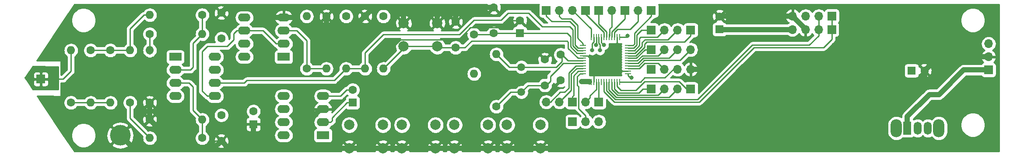
<source format=gbr>
G04 #@! TF.GenerationSoftware,KiCad,Pcbnew,(5.1.2-1)-1*
G04 #@! TF.CreationDate,2019-09-24T13:43:54+08:00*
G04 #@! TF.ProjectId,osilloscopen,6f73696c-6c6f-4736-936f-70656e2e6b69,rev?*
G04 #@! TF.SameCoordinates,Original*
G04 #@! TF.FileFunction,Copper,L2,Bot*
G04 #@! TF.FilePolarity,Positive*
%FSLAX46Y46*%
G04 Gerber Fmt 4.6, Leading zero omitted, Abs format (unit mm)*
G04 Created by KiCad (PCBNEW (5.1.2-1)-1) date 2019-09-24 13:43:54*
%MOMM*%
%LPD*%
G04 APERTURE LIST*
%ADD10C,1.600000*%
%ADD11R,1.600000X1.600000*%
%ADD12R,1.700000X1.700000*%
%ADD13O,1.700000X1.700000*%
%ADD14O,1.600000X1.600000*%
%ADD15C,2.000000*%
%ADD16O,2.400000X1.600000*%
%ADD17R,2.400000X1.600000*%
%ADD18R,1.300000X0.250000*%
%ADD19R,0.250000X1.300000*%
%ADD20C,1.500000*%
%ADD21R,1.500000X2.500000*%
%ADD22O,1.500000X2.500000*%
%ADD23O,2.200000X3.500000*%
%ADD24C,4.000500*%
%ADD25C,0.800000*%
%ADD26C,0.250000*%
%ADD27C,1.000000*%
%ADD28C,0.254000*%
G04 APERTURE END LIST*
D10*
X130048000Y-101513000D03*
D11*
X130048000Y-104013000D03*
D12*
X186690000Y-81915000D03*
D13*
X189230000Y-81915000D03*
X191770000Y-81915000D03*
D14*
X151638000Y-93218000D03*
D10*
X151638000Y-83058000D03*
D13*
X214630000Y-93345000D03*
X212090000Y-93345000D03*
X209550000Y-93345000D03*
D12*
X207010000Y-93345000D03*
X241935000Y-85623400D03*
D13*
X239395000Y-85623400D03*
X236855000Y-85623400D03*
X234315000Y-85623400D03*
D12*
X88900000Y-95250000D03*
X272270000Y-93460000D03*
D13*
X272270000Y-90920000D03*
X272270000Y-88380000D03*
D11*
X149225000Y-99822000D03*
D10*
X149225000Y-97322000D03*
D11*
X181610000Y-86360000D03*
D10*
X181610000Y-83860000D03*
X220218000Y-83098000D03*
D11*
X220218000Y-85598000D03*
X257378200Y-93599000D03*
D10*
X259878200Y-93599000D03*
X172720000Y-86614000D03*
D14*
X172720000Y-94234000D03*
D10*
X94742000Y-99822000D03*
D14*
X94742000Y-89662000D03*
X98552000Y-99822000D03*
D10*
X98552000Y-89662000D03*
X102362000Y-89662000D03*
D14*
X102362000Y-99822000D03*
D10*
X106172000Y-99822000D03*
D14*
X106172000Y-89662000D03*
D10*
X120142000Y-106680000D03*
D14*
X109982000Y-106680000D03*
X120142000Y-103124000D03*
D10*
X109982000Y-103124000D03*
X120142000Y-82804000D03*
D14*
X109982000Y-82804000D03*
X120142000Y-86487000D03*
D10*
X109982000Y-86487000D03*
D14*
X109982000Y-89662000D03*
D10*
X109982000Y-99822000D03*
D14*
X140335000Y-83058000D03*
D10*
X140335000Y-93218000D03*
X144145000Y-83058000D03*
D14*
X144145000Y-93218000D03*
D10*
X177038000Y-100584000D03*
D14*
X177038000Y-90424000D03*
D15*
X179070000Y-108640000D03*
X179070000Y-104140000D03*
X185570000Y-108640000D03*
X185570000Y-104140000D03*
X175410000Y-104140000D03*
X175410000Y-108640000D03*
X168910000Y-104140000D03*
X168910000Y-108640000D03*
X158750000Y-108640000D03*
X158750000Y-104140000D03*
X165250000Y-108640000D03*
X165250000Y-104140000D03*
X155090000Y-104140000D03*
X155090000Y-108640000D03*
X148590000Y-104140000D03*
X148590000Y-108640000D03*
D16*
X122555000Y-90932000D03*
X114935000Y-98552000D03*
X122555000Y-93472000D03*
X114935000Y-96012000D03*
X122555000Y-96012000D03*
X114935000Y-93472000D03*
X122555000Y-98552000D03*
D17*
X114935000Y-90932000D03*
X143510000Y-106172000D03*
D16*
X135890000Y-98552000D03*
X143510000Y-103632000D03*
X135890000Y-101092000D03*
X143510000Y-101092000D03*
X135890000Y-103632000D03*
X143510000Y-98552000D03*
X135890000Y-106172000D03*
D18*
X193770000Y-94190000D03*
X193770000Y-93690000D03*
X193770000Y-93190000D03*
X193770000Y-92690000D03*
X193770000Y-92190000D03*
X193770000Y-91690000D03*
X193770000Y-91190000D03*
X193770000Y-90690000D03*
X193770000Y-90190000D03*
X193770000Y-89690000D03*
X193770000Y-89190000D03*
X193770000Y-88690000D03*
D19*
X195370000Y-87090000D03*
X195870000Y-87090000D03*
X196370000Y-87090000D03*
X196870000Y-87090000D03*
X197370000Y-87090000D03*
X197870000Y-87090000D03*
X198370000Y-87090000D03*
X198870000Y-87090000D03*
X199370000Y-87090000D03*
X199870000Y-87090000D03*
X200370000Y-87090000D03*
X200870000Y-87090000D03*
D18*
X202470000Y-88690000D03*
X202470000Y-89190000D03*
X202470000Y-89690000D03*
X202470000Y-90190000D03*
X202470000Y-90690000D03*
X202470000Y-91190000D03*
X202470000Y-91690000D03*
X202470000Y-92190000D03*
X202470000Y-92690000D03*
X202470000Y-93190000D03*
X202470000Y-93690000D03*
X202470000Y-94190000D03*
D19*
X200870000Y-95790000D03*
X200370000Y-95790000D03*
X199870000Y-95790000D03*
X199370000Y-95790000D03*
X198870000Y-95790000D03*
X198370000Y-95790000D03*
X197870000Y-95790000D03*
X197370000Y-95790000D03*
X196870000Y-95790000D03*
X196370000Y-95790000D03*
X195870000Y-95790000D03*
X195370000Y-95790000D03*
D20*
X181864000Y-97790000D03*
X181864000Y-92910000D03*
D21*
X256540000Y-104775000D03*
D22*
X258540000Y-104775000D03*
X260540000Y-104775000D03*
D23*
X254440000Y-104775000D03*
X262640000Y-104775000D03*
D12*
X214630000Y-85725000D03*
X207010000Y-89535000D03*
D13*
X209550000Y-89535000D03*
X212090000Y-89535000D03*
X214630000Y-89535000D03*
D12*
X214630000Y-97155000D03*
D13*
X186690000Y-99695000D03*
X189230000Y-99695000D03*
D12*
X191770000Y-99695000D03*
X194310000Y-81915000D03*
X196850000Y-81915000D03*
D13*
X199390000Y-81915000D03*
D12*
X207010000Y-97155000D03*
D13*
X209550000Y-97155000D03*
X212090000Y-97155000D03*
D12*
X196850000Y-99695000D03*
D13*
X194310000Y-99695000D03*
X204470000Y-81915000D03*
D12*
X201930000Y-81915000D03*
X207010000Y-81915000D03*
D13*
X212090000Y-85725000D03*
X209550000Y-85725000D03*
D12*
X207010000Y-85725000D03*
X241960400Y-83007200D03*
D13*
X239420400Y-83007200D03*
X236880400Y-83007200D03*
X234340400Y-83007200D03*
D24*
X104267000Y-106172000D03*
D10*
X147955000Y-83058000D03*
D14*
X147955000Y-93218000D03*
D10*
X123825000Y-82376000D03*
X123825000Y-87376000D03*
X123825000Y-102235000D03*
X123825000Y-107235000D03*
X169164000Y-89154000D03*
X169164000Y-84154000D03*
D12*
X191770000Y-103505000D03*
D13*
X194310000Y-103505000D03*
X196850000Y-103505000D03*
D10*
X155194000Y-83058000D03*
D14*
X155194000Y-93218000D03*
D15*
X165608000Y-84400000D03*
X165608000Y-88900000D03*
X159108000Y-84400000D03*
X159108000Y-88900000D03*
D10*
X176530000Y-86360000D03*
X176530000Y-81360000D03*
X186436000Y-96440000D03*
X186436000Y-91440000D03*
X189484000Y-95504000D03*
X189484000Y-90504000D03*
D17*
X135890000Y-90932000D03*
D16*
X128270000Y-83312000D03*
X135890000Y-88392000D03*
X128270000Y-85852000D03*
X135890000Y-85852000D03*
X128270000Y-88392000D03*
X135890000Y-83312000D03*
X128270000Y-90932000D03*
D25*
X162416000Y-95250000D03*
X217043000Y-93345000D03*
X199390000Y-90690000D03*
X198374000Y-101600000D03*
X193548000Y-95758000D03*
X203200000Y-94996000D03*
X202438000Y-86868000D03*
X195580000Y-89662000D03*
X196342000Y-88646000D03*
X197104000Y-89662000D03*
X197866000Y-88646000D03*
D26*
X129976000Y-105135000D02*
X129976000Y-108640000D01*
X130048000Y-104013000D02*
X130048000Y-105063000D01*
X130048000Y-105063000D02*
X129976000Y-105135000D01*
X129976000Y-108640000D02*
X125230000Y-108640000D01*
X140788000Y-103414000D02*
X140788000Y-108640000D01*
X143110000Y-101092000D02*
X140788000Y-103414000D01*
X140788000Y-108640000D02*
X129976000Y-108640000D01*
X122693630Y-107235000D02*
X121724630Y-108204000D01*
X123825000Y-107235000D02*
X122693630Y-107235000D01*
X106299000Y-108204000D02*
X104267000Y-106172000D01*
X113030000Y-108204000D02*
X106299000Y-108204000D01*
X113030000Y-106172000D02*
X113030000Y-108204000D01*
X121724630Y-108204000D02*
X113030000Y-108204000D01*
X137340000Y-83312000D02*
X135890000Y-83312000D01*
X139880000Y-85852000D02*
X137340000Y-83312000D01*
X151638000Y-83058000D02*
X148844000Y-85852000D01*
X144145000Y-83058000D02*
X144145000Y-85725000D01*
X144272000Y-85852000D02*
X139880000Y-85852000D01*
X144145000Y-85725000D02*
X144272000Y-85852000D01*
X148844000Y-85852000D02*
X144272000Y-85852000D01*
D27*
X158750000Y-108640000D02*
X148590000Y-108640000D01*
X185570000Y-108640000D02*
X165250000Y-108640000D01*
X125230000Y-108640000D02*
X123825000Y-107235000D01*
X123825000Y-107235000D02*
X122348000Y-108712000D01*
X106807000Y-108712000D02*
X104267000Y-106172000D01*
X109982000Y-103124000D02*
X113030000Y-106172000D01*
X113030000Y-106172000D02*
X113030000Y-108712000D01*
X113030000Y-108712000D02*
X106807000Y-108712000D01*
X122348000Y-108712000D02*
X113030000Y-108712000D01*
X109982000Y-99822000D02*
X109982000Y-103124000D01*
X129866000Y-105995000D02*
X129866000Y-108640000D01*
X130048000Y-104013000D02*
X130048000Y-105813000D01*
X130048000Y-105813000D02*
X129866000Y-105995000D01*
X129866000Y-108640000D02*
X125230000Y-108640000D01*
X143510000Y-101092000D02*
X143110000Y-101092000D01*
X140644000Y-108640000D02*
X129866000Y-108640000D01*
X140644000Y-103558000D02*
X140644000Y-108640000D01*
X143110000Y-101092000D02*
X140644000Y-103558000D01*
X148590000Y-108640000D02*
X140644000Y-108640000D01*
X138090000Y-83312000D02*
X135890000Y-83312000D01*
X139804991Y-85026991D02*
X138090000Y-83312000D01*
X151638000Y-83058000D02*
X149669009Y-85026991D01*
X144145000Y-84836982D02*
X143954991Y-85026991D01*
X144145000Y-83058000D02*
X144145000Y-84836982D01*
X143954991Y-85026991D02*
X139804991Y-85026991D01*
X149669009Y-85026991D02*
X143954991Y-85026991D01*
X124624999Y-81576001D02*
X123825000Y-82376000D01*
X131954001Y-81576001D02*
X124624999Y-81576001D01*
X133690000Y-83312000D02*
X131954001Y-81576001D01*
X135890000Y-83312000D02*
X133690000Y-83312000D01*
X151638000Y-83058000D02*
X153336000Y-81360000D01*
X159108000Y-82146000D02*
X158322000Y-81360000D01*
X159108000Y-84400000D02*
X159108000Y-82146000D01*
X153336000Y-81360000D02*
X158322000Y-81360000D01*
X165782000Y-82811787D02*
X165782000Y-81360000D01*
X165608000Y-82985787D02*
X165782000Y-82811787D01*
X165608000Y-84400000D02*
X165608000Y-82985787D01*
X158322000Y-81360000D02*
X165782000Y-81360000D01*
X169164000Y-83022630D02*
X169338000Y-82848630D01*
X169338000Y-82848630D02*
X169338000Y-81360000D01*
X169338000Y-81360000D02*
X176530000Y-81360000D01*
X169164000Y-84154000D02*
X169164000Y-83022630D01*
X165782000Y-81360000D02*
X169338000Y-81360000D01*
X262557200Y-90920000D02*
X259878200Y-93599000D01*
X272270000Y-90920000D02*
X262557200Y-90920000D01*
X236855000Y-85521800D02*
X234340400Y-83007200D01*
X236855000Y-85623400D02*
X236855000Y-85521800D01*
X220308800Y-83007200D02*
X220218000Y-83098000D01*
X234340400Y-83007200D02*
X220308800Y-83007200D01*
X165250000Y-108640000D02*
X162234000Y-108640000D01*
X162234000Y-108640000D02*
X162234000Y-95068000D01*
X162234000Y-108640000D02*
X158750000Y-108640000D01*
X162234000Y-95068000D02*
X162416000Y-95250000D01*
X259878200Y-94730370D02*
X259878200Y-93599000D01*
X245968570Y-108640000D02*
X259878200Y-94730370D01*
X213796000Y-108640000D02*
X245968570Y-108640000D01*
X185570000Y-108640000D02*
X213796000Y-108640000D01*
X213796000Y-108640000D02*
X214558000Y-108640000D01*
X214630000Y-93345000D02*
X217043000Y-93345000D01*
D26*
X202470000Y-93690000D02*
X201386000Y-93690000D01*
X201386000Y-93690000D02*
X200370000Y-92674000D01*
X200370000Y-90714000D02*
X200370000Y-87090000D01*
X200346000Y-90690000D02*
X200370000Y-90714000D01*
X200370000Y-92674000D02*
X200370000Y-90714000D01*
X197854000Y-90690000D02*
X200346000Y-90690000D01*
X194670000Y-90690000D02*
X195072000Y-91092000D01*
X193770000Y-90690000D02*
X194670000Y-90690000D01*
X195072000Y-91092000D02*
X195072000Y-93726000D01*
X195870000Y-94524000D02*
X195870000Y-95790000D01*
X195072000Y-93726000D02*
X195870000Y-94524000D01*
X195870000Y-94524000D02*
X197576000Y-94524000D01*
X197854000Y-94246000D02*
X197854000Y-90690000D01*
X197576000Y-94524000D02*
X197854000Y-94246000D01*
X185570000Y-108640000D02*
X153234000Y-108640000D01*
X153234000Y-108640000D02*
X140788000Y-108640000D01*
X179792000Y-83860000D02*
X181610000Y-83860000D01*
X178417001Y-85234999D02*
X179792000Y-83860000D01*
X172067001Y-85234999D02*
X178417001Y-85234999D01*
X153234000Y-92812998D02*
X158471999Y-87574999D01*
X169727001Y-87574999D02*
X172067001Y-85234999D01*
X158471999Y-87574999D02*
X169727001Y-87574999D01*
X153234000Y-108640000D02*
X153234000Y-92812998D01*
X146863630Y-98552000D02*
X143510000Y-98552000D01*
X148093630Y-97322000D02*
X146863630Y-98552000D01*
X149225000Y-97322000D02*
X148093630Y-97322000D01*
X144960000Y-103632000D02*
X145288000Y-103304000D01*
X143510000Y-103632000D02*
X144960000Y-103632000D01*
X148175000Y-99822000D02*
X149225000Y-99822000D01*
X145288000Y-102709000D02*
X148175000Y-99822000D01*
X145288000Y-103304000D02*
X145288000Y-102709000D01*
X193770000Y-92190000D02*
X190004000Y-92190000D01*
X187489999Y-94704001D02*
X189103000Y-93091000D01*
X189103000Y-93091000D02*
X188722000Y-93472000D01*
X190004000Y-92190000D02*
X189103000Y-93091000D01*
X179832000Y-97790000D02*
X181864000Y-97790000D01*
X177038000Y-100584000D02*
X179832000Y-97790000D01*
X183214000Y-96440000D02*
X181864000Y-97790000D01*
X186690000Y-96440000D02*
X183214000Y-96440000D01*
X187489999Y-95640001D02*
X187489999Y-94704001D01*
X187489999Y-94704001D02*
X190004000Y-92190000D01*
X186690000Y-96440000D02*
X187489999Y-95640001D01*
X190924000Y-91690000D02*
X193770000Y-91690000D01*
X189738000Y-90504000D02*
X190924000Y-91690000D01*
X188647590Y-92910000D02*
X189738000Y-91819590D01*
X189738000Y-91819590D02*
X189738000Y-90504000D01*
X181864000Y-92910000D02*
X188647590Y-92910000D01*
X179524000Y-92910000D02*
X181864000Y-92910000D01*
X177038000Y-90424000D02*
X179524000Y-92910000D01*
X211289002Y-93345000D02*
X212090000Y-93345000D01*
X209638002Y-94996000D02*
X211289002Y-93345000D01*
X205740000Y-94996000D02*
X209638002Y-94996000D01*
X204946000Y-95790000D02*
X205740000Y-94996000D01*
X200870000Y-95790000D02*
X204946000Y-95790000D01*
X208700001Y-92495001D02*
X209550000Y-93345000D01*
X208374999Y-92169999D02*
X208700001Y-92495001D01*
X205721691Y-92169999D02*
X208374999Y-92169999D01*
X204701690Y-93190000D02*
X205721691Y-92169999D01*
X202470000Y-93190000D02*
X204701690Y-93190000D01*
D27*
X220243400Y-85623400D02*
X220218000Y-85598000D01*
X234315000Y-85623400D02*
X220243400Y-85623400D01*
X195044999Y-95758000D02*
X195044999Y-95790000D01*
X193548000Y-95758000D02*
X195044999Y-95758000D01*
D26*
X202470000Y-94565000D02*
X202901000Y-94996000D01*
X202470000Y-94190000D02*
X202470000Y-94565000D01*
X202901000Y-94996000D02*
X203200000Y-94996000D01*
X200870000Y-87090000D02*
X202216000Y-87090000D01*
X202216000Y-87090000D02*
X202438000Y-86868000D01*
X241960400Y-85598000D02*
X241935000Y-85623400D01*
X241960400Y-83007200D02*
X241960400Y-85598000D01*
X199878801Y-99680029D02*
X216295971Y-99680029D01*
X197870000Y-97671228D02*
X199878801Y-99680029D01*
X197870000Y-95790000D02*
X197870000Y-97671228D01*
X226879990Y-89096010D02*
X240341990Y-89096010D01*
X216295971Y-99680029D02*
X226879990Y-89096010D01*
X241935000Y-87503000D02*
X241935000Y-85623400D01*
X240341990Y-89096010D02*
X241935000Y-87503000D01*
X239420400Y-85598000D02*
X239395000Y-85623400D01*
X239420400Y-83007200D02*
X239420400Y-85598000D01*
X237574481Y-88646000D02*
X226568000Y-88646000D01*
X239395000Y-86825481D02*
X237574481Y-88646000D01*
X200065201Y-99230019D02*
X198370000Y-97534820D01*
X215983981Y-99230019D02*
X200065201Y-99230019D01*
X226568000Y-88646000D02*
X215983981Y-99230019D01*
X198370000Y-97534820D02*
X198370000Y-95790000D01*
X239395000Y-85623400D02*
X239395000Y-86825481D01*
X94742000Y-99822000D02*
X102362000Y-99822000D01*
X108850630Y-82804000D02*
X106172000Y-85482630D01*
X109982000Y-82804000D02*
X108850630Y-82804000D01*
X106172000Y-85482630D02*
X106172000Y-89662000D01*
X106172000Y-89662000D02*
X98552000Y-89662000D01*
X106172000Y-102870000D02*
X106172000Y-99822000D01*
X109982000Y-106680000D02*
X106172000Y-102870000D01*
X120142000Y-106680000D02*
X120142000Y-103124000D01*
X114935000Y-96012000D02*
X117602000Y-96012000D01*
X117602000Y-96012000D02*
X118364000Y-96774000D01*
X118364000Y-101346000D02*
X120142000Y-103124000D01*
X118364000Y-96774000D02*
X118364000Y-101346000D01*
X114935000Y-93472000D02*
X117856000Y-93472000D01*
X117856000Y-93472000D02*
X118364000Y-92964000D01*
X118364000Y-88265000D02*
X120142000Y-86487000D01*
X118364000Y-92964000D02*
X118364000Y-88265000D01*
X120142000Y-82804000D02*
X120142000Y-86487000D01*
X109982000Y-86487000D02*
X109982000Y-90424000D01*
X144145000Y-93218000D02*
X140335000Y-93218000D01*
X135890000Y-85852000D02*
X138430000Y-85852000D01*
X140335000Y-87757000D02*
X140335000Y-93218000D01*
X138430000Y-85852000D02*
X140335000Y-87757000D01*
X151638000Y-93218000D02*
X147955000Y-93218000D01*
X122555000Y-96012000D02*
X128270000Y-96012000D01*
X128270000Y-96012000D02*
X128778000Y-95504000D01*
X145669000Y-95504000D02*
X147955000Y-93218000D01*
X128778000Y-95504000D02*
X145669000Y-95504000D01*
X191827990Y-88784400D02*
X192733590Y-89690000D01*
X191827990Y-85655990D02*
X191827990Y-88784400D01*
X185928000Y-85090000D02*
X191262000Y-85090000D01*
X179324000Y-82423000D02*
X183261000Y-82423000D01*
X192733590Y-89690000D02*
X193770000Y-89690000D01*
X183261000Y-82423000D02*
X185928000Y-85090000D01*
X191262000Y-85090000D02*
X191827990Y-85655990D01*
X177927000Y-83820000D02*
X179324000Y-82423000D01*
X151638000Y-93218000D02*
X151638000Y-90170000D01*
X169926000Y-86614000D02*
X172720000Y-83820000D01*
X172720000Y-83820000D02*
X177927000Y-83820000D01*
X155194000Y-86614000D02*
X169926000Y-86614000D01*
X151638000Y-90170000D02*
X155194000Y-86614000D01*
X195870000Y-88044998D02*
X195580000Y-88334998D01*
X195870000Y-87090000D02*
X195870000Y-88044998D01*
X195580000Y-88334998D02*
X195580000Y-89662000D01*
X196370000Y-87090000D02*
X196370000Y-87853590D01*
X196370000Y-88618000D02*
X196342000Y-88646000D01*
X196370000Y-87090000D02*
X196370000Y-88618000D01*
X196870000Y-87990000D02*
X196870000Y-87090000D01*
X197104000Y-89662000D02*
X197104000Y-89096315D01*
X196870000Y-88286410D02*
X197104000Y-88520410D01*
X196870000Y-87090000D02*
X196870000Y-88286410D01*
X197104000Y-88520410D02*
X197104000Y-89662000D01*
X197370000Y-88150000D02*
X197370000Y-87090000D01*
X197866000Y-88646000D02*
X197370000Y-88150000D01*
X88900000Y-95250000D02*
X93218000Y-95250000D01*
X94742000Y-93726000D02*
X94742000Y-89662000D01*
X93218000Y-95250000D02*
X94742000Y-93726000D01*
D27*
X267474000Y-93460000D02*
X272270000Y-93460000D01*
X262686800Y-98247200D02*
X267474000Y-93460000D01*
X260817800Y-98247200D02*
X256540000Y-102525000D01*
X256540000Y-102525000D02*
X256540000Y-104775000D01*
X262686800Y-98247200D02*
X260817800Y-98247200D01*
D26*
X159108000Y-88900000D02*
X165608000Y-88900000D01*
X159108000Y-89304000D02*
X159108000Y-88900000D01*
X155194000Y-93218000D02*
X159108000Y-89304000D01*
X165862000Y-89154000D02*
X165608000Y-88900000D01*
X169164000Y-89154000D02*
X165862000Y-89154000D01*
X192870000Y-91190000D02*
X193770000Y-91190000D01*
X190927970Y-89247970D02*
X192870000Y-91190000D01*
X190724999Y-87854999D02*
X190927970Y-88057970D01*
X190927970Y-88057970D02*
X190927970Y-89247970D01*
X172241001Y-87854999D02*
X190724999Y-87854999D01*
X170942000Y-89154000D02*
X172241001Y-87854999D01*
X169164000Y-89154000D02*
X170942000Y-89154000D01*
X192278000Y-85090000D02*
X192278000Y-88598000D01*
X187749000Y-84074000D02*
X191262000Y-84074000D01*
X186690000Y-83015000D02*
X187749000Y-84074000D01*
X192278000Y-88598000D02*
X192870000Y-89190000D01*
X191262000Y-84074000D02*
X192278000Y-85090000D01*
X192870000Y-89190000D02*
X193770000Y-89190000D01*
X186690000Y-81915000D02*
X186690000Y-83015000D01*
X189230000Y-83117081D02*
X189230000Y-81915000D01*
X192728010Y-84778010D02*
X191516000Y-83566000D01*
X189678919Y-83566000D02*
X189230000Y-83117081D01*
X192728010Y-87273010D02*
X192728010Y-84778010D01*
X193770000Y-88315000D02*
X192728010Y-87273010D01*
X191516000Y-83566000D02*
X189678919Y-83566000D01*
X193770000Y-88690000D02*
X193770000Y-88315000D01*
X195370000Y-85515000D02*
X195370000Y-87090000D01*
X191770000Y-81915000D02*
X195370000Y-85515000D01*
X205682010Y-88449990D02*
X206109980Y-88022020D01*
X205682010Y-89027630D02*
X205682010Y-88449990D01*
X204019640Y-90690000D02*
X205682010Y-89027630D01*
X202470000Y-90690000D02*
X204019640Y-90690000D01*
X214630000Y-86825000D02*
X214630000Y-85725000D01*
X213432980Y-88022020D02*
X214630000Y-86825000D01*
X206109980Y-88022020D02*
X213432980Y-88022020D01*
X205811050Y-89535000D02*
X207010000Y-89535000D01*
X204156050Y-91190000D02*
X205811050Y-89535000D01*
X202470000Y-91190000D02*
X204156050Y-91190000D01*
X208700001Y-90384999D02*
X209550000Y-89535000D01*
X208374999Y-90710001D02*
X208700001Y-90384999D01*
X205272459Y-90710001D02*
X208374999Y-90710001D01*
X204292460Y-91690000D02*
X205272459Y-90710001D01*
X202470000Y-91690000D02*
X204292460Y-91690000D01*
X211240001Y-90384999D02*
X212090000Y-89535000D01*
X210464989Y-91160011D02*
X211240001Y-90384999D01*
X205458859Y-91160011D02*
X210464989Y-91160011D01*
X204428870Y-92190000D02*
X205458859Y-91160011D01*
X202470000Y-92190000D02*
X204428870Y-92190000D01*
X213780001Y-90384999D02*
X214630000Y-89535000D01*
X212554979Y-91610021D02*
X213780001Y-90384999D01*
X205645259Y-91610021D02*
X212554979Y-91610021D01*
X204615271Y-92640009D02*
X205645259Y-91610021D01*
X202507990Y-92640010D02*
X204615271Y-92640009D01*
X202470000Y-92678000D02*
X202507990Y-92640010D01*
X202470000Y-92690000D02*
X202470000Y-92678000D01*
X213829002Y-97155000D02*
X214630000Y-97155000D01*
X205740000Y-95758000D02*
X212432002Y-95758000D01*
X201109981Y-97429981D02*
X204068019Y-97429981D01*
X204068019Y-97429981D02*
X205740000Y-95758000D01*
X200370000Y-96690000D02*
X201109981Y-97429981D01*
X212432002Y-95758000D02*
X213829002Y-97155000D01*
X200370000Y-95790000D02*
X200370000Y-96690000D01*
X192423590Y-92690000D02*
X193770000Y-92690000D01*
X191065990Y-96970010D02*
X191065990Y-94047600D01*
X191065990Y-94047600D02*
X192423590Y-92690000D01*
X189395998Y-97790000D02*
X190246000Y-97790000D01*
X187490998Y-99695000D02*
X189395998Y-97790000D01*
X186690000Y-99695000D02*
X187490998Y-99695000D01*
X190246000Y-97790000D02*
X191065990Y-96970010D01*
X193770000Y-93190000D02*
X192560000Y-93190000D01*
X192560000Y-93190000D02*
X191516000Y-94234000D01*
X191516000Y-97409000D02*
X189230000Y-99695000D01*
X191516000Y-94234000D02*
X191516000Y-97409000D01*
X191770000Y-99060000D02*
X191770000Y-99695000D01*
X192870000Y-93690000D02*
X191966010Y-94593990D01*
X193770000Y-93690000D02*
X192870000Y-93690000D01*
X191770000Y-98595000D02*
X191770000Y-99695000D01*
X191966010Y-98398990D02*
X191770000Y-98595000D01*
X191966010Y-94593990D02*
X191966010Y-98398990D01*
X194310000Y-82630000D02*
X194310000Y-81915000D01*
X197870000Y-86190000D02*
X194310000Y-82630000D01*
X197870000Y-87090000D02*
X197870000Y-86190000D01*
X196850000Y-81915000D02*
X196850000Y-84533590D01*
X198370000Y-86053590D02*
X198370000Y-87090000D01*
X196850000Y-84533590D02*
X198370000Y-86053590D01*
X198919990Y-86830010D02*
X198919990Y-85560010D01*
X198870000Y-86880000D02*
X198919990Y-86830010D01*
X198870000Y-87090000D02*
X198870000Y-86880000D01*
X199390000Y-85090000D02*
X199390000Y-81915000D01*
X198919990Y-85560010D02*
X199390000Y-85090000D01*
X199870000Y-97125590D02*
X200624401Y-97879991D01*
X199870000Y-95790000D02*
X199870000Y-97125590D01*
X204634009Y-97879991D02*
X205359000Y-97155000D01*
X200624401Y-97879991D02*
X204634009Y-97879991D01*
X207010000Y-97155000D02*
X205359000Y-97155000D01*
X208374999Y-98330001D02*
X200438001Y-98330001D01*
X209550000Y-97155000D02*
X208374999Y-98330001D01*
X199370000Y-97262000D02*
X200438001Y-98330001D01*
X199370000Y-95790000D02*
X199370000Y-97262000D01*
X198820001Y-95839999D02*
X198870000Y-95790000D01*
X198820001Y-97348411D02*
X198820001Y-95839999D01*
X200251600Y-98780010D02*
X198820001Y-97348411D01*
X210464989Y-98780011D02*
X200251600Y-98780010D01*
X212090000Y-97155000D02*
X210464989Y-98780011D01*
X196850000Y-99695000D02*
X196850000Y-95827999D01*
X196870000Y-95807999D02*
X196870000Y-95790000D01*
X196850000Y-95827999D02*
X196870000Y-95807999D01*
X195159999Y-98845001D02*
X195159999Y-98464001D01*
X194310000Y-99695000D02*
X195159999Y-98845001D01*
X196370000Y-97254000D02*
X196370000Y-95790000D01*
X195159999Y-98464001D02*
X196370000Y-97254000D01*
X199870000Y-86190000D02*
X200462000Y-85598000D01*
X199870000Y-87090000D02*
X199870000Y-86190000D01*
X200462000Y-85598000D02*
X202946000Y-85598000D01*
X204470000Y-84074000D02*
X204470000Y-81915000D01*
X202946000Y-85598000D02*
X204470000Y-84074000D01*
X201930000Y-82167178D02*
X201930000Y-81915000D01*
X201930000Y-83493590D02*
X201930000Y-81915000D01*
X199370000Y-86053590D02*
X201930000Y-83493590D01*
X199370000Y-87090000D02*
X199370000Y-86053590D01*
X207010000Y-83058000D02*
X207010000Y-81915000D01*
X203740000Y-86328000D02*
X207010000Y-83058000D01*
X203740000Y-88424000D02*
X203740000Y-86328000D01*
X203474000Y-88690000D02*
X203740000Y-88424000D01*
X202470000Y-88690000D02*
X203474000Y-88690000D01*
X211240001Y-86574999D02*
X212090000Y-85725000D01*
X210242990Y-87572010D02*
X212090000Y-85725000D01*
X205797990Y-87572010D02*
X210242990Y-87572010D01*
X203883230Y-90190000D02*
X205232000Y-88841230D01*
X202470000Y-90190000D02*
X203883230Y-90190000D01*
X205232000Y-88138000D02*
X205797990Y-87572010D01*
X205232000Y-88841230D02*
X205232000Y-88138000D01*
X202470000Y-89690000D02*
X203746820Y-89690000D01*
X204724000Y-87376000D02*
X204978000Y-87122000D01*
X208153000Y-87122000D02*
X209550000Y-85725000D01*
X204724000Y-88712820D02*
X204724000Y-87376000D01*
X203746820Y-89690000D02*
X204724000Y-88712820D01*
X204978000Y-87122000D02*
X208153000Y-87122000D01*
X205613000Y-85725000D02*
X207010000Y-85725000D01*
X203610410Y-89190000D02*
X204190010Y-88610400D01*
X202470000Y-89190000D02*
X203610410Y-89190000D01*
X204190010Y-88610400D02*
X204190010Y-86639990D01*
X205105000Y-85725000D02*
X207010000Y-85725000D01*
X204190010Y-86639990D02*
X205105000Y-85725000D01*
X192722990Y-94712010D02*
X193245000Y-94190000D01*
X192722990Y-96456990D02*
X192722990Y-94712010D01*
X192945001Y-96679001D02*
X192722990Y-96456990D01*
X192945001Y-100937920D02*
X192945001Y-96679001D01*
X194310000Y-102302919D02*
X192945001Y-100937920D01*
X193245000Y-94190000D02*
X193770000Y-94190000D01*
X194310000Y-103505000D02*
X194310000Y-102302919D01*
X131900000Y-85852000D02*
X128270000Y-85852000D01*
X134440000Y-88392000D02*
X131900000Y-85852000D01*
X135890000Y-88392000D02*
X134440000Y-88392000D01*
X126820000Y-85852000D02*
X128270000Y-85852000D01*
X126238000Y-86434000D02*
X126820000Y-85852000D01*
X121158000Y-88900000D02*
X124968000Y-88900000D01*
X120142000Y-89916000D02*
X121158000Y-88900000D01*
X121105000Y-98552000D02*
X120142000Y-97589000D01*
X126238000Y-87630000D02*
X126238000Y-86434000D01*
X120142000Y-97589000D02*
X120142000Y-89916000D01*
X124968000Y-88900000D02*
X126238000Y-87630000D01*
X122555000Y-98552000D02*
X121105000Y-98552000D01*
X176530000Y-86360000D02*
X181390000Y-86360000D01*
X176276000Y-86614000D02*
X176530000Y-86360000D01*
X172720000Y-86614000D02*
X176276000Y-86614000D01*
X192597180Y-90190000D02*
X193770000Y-90190000D01*
X191377980Y-88970800D02*
X192597180Y-90190000D01*
X190754000Y-86360000D02*
X191377980Y-86983980D01*
X191377980Y-86983980D02*
X191377980Y-88970800D01*
X181610000Y-86360000D02*
X190754000Y-86360000D01*
D28*
G36*
X175172429Y-80873996D02*
G01*
X175103700Y-81148184D01*
X175089783Y-81430512D01*
X175131213Y-81710130D01*
X175226397Y-81976292D01*
X175293329Y-82101514D01*
X175537298Y-82173097D01*
X176350395Y-81360000D01*
X176336253Y-81345858D01*
X176515858Y-81166253D01*
X176530000Y-81180395D01*
X176544143Y-81166253D01*
X176723748Y-81345858D01*
X176709605Y-81360000D01*
X177522702Y-82173097D01*
X177766671Y-82101514D01*
X177887571Y-81846004D01*
X177956300Y-81571816D01*
X177970217Y-81289488D01*
X177928787Y-81009870D01*
X177833603Y-80743708D01*
X177815586Y-80710000D01*
X185309878Y-80710000D01*
X185309463Y-80710506D01*
X185250498Y-80820820D01*
X185214188Y-80940518D01*
X185201928Y-81065000D01*
X185201928Y-82765000D01*
X185214188Y-82889482D01*
X185250498Y-83009180D01*
X185309463Y-83119494D01*
X185388815Y-83216185D01*
X185485506Y-83295537D01*
X185595820Y-83354502D01*
X185715518Y-83390812D01*
X185840000Y-83403072D01*
X186035674Y-83403072D01*
X186055026Y-83439276D01*
X186126201Y-83526002D01*
X186150000Y-83555001D01*
X186178998Y-83578799D01*
X186930198Y-84330000D01*
X186242802Y-84330000D01*
X183824804Y-81912003D01*
X183801001Y-81882999D01*
X183685276Y-81788026D01*
X183553247Y-81717454D01*
X183409986Y-81673997D01*
X183298333Y-81663000D01*
X183298322Y-81663000D01*
X183261000Y-81659324D01*
X183223678Y-81663000D01*
X179361322Y-81663000D01*
X179323999Y-81659324D01*
X179286676Y-81663000D01*
X179286667Y-81663000D01*
X179175014Y-81673997D01*
X179031753Y-81717454D01*
X178899724Y-81788026D01*
X178783999Y-81882999D01*
X178760201Y-81911997D01*
X177612199Y-83060000D01*
X172757325Y-83060000D01*
X172720000Y-83056324D01*
X172682675Y-83060000D01*
X172682667Y-83060000D01*
X172571014Y-83070997D01*
X172427753Y-83114454D01*
X172295724Y-83185026D01*
X172179999Y-83279999D01*
X172156201Y-83308997D01*
X169611199Y-85854000D01*
X166366669Y-85854000D01*
X166468044Y-85799814D01*
X166563808Y-85535413D01*
X165608000Y-84579605D01*
X164652192Y-85535413D01*
X164747956Y-85799814D01*
X164859341Y-85854000D01*
X159866669Y-85854000D01*
X159968044Y-85799814D01*
X160063808Y-85535413D01*
X159108000Y-84579605D01*
X158152192Y-85535413D01*
X158247956Y-85799814D01*
X158359341Y-85854000D01*
X155231322Y-85854000D01*
X155193999Y-85850324D01*
X155156676Y-85854000D01*
X155156667Y-85854000D01*
X155045014Y-85864997D01*
X154901753Y-85908454D01*
X154769724Y-85979026D01*
X154769722Y-85979027D01*
X154769723Y-85979027D01*
X154682996Y-86050201D01*
X154682992Y-86050205D01*
X154653999Y-86073999D01*
X154630205Y-86102992D01*
X151126998Y-89606201D01*
X151098000Y-89629999D01*
X151074202Y-89658997D01*
X151074201Y-89658998D01*
X151003026Y-89745724D01*
X150932454Y-89877754D01*
X150909251Y-89954247D01*
X150888998Y-90021014D01*
X150883132Y-90080574D01*
X150874324Y-90170000D01*
X150878001Y-90207332D01*
X150878000Y-91997099D01*
X150836899Y-92019068D01*
X150618392Y-92198392D01*
X150439068Y-92416899D01*
X150417099Y-92458000D01*
X149175901Y-92458000D01*
X149153932Y-92416899D01*
X148974608Y-92198392D01*
X148756101Y-92019068D01*
X148506808Y-91885818D01*
X148236309Y-91803764D01*
X148025492Y-91783000D01*
X147884508Y-91783000D01*
X147673691Y-91803764D01*
X147403192Y-91885818D01*
X147153899Y-92019068D01*
X146935392Y-92198392D01*
X146756068Y-92416899D01*
X146622818Y-92666192D01*
X146540764Y-92936691D01*
X146513057Y-93218000D01*
X146540764Y-93499309D01*
X146554292Y-93543906D01*
X145354199Y-94744000D01*
X128815322Y-94744000D01*
X128777999Y-94740324D01*
X128740676Y-94744000D01*
X128740667Y-94744000D01*
X128629014Y-94754997D01*
X128485753Y-94798454D01*
X128353724Y-94869026D01*
X128237999Y-94963999D01*
X128214200Y-94992998D01*
X127955199Y-95252000D01*
X124175901Y-95252000D01*
X124153932Y-95210899D01*
X123974608Y-94992392D01*
X123756101Y-94813068D01*
X123623142Y-94742000D01*
X123756101Y-94670932D01*
X123974608Y-94491608D01*
X124153932Y-94273101D01*
X124287182Y-94023808D01*
X124369236Y-93753309D01*
X124396943Y-93472000D01*
X124369236Y-93190691D01*
X124287182Y-92920192D01*
X124153932Y-92670899D01*
X123974608Y-92452392D01*
X123756101Y-92273068D01*
X123623142Y-92202000D01*
X123756101Y-92130932D01*
X123974608Y-91951608D01*
X124153932Y-91733101D01*
X124287182Y-91483808D01*
X124369236Y-91213309D01*
X124396943Y-90932000D01*
X124369236Y-90650691D01*
X124287182Y-90380192D01*
X124153932Y-90130899D01*
X123974608Y-89912392D01*
X123756101Y-89733068D01*
X123619401Y-89660000D01*
X124930678Y-89660000D01*
X124968000Y-89663676D01*
X125005322Y-89660000D01*
X125005333Y-89660000D01*
X125116986Y-89649003D01*
X125260247Y-89605546D01*
X125392276Y-89534974D01*
X125508001Y-89440001D01*
X125531804Y-89410997D01*
X126439063Y-88503739D01*
X126455764Y-88673309D01*
X126537818Y-88943808D01*
X126671068Y-89193101D01*
X126850392Y-89411608D01*
X127068899Y-89590932D01*
X127201858Y-89662000D01*
X127068899Y-89733068D01*
X126850392Y-89912392D01*
X126671068Y-90130899D01*
X126537818Y-90380192D01*
X126455764Y-90650691D01*
X126428057Y-90932000D01*
X126455764Y-91213309D01*
X126537818Y-91483808D01*
X126671068Y-91733101D01*
X126850392Y-91951608D01*
X127068899Y-92130932D01*
X127318192Y-92264182D01*
X127588691Y-92346236D01*
X127799508Y-92367000D01*
X128740492Y-92367000D01*
X128951309Y-92346236D01*
X129221808Y-92264182D01*
X129471101Y-92130932D01*
X129689608Y-91951608D01*
X129868932Y-91733101D01*
X130002182Y-91483808D01*
X130084236Y-91213309D01*
X130111943Y-90932000D01*
X130084236Y-90650691D01*
X130002182Y-90380192D01*
X129868932Y-90130899D01*
X129689608Y-89912392D01*
X129471101Y-89733068D01*
X129338142Y-89662000D01*
X129471101Y-89590932D01*
X129689608Y-89411608D01*
X129868932Y-89193101D01*
X130002182Y-88943808D01*
X130084236Y-88673309D01*
X130111943Y-88392000D01*
X130084236Y-88110691D01*
X130002182Y-87840192D01*
X129868932Y-87590899D01*
X129689608Y-87372392D01*
X129471101Y-87193068D01*
X129338142Y-87122000D01*
X129471101Y-87050932D01*
X129689608Y-86871608D01*
X129868932Y-86653101D01*
X129890901Y-86612000D01*
X131585199Y-86612000D01*
X133876205Y-88903008D01*
X133899999Y-88932001D01*
X133928992Y-88955795D01*
X133928996Y-88955799D01*
X133997178Y-89011754D01*
X134015724Y-89026974D01*
X134147753Y-89097546D01*
X134257843Y-89130941D01*
X134291068Y-89193101D01*
X134470392Y-89411608D01*
X134583482Y-89504419D01*
X134565518Y-89506188D01*
X134445820Y-89542498D01*
X134335506Y-89601463D01*
X134238815Y-89680815D01*
X134159463Y-89777506D01*
X134100498Y-89887820D01*
X134064188Y-90007518D01*
X134051928Y-90132000D01*
X134051928Y-91732000D01*
X134064188Y-91856482D01*
X134100498Y-91976180D01*
X134159463Y-92086494D01*
X134238815Y-92183185D01*
X134335506Y-92262537D01*
X134445820Y-92321502D01*
X134565518Y-92357812D01*
X134690000Y-92370072D01*
X137090000Y-92370072D01*
X137214482Y-92357812D01*
X137334180Y-92321502D01*
X137444494Y-92262537D01*
X137541185Y-92183185D01*
X137620537Y-92086494D01*
X137679502Y-91976180D01*
X137715812Y-91856482D01*
X137728072Y-91732000D01*
X137728072Y-90132000D01*
X137715812Y-90007518D01*
X137679502Y-89887820D01*
X137620537Y-89777506D01*
X137541185Y-89680815D01*
X137444494Y-89601463D01*
X137334180Y-89542498D01*
X137214482Y-89506188D01*
X137196518Y-89504419D01*
X137309608Y-89411608D01*
X137488932Y-89193101D01*
X137622182Y-88943808D01*
X137704236Y-88673309D01*
X137731943Y-88392000D01*
X137704236Y-88110691D01*
X137622182Y-87840192D01*
X137488932Y-87590899D01*
X137309608Y-87372392D01*
X137091101Y-87193068D01*
X136958142Y-87122000D01*
X137091101Y-87050932D01*
X137309608Y-86871608D01*
X137488932Y-86653101D01*
X137510901Y-86612000D01*
X138115199Y-86612000D01*
X139575000Y-88071802D01*
X139575001Y-91999956D01*
X139420241Y-92103363D01*
X139220363Y-92303241D01*
X139063320Y-92538273D01*
X138955147Y-92799426D01*
X138900000Y-93076665D01*
X138900000Y-93359335D01*
X138955147Y-93636574D01*
X139063320Y-93897727D01*
X139220363Y-94132759D01*
X139420241Y-94332637D01*
X139655273Y-94489680D01*
X139916426Y-94597853D01*
X140193665Y-94653000D01*
X140476335Y-94653000D01*
X140753574Y-94597853D01*
X141014727Y-94489680D01*
X141249759Y-94332637D01*
X141449637Y-94132759D01*
X141553043Y-93978000D01*
X142924099Y-93978000D01*
X142946068Y-94019101D01*
X143125392Y-94237608D01*
X143343899Y-94416932D01*
X143593192Y-94550182D01*
X143863691Y-94632236D01*
X144074508Y-94653000D01*
X144215492Y-94653000D01*
X144426309Y-94632236D01*
X144696808Y-94550182D01*
X144946101Y-94416932D01*
X145164608Y-94237608D01*
X145343932Y-94019101D01*
X145477182Y-93769808D01*
X145559236Y-93499309D01*
X145586943Y-93218000D01*
X145559236Y-92936691D01*
X145477182Y-92666192D01*
X145343932Y-92416899D01*
X145164608Y-92198392D01*
X144946101Y-92019068D01*
X144696808Y-91885818D01*
X144426309Y-91803764D01*
X144215492Y-91783000D01*
X144074508Y-91783000D01*
X143863691Y-91803764D01*
X143593192Y-91885818D01*
X143343899Y-92019068D01*
X143125392Y-92198392D01*
X142946068Y-92416899D01*
X142924099Y-92458000D01*
X141553043Y-92458000D01*
X141449637Y-92303241D01*
X141249759Y-92103363D01*
X141095000Y-91999957D01*
X141095000Y-87794323D01*
X141098676Y-87757000D01*
X141095000Y-87719677D01*
X141095000Y-87719667D01*
X141084003Y-87608014D01*
X141040546Y-87464753D01*
X140969974Y-87332724D01*
X140875001Y-87216999D01*
X140846004Y-87193202D01*
X138993804Y-85341003D01*
X138970001Y-85311999D01*
X138854276Y-85217026D01*
X138722247Y-85146454D01*
X138578986Y-85102997D01*
X138467333Y-85092000D01*
X138467322Y-85092000D01*
X138430000Y-85088324D01*
X138392678Y-85092000D01*
X137510901Y-85092000D01*
X137488932Y-85050899D01*
X137309608Y-84832392D01*
X137091101Y-84653068D01*
X136963259Y-84584735D01*
X137192839Y-84434601D01*
X137394500Y-84236895D01*
X137553715Y-84003646D01*
X137664367Y-83743818D01*
X137681904Y-83661039D01*
X137559915Y-83439000D01*
X136017000Y-83439000D01*
X136017000Y-83459000D01*
X135763000Y-83459000D01*
X135763000Y-83439000D01*
X134220085Y-83439000D01*
X134098096Y-83661039D01*
X134115633Y-83743818D01*
X134226285Y-84003646D01*
X134385500Y-84236895D01*
X134587161Y-84434601D01*
X134816741Y-84584735D01*
X134688899Y-84653068D01*
X134470392Y-84832392D01*
X134291068Y-85050899D01*
X134157818Y-85300192D01*
X134075764Y-85570691D01*
X134048057Y-85852000D01*
X134075764Y-86133309D01*
X134157818Y-86403808D01*
X134291068Y-86653101D01*
X134470392Y-86871608D01*
X134688899Y-87050932D01*
X134821858Y-87122000D01*
X134688899Y-87193068D01*
X134484015Y-87361212D01*
X132463804Y-85341003D01*
X132440001Y-85311999D01*
X132324276Y-85217026D01*
X132192247Y-85146454D01*
X132048986Y-85102997D01*
X131937333Y-85092000D01*
X131937322Y-85092000D01*
X131900000Y-85088324D01*
X131862678Y-85092000D01*
X129890901Y-85092000D01*
X129868932Y-85050899D01*
X129689608Y-84832392D01*
X129471101Y-84653068D01*
X129338142Y-84582000D01*
X129471101Y-84510932D01*
X129689608Y-84331608D01*
X129868932Y-84113101D01*
X130002182Y-83863808D01*
X130084236Y-83593309D01*
X130111943Y-83312000D01*
X130084236Y-83030691D01*
X130063691Y-82962961D01*
X134098096Y-82962961D01*
X134220085Y-83185000D01*
X135763000Y-83185000D01*
X135763000Y-81877000D01*
X136017000Y-81877000D01*
X136017000Y-83185000D01*
X137559915Y-83185000D01*
X137629689Y-83058000D01*
X138893057Y-83058000D01*
X138920764Y-83339309D01*
X139002818Y-83609808D01*
X139136068Y-83859101D01*
X139315392Y-84077608D01*
X139533899Y-84256932D01*
X139783192Y-84390182D01*
X140053691Y-84472236D01*
X140264508Y-84493000D01*
X140405492Y-84493000D01*
X140616309Y-84472236D01*
X140886808Y-84390182D01*
X141136101Y-84256932D01*
X141354608Y-84077608D01*
X141376689Y-84050702D01*
X143331903Y-84050702D01*
X143403486Y-84294671D01*
X143658996Y-84415571D01*
X143933184Y-84484300D01*
X144215512Y-84498217D01*
X144495130Y-84456787D01*
X144761292Y-84361603D01*
X144886514Y-84294671D01*
X144958097Y-84050702D01*
X144145000Y-83237605D01*
X143331903Y-84050702D01*
X141376689Y-84050702D01*
X141533932Y-83859101D01*
X141667182Y-83609808D01*
X141749236Y-83339309D01*
X141769998Y-83128512D01*
X142704783Y-83128512D01*
X142746213Y-83408130D01*
X142841397Y-83674292D01*
X142908329Y-83799514D01*
X143152298Y-83871097D01*
X143965395Y-83058000D01*
X144324605Y-83058000D01*
X145137702Y-83871097D01*
X145381671Y-83799514D01*
X145502571Y-83544004D01*
X145571300Y-83269816D01*
X145585217Y-82987488D01*
X145574724Y-82916665D01*
X146520000Y-82916665D01*
X146520000Y-83199335D01*
X146575147Y-83476574D01*
X146683320Y-83737727D01*
X146840363Y-83972759D01*
X147040241Y-84172637D01*
X147275273Y-84329680D01*
X147536426Y-84437853D01*
X147813665Y-84493000D01*
X148096335Y-84493000D01*
X148373574Y-84437853D01*
X148634727Y-84329680D01*
X148869759Y-84172637D01*
X148991694Y-84050702D01*
X150824903Y-84050702D01*
X150896486Y-84294671D01*
X151151996Y-84415571D01*
X151426184Y-84484300D01*
X151708512Y-84498217D01*
X151988130Y-84456787D01*
X152254292Y-84361603D01*
X152379514Y-84294671D01*
X152451097Y-84050702D01*
X151638000Y-83237605D01*
X150824903Y-84050702D01*
X148991694Y-84050702D01*
X149069637Y-83972759D01*
X149226680Y-83737727D01*
X149334853Y-83476574D01*
X149390000Y-83199335D01*
X149390000Y-83128512D01*
X150197783Y-83128512D01*
X150239213Y-83408130D01*
X150334397Y-83674292D01*
X150401329Y-83799514D01*
X150645298Y-83871097D01*
X151458395Y-83058000D01*
X151817605Y-83058000D01*
X152630702Y-83871097D01*
X152874671Y-83799514D01*
X152995571Y-83544004D01*
X153064300Y-83269816D01*
X153078217Y-82987488D01*
X153067724Y-82916665D01*
X153759000Y-82916665D01*
X153759000Y-83199335D01*
X153814147Y-83476574D01*
X153922320Y-83737727D01*
X154079363Y-83972759D01*
X154279241Y-84172637D01*
X154514273Y-84329680D01*
X154775426Y-84437853D01*
X155052665Y-84493000D01*
X155335335Y-84493000D01*
X155488189Y-84462595D01*
X157466282Y-84462595D01*
X157510039Y-84781675D01*
X157615205Y-85086088D01*
X157708186Y-85260044D01*
X157972587Y-85355808D01*
X158928395Y-84400000D01*
X159287605Y-84400000D01*
X160243413Y-85355808D01*
X160507814Y-85260044D01*
X160648704Y-84970429D01*
X160730384Y-84658892D01*
X160742189Y-84462595D01*
X163966282Y-84462595D01*
X164010039Y-84781675D01*
X164115205Y-85086088D01*
X164208186Y-85260044D01*
X164472587Y-85355808D01*
X165428395Y-84400000D01*
X165787605Y-84400000D01*
X166743413Y-85355808D01*
X167007814Y-85260044D01*
X167062951Y-85146702D01*
X168350903Y-85146702D01*
X168422486Y-85390671D01*
X168677996Y-85511571D01*
X168952184Y-85580300D01*
X169234512Y-85594217D01*
X169514130Y-85552787D01*
X169780292Y-85457603D01*
X169905514Y-85390671D01*
X169977097Y-85146702D01*
X169164000Y-84333605D01*
X168350903Y-85146702D01*
X167062951Y-85146702D01*
X167148704Y-84970429D01*
X167230384Y-84658892D01*
X167249718Y-84337405D01*
X167234237Y-84224512D01*
X167723783Y-84224512D01*
X167765213Y-84504130D01*
X167860397Y-84770292D01*
X167927329Y-84895514D01*
X168171298Y-84967097D01*
X168984395Y-84154000D01*
X169343605Y-84154000D01*
X170156702Y-84967097D01*
X170400671Y-84895514D01*
X170521571Y-84640004D01*
X170590300Y-84365816D01*
X170604217Y-84083488D01*
X170562787Y-83803870D01*
X170467603Y-83537708D01*
X170400671Y-83412486D01*
X170156702Y-83340903D01*
X169343605Y-84154000D01*
X168984395Y-84154000D01*
X168171298Y-83340903D01*
X167927329Y-83412486D01*
X167806429Y-83667996D01*
X167737700Y-83942184D01*
X167723783Y-84224512D01*
X167234237Y-84224512D01*
X167205961Y-84018325D01*
X167100795Y-83713912D01*
X167007814Y-83539956D01*
X166743413Y-83444192D01*
X165787605Y-84400000D01*
X165428395Y-84400000D01*
X164472587Y-83444192D01*
X164208186Y-83539956D01*
X164067296Y-83829571D01*
X163985616Y-84141108D01*
X163966282Y-84462595D01*
X160742189Y-84462595D01*
X160749718Y-84337405D01*
X160705961Y-84018325D01*
X160600795Y-83713912D01*
X160507814Y-83539956D01*
X160243413Y-83444192D01*
X159287605Y-84400000D01*
X158928395Y-84400000D01*
X157972587Y-83444192D01*
X157708186Y-83539956D01*
X157567296Y-83829571D01*
X157485616Y-84141108D01*
X157466282Y-84462595D01*
X155488189Y-84462595D01*
X155612574Y-84437853D01*
X155873727Y-84329680D01*
X156108759Y-84172637D01*
X156308637Y-83972759D01*
X156465680Y-83737727D01*
X156573853Y-83476574D01*
X156616020Y-83264587D01*
X158152192Y-83264587D01*
X159108000Y-84220395D01*
X160063808Y-83264587D01*
X164652192Y-83264587D01*
X165608000Y-84220395D01*
X166563808Y-83264587D01*
X166526398Y-83161298D01*
X168350903Y-83161298D01*
X169164000Y-83974395D01*
X169977097Y-83161298D01*
X169905514Y-82917329D01*
X169650004Y-82796429D01*
X169375816Y-82727700D01*
X169093488Y-82713783D01*
X168813870Y-82755213D01*
X168547708Y-82850397D01*
X168422486Y-82917329D01*
X168350903Y-83161298D01*
X166526398Y-83161298D01*
X166468044Y-83000186D01*
X166178429Y-82859296D01*
X165866892Y-82777616D01*
X165545405Y-82758282D01*
X165226325Y-82802039D01*
X164921912Y-82907205D01*
X164747956Y-83000186D01*
X164652192Y-83264587D01*
X160063808Y-83264587D01*
X159968044Y-83000186D01*
X159678429Y-82859296D01*
X159366892Y-82777616D01*
X159045405Y-82758282D01*
X158726325Y-82802039D01*
X158421912Y-82907205D01*
X158247956Y-83000186D01*
X158152192Y-83264587D01*
X156616020Y-83264587D01*
X156629000Y-83199335D01*
X156629000Y-82916665D01*
X156573853Y-82639426D01*
X156465680Y-82378273D01*
X156448595Y-82352702D01*
X175716903Y-82352702D01*
X175788486Y-82596671D01*
X176043996Y-82717571D01*
X176318184Y-82786300D01*
X176600512Y-82800217D01*
X176880130Y-82758787D01*
X177146292Y-82663603D01*
X177271514Y-82596671D01*
X177343097Y-82352702D01*
X176530000Y-81539605D01*
X175716903Y-82352702D01*
X156448595Y-82352702D01*
X156308637Y-82143241D01*
X156108759Y-81943363D01*
X155873727Y-81786320D01*
X155612574Y-81678147D01*
X155335335Y-81623000D01*
X155052665Y-81623000D01*
X154775426Y-81678147D01*
X154514273Y-81786320D01*
X154279241Y-81943363D01*
X154079363Y-82143241D01*
X153922320Y-82378273D01*
X153814147Y-82639426D01*
X153759000Y-82916665D01*
X153067724Y-82916665D01*
X153036787Y-82707870D01*
X152941603Y-82441708D01*
X152874671Y-82316486D01*
X152630702Y-82244903D01*
X151817605Y-83058000D01*
X151458395Y-83058000D01*
X150645298Y-82244903D01*
X150401329Y-82316486D01*
X150280429Y-82571996D01*
X150211700Y-82846184D01*
X150197783Y-83128512D01*
X149390000Y-83128512D01*
X149390000Y-82916665D01*
X149334853Y-82639426D01*
X149226680Y-82378273D01*
X149069637Y-82143241D01*
X148991694Y-82065298D01*
X150824903Y-82065298D01*
X151638000Y-82878395D01*
X152451097Y-82065298D01*
X152379514Y-81821329D01*
X152124004Y-81700429D01*
X151849816Y-81631700D01*
X151567488Y-81617783D01*
X151287870Y-81659213D01*
X151021708Y-81754397D01*
X150896486Y-81821329D01*
X150824903Y-82065298D01*
X148991694Y-82065298D01*
X148869759Y-81943363D01*
X148634727Y-81786320D01*
X148373574Y-81678147D01*
X148096335Y-81623000D01*
X147813665Y-81623000D01*
X147536426Y-81678147D01*
X147275273Y-81786320D01*
X147040241Y-81943363D01*
X146840363Y-82143241D01*
X146683320Y-82378273D01*
X146575147Y-82639426D01*
X146520000Y-82916665D01*
X145574724Y-82916665D01*
X145543787Y-82707870D01*
X145448603Y-82441708D01*
X145381671Y-82316486D01*
X145137702Y-82244903D01*
X144324605Y-83058000D01*
X143965395Y-83058000D01*
X143152298Y-82244903D01*
X142908329Y-82316486D01*
X142787429Y-82571996D01*
X142718700Y-82846184D01*
X142704783Y-83128512D01*
X141769998Y-83128512D01*
X141776943Y-83058000D01*
X141749236Y-82776691D01*
X141667182Y-82506192D01*
X141533932Y-82256899D01*
X141376690Y-82065298D01*
X143331903Y-82065298D01*
X144145000Y-82878395D01*
X144958097Y-82065298D01*
X144886514Y-81821329D01*
X144631004Y-81700429D01*
X144356816Y-81631700D01*
X144074488Y-81617783D01*
X143794870Y-81659213D01*
X143528708Y-81754397D01*
X143403486Y-81821329D01*
X143331903Y-82065298D01*
X141376690Y-82065298D01*
X141354608Y-82038392D01*
X141136101Y-81859068D01*
X140886808Y-81725818D01*
X140616309Y-81643764D01*
X140405492Y-81623000D01*
X140264508Y-81623000D01*
X140053691Y-81643764D01*
X139783192Y-81725818D01*
X139533899Y-81859068D01*
X139315392Y-82038392D01*
X139136068Y-82256899D01*
X139002818Y-82506192D01*
X138920764Y-82776691D01*
X138893057Y-83058000D01*
X137629689Y-83058000D01*
X137681904Y-82962961D01*
X137664367Y-82880182D01*
X137553715Y-82620354D01*
X137394500Y-82387105D01*
X137192839Y-82189399D01*
X136956483Y-82034834D01*
X136694514Y-81929350D01*
X136417000Y-81877000D01*
X136017000Y-81877000D01*
X135763000Y-81877000D01*
X135363000Y-81877000D01*
X135085486Y-81929350D01*
X134823517Y-82034834D01*
X134587161Y-82189399D01*
X134385500Y-82387105D01*
X134226285Y-82620354D01*
X134115633Y-82880182D01*
X134098096Y-82962961D01*
X130063691Y-82962961D01*
X130002182Y-82760192D01*
X129868932Y-82510899D01*
X129689608Y-82292392D01*
X129471101Y-82113068D01*
X129221808Y-81979818D01*
X128951309Y-81897764D01*
X128740492Y-81877000D01*
X127799508Y-81877000D01*
X127588691Y-81897764D01*
X127318192Y-81979818D01*
X127068899Y-82113068D01*
X126850392Y-82292392D01*
X126671068Y-82510899D01*
X126537818Y-82760192D01*
X126455764Y-83030691D01*
X126428057Y-83312000D01*
X126455764Y-83593309D01*
X126537818Y-83863808D01*
X126671068Y-84113101D01*
X126850392Y-84331608D01*
X127068899Y-84510932D01*
X127201858Y-84582000D01*
X127068899Y-84653068D01*
X126850392Y-84832392D01*
X126671068Y-85050899D01*
X126637843Y-85113059D01*
X126527753Y-85146454D01*
X126395724Y-85217026D01*
X126279999Y-85311999D01*
X126256200Y-85340998D01*
X125726998Y-85870201D01*
X125698000Y-85893999D01*
X125674202Y-85922997D01*
X125674201Y-85922998D01*
X125603026Y-86009724D01*
X125532454Y-86141754D01*
X125508554Y-86220546D01*
X125488998Y-86285014D01*
X125481317Y-86363002D01*
X125474324Y-86434000D01*
X125478001Y-86471332D01*
X125478000Y-87315198D01*
X125256061Y-87537137D01*
X125260000Y-87517335D01*
X125260000Y-87234665D01*
X125204853Y-86957426D01*
X125096680Y-86696273D01*
X124939637Y-86461241D01*
X124739759Y-86261363D01*
X124504727Y-86104320D01*
X124243574Y-85996147D01*
X123966335Y-85941000D01*
X123683665Y-85941000D01*
X123406426Y-85996147D01*
X123145273Y-86104320D01*
X122910241Y-86261363D01*
X122710363Y-86461241D01*
X122553320Y-86696273D01*
X122445147Y-86957426D01*
X122390000Y-87234665D01*
X122390000Y-87517335D01*
X122445147Y-87794574D01*
X122553320Y-88055727D01*
X122609629Y-88140000D01*
X121195322Y-88140000D01*
X121158000Y-88136324D01*
X121120677Y-88140000D01*
X121120667Y-88140000D01*
X121009014Y-88150997D01*
X120876530Y-88191185D01*
X120865753Y-88194454D01*
X120733723Y-88265026D01*
X120662177Y-88323743D01*
X120617999Y-88359999D01*
X120594201Y-88388997D01*
X119630998Y-89352201D01*
X119602000Y-89375999D01*
X119578202Y-89404997D01*
X119578201Y-89404998D01*
X119507026Y-89491724D01*
X119436454Y-89623754D01*
X119415146Y-89694001D01*
X119392998Y-89767014D01*
X119383820Y-89860201D01*
X119378324Y-89916000D01*
X119382001Y-89953332D01*
X119382000Y-97551678D01*
X119378324Y-97589000D01*
X119382000Y-97626322D01*
X119382000Y-97626332D01*
X119392997Y-97737985D01*
X119421820Y-97833003D01*
X119436454Y-97881246D01*
X119507026Y-98013276D01*
X119541268Y-98054999D01*
X119601999Y-98129001D01*
X119631002Y-98152804D01*
X120541201Y-99063003D01*
X120564999Y-99092001D01*
X120680724Y-99186974D01*
X120812753Y-99257546D01*
X120922843Y-99290941D01*
X120956068Y-99353101D01*
X121135392Y-99571608D01*
X121353899Y-99750932D01*
X121603192Y-99884182D01*
X121873691Y-99966236D01*
X122084508Y-99987000D01*
X123025492Y-99987000D01*
X123236309Y-99966236D01*
X123506808Y-99884182D01*
X123756101Y-99750932D01*
X123974608Y-99571608D01*
X124153932Y-99353101D01*
X124287182Y-99103808D01*
X124369236Y-98833309D01*
X124396943Y-98552000D01*
X134048057Y-98552000D01*
X134075764Y-98833309D01*
X134157818Y-99103808D01*
X134291068Y-99353101D01*
X134470392Y-99571608D01*
X134688899Y-99750932D01*
X134821858Y-99822000D01*
X134688899Y-99893068D01*
X134470392Y-100072392D01*
X134291068Y-100290899D01*
X134157818Y-100540192D01*
X134075764Y-100810691D01*
X134048057Y-101092000D01*
X134075764Y-101373309D01*
X134157818Y-101643808D01*
X134291068Y-101893101D01*
X134470392Y-102111608D01*
X134688899Y-102290932D01*
X134821858Y-102362000D01*
X134688899Y-102433068D01*
X134470392Y-102612392D01*
X134291068Y-102830899D01*
X134157818Y-103080192D01*
X134075764Y-103350691D01*
X134048057Y-103632000D01*
X134075764Y-103913309D01*
X134157818Y-104183808D01*
X134291068Y-104433101D01*
X134470392Y-104651608D01*
X134688899Y-104830932D01*
X134821858Y-104902000D01*
X134688899Y-104973068D01*
X134470392Y-105152392D01*
X134291068Y-105370899D01*
X134157818Y-105620192D01*
X134075764Y-105890691D01*
X134048057Y-106172000D01*
X134075764Y-106453309D01*
X134157818Y-106723808D01*
X134291068Y-106973101D01*
X134470392Y-107191608D01*
X134688899Y-107370932D01*
X134938192Y-107504182D01*
X135208691Y-107586236D01*
X135419508Y-107607000D01*
X136360492Y-107607000D01*
X136571309Y-107586236D01*
X136841808Y-107504182D01*
X137091101Y-107370932D01*
X137309608Y-107191608D01*
X137488932Y-106973101D01*
X137622182Y-106723808D01*
X137704236Y-106453309D01*
X137731943Y-106172000D01*
X137704236Y-105890691D01*
X137622182Y-105620192D01*
X137488932Y-105370899D01*
X137309608Y-105152392D01*
X137091101Y-104973068D01*
X136958142Y-104902000D01*
X137091101Y-104830932D01*
X137309608Y-104651608D01*
X137488932Y-104433101D01*
X137622182Y-104183808D01*
X137704236Y-103913309D01*
X137731943Y-103632000D01*
X137704236Y-103350691D01*
X137622182Y-103080192D01*
X137488932Y-102830899D01*
X137309608Y-102612392D01*
X137091101Y-102433068D01*
X136958142Y-102362000D01*
X137091101Y-102290932D01*
X137309608Y-102111608D01*
X137488932Y-101893101D01*
X137622182Y-101643808D01*
X137704236Y-101373309D01*
X137731943Y-101092000D01*
X137704236Y-100810691D01*
X137622182Y-100540192D01*
X137488932Y-100290899D01*
X137309608Y-100072392D01*
X137091101Y-99893068D01*
X136958142Y-99822000D01*
X137091101Y-99750932D01*
X137309608Y-99571608D01*
X137488932Y-99353101D01*
X137622182Y-99103808D01*
X137704236Y-98833309D01*
X137731943Y-98552000D01*
X141668057Y-98552000D01*
X141695764Y-98833309D01*
X141777818Y-99103808D01*
X141911068Y-99353101D01*
X142090392Y-99571608D01*
X142308899Y-99750932D01*
X142436741Y-99819265D01*
X142207161Y-99969399D01*
X142005500Y-100167105D01*
X141846285Y-100400354D01*
X141735633Y-100660182D01*
X141718096Y-100742961D01*
X141840085Y-100965000D01*
X143383000Y-100965000D01*
X143383000Y-100945000D01*
X143637000Y-100945000D01*
X143637000Y-100965000D01*
X145179915Y-100965000D01*
X145301904Y-100742961D01*
X145284367Y-100660182D01*
X145173715Y-100400354D01*
X145014500Y-100167105D01*
X144812839Y-99969399D01*
X144583259Y-99819265D01*
X144711101Y-99750932D01*
X144929608Y-99571608D01*
X145108932Y-99353101D01*
X145130901Y-99312000D01*
X146826308Y-99312000D01*
X146863630Y-99315676D01*
X146900952Y-99312000D01*
X146900963Y-99312000D01*
X147012616Y-99301003D01*
X147155877Y-99257546D01*
X147287906Y-99186974D01*
X147403631Y-99092001D01*
X147427434Y-99062997D01*
X148182018Y-98308414D01*
X148276943Y-98403339D01*
X148180820Y-98432498D01*
X148070506Y-98491463D01*
X147973815Y-98570815D01*
X147894463Y-98667506D01*
X147835498Y-98777820D01*
X147799188Y-98897518D01*
X147786928Y-99022000D01*
X147786928Y-99167674D01*
X147750724Y-99187026D01*
X147634999Y-99281999D01*
X147611201Y-99310997D01*
X145199797Y-101722402D01*
X145284367Y-101523818D01*
X145301904Y-101441039D01*
X145179915Y-101219000D01*
X143637000Y-101219000D01*
X143637000Y-101239000D01*
X143383000Y-101239000D01*
X143383000Y-101219000D01*
X141840085Y-101219000D01*
X141718096Y-101441039D01*
X141735633Y-101523818D01*
X141846285Y-101783646D01*
X142005500Y-102016895D01*
X142207161Y-102214601D01*
X142436741Y-102364735D01*
X142308899Y-102433068D01*
X142090392Y-102612392D01*
X141911068Y-102830899D01*
X141777818Y-103080192D01*
X141695764Y-103350691D01*
X141668057Y-103632000D01*
X141695764Y-103913309D01*
X141777818Y-104183808D01*
X141911068Y-104433101D01*
X142090392Y-104651608D01*
X142203482Y-104744419D01*
X142185518Y-104746188D01*
X142065820Y-104782498D01*
X141955506Y-104841463D01*
X141858815Y-104920815D01*
X141779463Y-105017506D01*
X141720498Y-105127820D01*
X141684188Y-105247518D01*
X141671928Y-105372000D01*
X141671928Y-106972000D01*
X141684188Y-107096482D01*
X141720498Y-107216180D01*
X141779463Y-107326494D01*
X141858815Y-107423185D01*
X141955506Y-107502537D01*
X142065820Y-107561502D01*
X142185518Y-107597812D01*
X142310000Y-107610072D01*
X144710000Y-107610072D01*
X144834482Y-107597812D01*
X144954180Y-107561502D01*
X145060658Y-107504587D01*
X147634192Y-107504587D01*
X148590000Y-108460395D01*
X149545808Y-107504587D01*
X154134192Y-107504587D01*
X155090000Y-108460395D01*
X156045808Y-107504587D01*
X157794192Y-107504587D01*
X158750000Y-108460395D01*
X159705808Y-107504587D01*
X164294192Y-107504587D01*
X165250000Y-108460395D01*
X166205808Y-107504587D01*
X167954192Y-107504587D01*
X168910000Y-108460395D01*
X169865808Y-107504587D01*
X174454192Y-107504587D01*
X175410000Y-108460395D01*
X176365808Y-107504587D01*
X178114192Y-107504587D01*
X179070000Y-108460395D01*
X180025808Y-107504587D01*
X184614192Y-107504587D01*
X185570000Y-108460395D01*
X186525808Y-107504587D01*
X186430044Y-107240186D01*
X186140429Y-107099296D01*
X185828892Y-107017616D01*
X185507405Y-106998282D01*
X185188325Y-107042039D01*
X184883912Y-107147205D01*
X184709956Y-107240186D01*
X184614192Y-107504587D01*
X180025808Y-107504587D01*
X179930044Y-107240186D01*
X179640429Y-107099296D01*
X179328892Y-107017616D01*
X179007405Y-106998282D01*
X178688325Y-107042039D01*
X178383912Y-107147205D01*
X178209956Y-107240186D01*
X178114192Y-107504587D01*
X176365808Y-107504587D01*
X176270044Y-107240186D01*
X175980429Y-107099296D01*
X175668892Y-107017616D01*
X175347405Y-106998282D01*
X175028325Y-107042039D01*
X174723912Y-107147205D01*
X174549956Y-107240186D01*
X174454192Y-107504587D01*
X169865808Y-107504587D01*
X169770044Y-107240186D01*
X169480429Y-107099296D01*
X169168892Y-107017616D01*
X168847405Y-106998282D01*
X168528325Y-107042039D01*
X168223912Y-107147205D01*
X168049956Y-107240186D01*
X167954192Y-107504587D01*
X166205808Y-107504587D01*
X166110044Y-107240186D01*
X165820429Y-107099296D01*
X165508892Y-107017616D01*
X165187405Y-106998282D01*
X164868325Y-107042039D01*
X164563912Y-107147205D01*
X164389956Y-107240186D01*
X164294192Y-107504587D01*
X159705808Y-107504587D01*
X159610044Y-107240186D01*
X159320429Y-107099296D01*
X159008892Y-107017616D01*
X158687405Y-106998282D01*
X158368325Y-107042039D01*
X158063912Y-107147205D01*
X157889956Y-107240186D01*
X157794192Y-107504587D01*
X156045808Y-107504587D01*
X155950044Y-107240186D01*
X155660429Y-107099296D01*
X155348892Y-107017616D01*
X155027405Y-106998282D01*
X154708325Y-107042039D01*
X154403912Y-107147205D01*
X154229956Y-107240186D01*
X154134192Y-107504587D01*
X149545808Y-107504587D01*
X149450044Y-107240186D01*
X149160429Y-107099296D01*
X148848892Y-107017616D01*
X148527405Y-106998282D01*
X148208325Y-107042039D01*
X147903912Y-107147205D01*
X147729956Y-107240186D01*
X147634192Y-107504587D01*
X145060658Y-107504587D01*
X145064494Y-107502537D01*
X145161185Y-107423185D01*
X145240537Y-107326494D01*
X145299502Y-107216180D01*
X145335812Y-107096482D01*
X145348072Y-106972000D01*
X145348072Y-105372000D01*
X145335812Y-105247518D01*
X145299502Y-105127820D01*
X145240537Y-105017506D01*
X145161185Y-104920815D01*
X145064494Y-104841463D01*
X144954180Y-104782498D01*
X144834482Y-104746188D01*
X144816518Y-104744419D01*
X144929608Y-104651608D01*
X145108932Y-104433101D01*
X145142157Y-104370941D01*
X145252247Y-104337546D01*
X145384276Y-104266974D01*
X145500001Y-104172001D01*
X145523804Y-104142997D01*
X145687834Y-103978967D01*
X146955000Y-103978967D01*
X146955000Y-104301033D01*
X147017832Y-104616912D01*
X147141082Y-104914463D01*
X147320013Y-105182252D01*
X147547748Y-105409987D01*
X147815537Y-105588918D01*
X148113088Y-105712168D01*
X148428967Y-105775000D01*
X148751033Y-105775000D01*
X149066912Y-105712168D01*
X149364463Y-105588918D01*
X149632252Y-105409987D01*
X149859987Y-105182252D01*
X150038918Y-104914463D01*
X150162168Y-104616912D01*
X150225000Y-104301033D01*
X150225000Y-103978967D01*
X153455000Y-103978967D01*
X153455000Y-104301033D01*
X153517832Y-104616912D01*
X153641082Y-104914463D01*
X153820013Y-105182252D01*
X154047748Y-105409987D01*
X154315537Y-105588918D01*
X154613088Y-105712168D01*
X154928967Y-105775000D01*
X155251033Y-105775000D01*
X155566912Y-105712168D01*
X155864463Y-105588918D01*
X156132252Y-105409987D01*
X156359987Y-105182252D01*
X156538918Y-104914463D01*
X156662168Y-104616912D01*
X156725000Y-104301033D01*
X156725000Y-103978967D01*
X157115000Y-103978967D01*
X157115000Y-104301033D01*
X157177832Y-104616912D01*
X157301082Y-104914463D01*
X157480013Y-105182252D01*
X157707748Y-105409987D01*
X157975537Y-105588918D01*
X158273088Y-105712168D01*
X158588967Y-105775000D01*
X158911033Y-105775000D01*
X159226912Y-105712168D01*
X159524463Y-105588918D01*
X159792252Y-105409987D01*
X160019987Y-105182252D01*
X160198918Y-104914463D01*
X160322168Y-104616912D01*
X160385000Y-104301033D01*
X160385000Y-103978967D01*
X163615000Y-103978967D01*
X163615000Y-104301033D01*
X163677832Y-104616912D01*
X163801082Y-104914463D01*
X163980013Y-105182252D01*
X164207748Y-105409987D01*
X164475537Y-105588918D01*
X164773088Y-105712168D01*
X165088967Y-105775000D01*
X165411033Y-105775000D01*
X165726912Y-105712168D01*
X166024463Y-105588918D01*
X166292252Y-105409987D01*
X166519987Y-105182252D01*
X166698918Y-104914463D01*
X166822168Y-104616912D01*
X166885000Y-104301033D01*
X166885000Y-103978967D01*
X167275000Y-103978967D01*
X167275000Y-104301033D01*
X167337832Y-104616912D01*
X167461082Y-104914463D01*
X167640013Y-105182252D01*
X167867748Y-105409987D01*
X168135537Y-105588918D01*
X168433088Y-105712168D01*
X168748967Y-105775000D01*
X169071033Y-105775000D01*
X169386912Y-105712168D01*
X169684463Y-105588918D01*
X169952252Y-105409987D01*
X170179987Y-105182252D01*
X170358918Y-104914463D01*
X170482168Y-104616912D01*
X170545000Y-104301033D01*
X170545000Y-103978967D01*
X173775000Y-103978967D01*
X173775000Y-104301033D01*
X173837832Y-104616912D01*
X173961082Y-104914463D01*
X174140013Y-105182252D01*
X174367748Y-105409987D01*
X174635537Y-105588918D01*
X174933088Y-105712168D01*
X175248967Y-105775000D01*
X175571033Y-105775000D01*
X175886912Y-105712168D01*
X176184463Y-105588918D01*
X176452252Y-105409987D01*
X176679987Y-105182252D01*
X176858918Y-104914463D01*
X176982168Y-104616912D01*
X177045000Y-104301033D01*
X177045000Y-103978967D01*
X177435000Y-103978967D01*
X177435000Y-104301033D01*
X177497832Y-104616912D01*
X177621082Y-104914463D01*
X177800013Y-105182252D01*
X178027748Y-105409987D01*
X178295537Y-105588918D01*
X178593088Y-105712168D01*
X178908967Y-105775000D01*
X179231033Y-105775000D01*
X179546912Y-105712168D01*
X179844463Y-105588918D01*
X180112252Y-105409987D01*
X180339987Y-105182252D01*
X180518918Y-104914463D01*
X180642168Y-104616912D01*
X180705000Y-104301033D01*
X180705000Y-103978967D01*
X183935000Y-103978967D01*
X183935000Y-104301033D01*
X183997832Y-104616912D01*
X184121082Y-104914463D01*
X184300013Y-105182252D01*
X184527748Y-105409987D01*
X184795537Y-105588918D01*
X185093088Y-105712168D01*
X185408967Y-105775000D01*
X185731033Y-105775000D01*
X186046912Y-105712168D01*
X186344463Y-105588918D01*
X186612252Y-105409987D01*
X186839987Y-105182252D01*
X187018918Y-104914463D01*
X187142168Y-104616912D01*
X187205000Y-104301033D01*
X187205000Y-103978967D01*
X187142168Y-103663088D01*
X187018918Y-103365537D01*
X186839987Y-103097748D01*
X186612252Y-102870013D01*
X186344463Y-102691082D01*
X186046912Y-102567832D01*
X185731033Y-102505000D01*
X185408967Y-102505000D01*
X185093088Y-102567832D01*
X184795537Y-102691082D01*
X184527748Y-102870013D01*
X184300013Y-103097748D01*
X184121082Y-103365537D01*
X183997832Y-103663088D01*
X183935000Y-103978967D01*
X180705000Y-103978967D01*
X180642168Y-103663088D01*
X180518918Y-103365537D01*
X180339987Y-103097748D01*
X180112252Y-102870013D01*
X179844463Y-102691082D01*
X179546912Y-102567832D01*
X179231033Y-102505000D01*
X178908967Y-102505000D01*
X178593088Y-102567832D01*
X178295537Y-102691082D01*
X178027748Y-102870013D01*
X177800013Y-103097748D01*
X177621082Y-103365537D01*
X177497832Y-103663088D01*
X177435000Y-103978967D01*
X177045000Y-103978967D01*
X176982168Y-103663088D01*
X176858918Y-103365537D01*
X176679987Y-103097748D01*
X176452252Y-102870013D01*
X176184463Y-102691082D01*
X175886912Y-102567832D01*
X175571033Y-102505000D01*
X175248967Y-102505000D01*
X174933088Y-102567832D01*
X174635537Y-102691082D01*
X174367748Y-102870013D01*
X174140013Y-103097748D01*
X173961082Y-103365537D01*
X173837832Y-103663088D01*
X173775000Y-103978967D01*
X170545000Y-103978967D01*
X170482168Y-103663088D01*
X170358918Y-103365537D01*
X170179987Y-103097748D01*
X169952252Y-102870013D01*
X169684463Y-102691082D01*
X169386912Y-102567832D01*
X169071033Y-102505000D01*
X168748967Y-102505000D01*
X168433088Y-102567832D01*
X168135537Y-102691082D01*
X167867748Y-102870013D01*
X167640013Y-103097748D01*
X167461082Y-103365537D01*
X167337832Y-103663088D01*
X167275000Y-103978967D01*
X166885000Y-103978967D01*
X166822168Y-103663088D01*
X166698918Y-103365537D01*
X166519987Y-103097748D01*
X166292252Y-102870013D01*
X166024463Y-102691082D01*
X165726912Y-102567832D01*
X165411033Y-102505000D01*
X165088967Y-102505000D01*
X164773088Y-102567832D01*
X164475537Y-102691082D01*
X164207748Y-102870013D01*
X163980013Y-103097748D01*
X163801082Y-103365537D01*
X163677832Y-103663088D01*
X163615000Y-103978967D01*
X160385000Y-103978967D01*
X160322168Y-103663088D01*
X160198918Y-103365537D01*
X160019987Y-103097748D01*
X159792252Y-102870013D01*
X159524463Y-102691082D01*
X159226912Y-102567832D01*
X158911033Y-102505000D01*
X158588967Y-102505000D01*
X158273088Y-102567832D01*
X157975537Y-102691082D01*
X157707748Y-102870013D01*
X157480013Y-103097748D01*
X157301082Y-103365537D01*
X157177832Y-103663088D01*
X157115000Y-103978967D01*
X156725000Y-103978967D01*
X156662168Y-103663088D01*
X156538918Y-103365537D01*
X156359987Y-103097748D01*
X156132252Y-102870013D01*
X155864463Y-102691082D01*
X155566912Y-102567832D01*
X155251033Y-102505000D01*
X154928967Y-102505000D01*
X154613088Y-102567832D01*
X154315537Y-102691082D01*
X154047748Y-102870013D01*
X153820013Y-103097748D01*
X153641082Y-103365537D01*
X153517832Y-103663088D01*
X153455000Y-103978967D01*
X150225000Y-103978967D01*
X150162168Y-103663088D01*
X150038918Y-103365537D01*
X149859987Y-103097748D01*
X149632252Y-102870013D01*
X149364463Y-102691082D01*
X149066912Y-102567832D01*
X148751033Y-102505000D01*
X148428967Y-102505000D01*
X148113088Y-102567832D01*
X147815537Y-102691082D01*
X147547748Y-102870013D01*
X147320013Y-103097748D01*
X147141082Y-103365537D01*
X147017832Y-103663088D01*
X146955000Y-103978967D01*
X145687834Y-103978967D01*
X145798998Y-103867803D01*
X145828001Y-103844001D01*
X145922974Y-103728276D01*
X145993546Y-103596247D01*
X146037003Y-103452986D01*
X146048000Y-103341333D01*
X146048000Y-103341324D01*
X146051676Y-103304001D01*
X146048000Y-103266678D01*
X146048000Y-103023801D01*
X147987437Y-101084364D01*
X148070506Y-101152537D01*
X148180820Y-101211502D01*
X148300518Y-101247812D01*
X148425000Y-101260072D01*
X150025000Y-101260072D01*
X150149482Y-101247812D01*
X150269180Y-101211502D01*
X150379494Y-101152537D01*
X150476185Y-101073185D01*
X150555537Y-100976494D01*
X150614502Y-100866180D01*
X150650812Y-100746482D01*
X150663072Y-100622000D01*
X150663072Y-99022000D01*
X150650812Y-98897518D01*
X150614502Y-98777820D01*
X150555537Y-98667506D01*
X150476185Y-98570815D01*
X150379494Y-98491463D01*
X150269180Y-98432498D01*
X150173057Y-98403339D01*
X150339637Y-98236759D01*
X150496680Y-98001727D01*
X150604853Y-97740574D01*
X150660000Y-97463335D01*
X150660000Y-97180665D01*
X150604853Y-96903426D01*
X150496680Y-96642273D01*
X150339637Y-96407241D01*
X150139759Y-96207363D01*
X149904727Y-96050320D01*
X149643574Y-95942147D01*
X149366335Y-95887000D01*
X149083665Y-95887000D01*
X148806426Y-95942147D01*
X148545273Y-96050320D01*
X148310241Y-96207363D01*
X148110363Y-96407241D01*
X148003481Y-96567202D01*
X147944644Y-96572997D01*
X147801383Y-96616454D01*
X147669354Y-96687026D01*
X147553629Y-96781999D01*
X147529831Y-96810997D01*
X146548829Y-97792000D01*
X145130901Y-97792000D01*
X145108932Y-97750899D01*
X144929608Y-97532392D01*
X144711101Y-97353068D01*
X144461808Y-97219818D01*
X144191309Y-97137764D01*
X143980492Y-97117000D01*
X143039508Y-97117000D01*
X142828691Y-97137764D01*
X142558192Y-97219818D01*
X142308899Y-97353068D01*
X142090392Y-97532392D01*
X141911068Y-97750899D01*
X141777818Y-98000192D01*
X141695764Y-98270691D01*
X141668057Y-98552000D01*
X137731943Y-98552000D01*
X137704236Y-98270691D01*
X137622182Y-98000192D01*
X137488932Y-97750899D01*
X137309608Y-97532392D01*
X137091101Y-97353068D01*
X136841808Y-97219818D01*
X136571309Y-97137764D01*
X136360492Y-97117000D01*
X135419508Y-97117000D01*
X135208691Y-97137764D01*
X134938192Y-97219818D01*
X134688899Y-97353068D01*
X134470392Y-97532392D01*
X134291068Y-97750899D01*
X134157818Y-98000192D01*
X134075764Y-98270691D01*
X134048057Y-98552000D01*
X124396943Y-98552000D01*
X124369236Y-98270691D01*
X124287182Y-98000192D01*
X124153932Y-97750899D01*
X123974608Y-97532392D01*
X123756101Y-97353068D01*
X123623142Y-97282000D01*
X123756101Y-97210932D01*
X123974608Y-97031608D01*
X124153932Y-96813101D01*
X124175901Y-96772000D01*
X128232678Y-96772000D01*
X128270000Y-96775676D01*
X128307322Y-96772000D01*
X128307333Y-96772000D01*
X128418986Y-96761003D01*
X128562247Y-96717546D01*
X128694276Y-96646974D01*
X128810001Y-96552001D01*
X128833803Y-96522998D01*
X129092802Y-96264000D01*
X145631678Y-96264000D01*
X145669000Y-96267676D01*
X145706322Y-96264000D01*
X145706333Y-96264000D01*
X145817986Y-96253003D01*
X145961247Y-96209546D01*
X146093276Y-96138974D01*
X146209001Y-96044001D01*
X146232804Y-96014997D01*
X147629094Y-94618708D01*
X147673691Y-94632236D01*
X147884508Y-94653000D01*
X148025492Y-94653000D01*
X148236309Y-94632236D01*
X148506808Y-94550182D01*
X148756101Y-94416932D01*
X148974608Y-94237608D01*
X149153932Y-94019101D01*
X149175901Y-93978000D01*
X150417099Y-93978000D01*
X150439068Y-94019101D01*
X150618392Y-94237608D01*
X150836899Y-94416932D01*
X151086192Y-94550182D01*
X151356691Y-94632236D01*
X151567508Y-94653000D01*
X151708492Y-94653000D01*
X151919309Y-94632236D01*
X152189808Y-94550182D01*
X152439101Y-94416932D01*
X152657608Y-94237608D01*
X152836932Y-94019101D01*
X152970182Y-93769808D01*
X153052236Y-93499309D01*
X153079943Y-93218000D01*
X153052236Y-92936691D01*
X152970182Y-92666192D01*
X152836932Y-92416899D01*
X152657608Y-92198392D01*
X152439101Y-92019068D01*
X152398000Y-91997099D01*
X152398000Y-90484801D01*
X155508803Y-87374000D01*
X158519629Y-87374000D01*
X158333537Y-87451082D01*
X158065748Y-87630013D01*
X157838013Y-87857748D01*
X157659082Y-88125537D01*
X157535832Y-88423088D01*
X157473000Y-88738967D01*
X157473000Y-89061033D01*
X157535832Y-89376912D01*
X157659082Y-89674463D01*
X157660545Y-89676653D01*
X155519906Y-91817292D01*
X155475309Y-91803764D01*
X155264492Y-91783000D01*
X155123508Y-91783000D01*
X154912691Y-91803764D01*
X154642192Y-91885818D01*
X154392899Y-92019068D01*
X154174392Y-92198392D01*
X153995068Y-92416899D01*
X153861818Y-92666192D01*
X153779764Y-92936691D01*
X153752057Y-93218000D01*
X153779764Y-93499309D01*
X153861818Y-93769808D01*
X153995068Y-94019101D01*
X154174392Y-94237608D01*
X154392899Y-94416932D01*
X154642192Y-94550182D01*
X154912691Y-94632236D01*
X155123508Y-94653000D01*
X155264492Y-94653000D01*
X155475309Y-94632236D01*
X155745808Y-94550182D01*
X155995101Y-94416932D01*
X156213608Y-94237608D01*
X156216569Y-94234000D01*
X171278057Y-94234000D01*
X171305764Y-94515309D01*
X171387818Y-94785808D01*
X171521068Y-95035101D01*
X171700392Y-95253608D01*
X171918899Y-95432932D01*
X172168192Y-95566182D01*
X172438691Y-95648236D01*
X172649508Y-95669000D01*
X172790492Y-95669000D01*
X173001309Y-95648236D01*
X173271808Y-95566182D01*
X173521101Y-95432932D01*
X173739608Y-95253608D01*
X173918932Y-95035101D01*
X174052182Y-94785808D01*
X174134236Y-94515309D01*
X174161943Y-94234000D01*
X174134236Y-93952691D01*
X174052182Y-93682192D01*
X173918932Y-93432899D01*
X173739608Y-93214392D01*
X173521101Y-93035068D01*
X173271808Y-92901818D01*
X173001309Y-92819764D01*
X172790492Y-92799000D01*
X172649508Y-92799000D01*
X172438691Y-92819764D01*
X172168192Y-92901818D01*
X171918899Y-93035068D01*
X171700392Y-93214392D01*
X171521068Y-93432899D01*
X171387818Y-93682192D01*
X171305764Y-93952691D01*
X171278057Y-94234000D01*
X156216569Y-94234000D01*
X156392932Y-94019101D01*
X156526182Y-93769808D01*
X156608236Y-93499309D01*
X156635943Y-93218000D01*
X156608236Y-92936691D01*
X156594708Y-92892094D01*
X158951802Y-90535000D01*
X159269033Y-90535000D01*
X159584912Y-90472168D01*
X159882463Y-90348918D01*
X160150252Y-90169987D01*
X160377987Y-89942252D01*
X160556918Y-89674463D01*
X160562909Y-89660000D01*
X164153091Y-89660000D01*
X164159082Y-89674463D01*
X164338013Y-89942252D01*
X164565748Y-90169987D01*
X164833537Y-90348918D01*
X165131088Y-90472168D01*
X165446967Y-90535000D01*
X165769033Y-90535000D01*
X166084912Y-90472168D01*
X166382463Y-90348918D01*
X166650252Y-90169987D01*
X166877987Y-89942252D01*
X166896864Y-89914000D01*
X167945957Y-89914000D01*
X168049363Y-90068759D01*
X168249241Y-90268637D01*
X168484273Y-90425680D01*
X168745426Y-90533853D01*
X169022665Y-90589000D01*
X169305335Y-90589000D01*
X169582574Y-90533853D01*
X169843727Y-90425680D01*
X170078759Y-90268637D01*
X170278637Y-90068759D01*
X170382043Y-89914000D01*
X170904678Y-89914000D01*
X170942000Y-89917676D01*
X170979322Y-89914000D01*
X170979333Y-89914000D01*
X171090986Y-89903003D01*
X171234247Y-89859546D01*
X171366276Y-89788974D01*
X171482001Y-89694001D01*
X171505804Y-89664997D01*
X172555803Y-88614999D01*
X190167970Y-88614999D01*
X190167971Y-89210638D01*
X190165705Y-89233642D01*
X190163727Y-89232320D01*
X189902574Y-89124147D01*
X189625335Y-89069000D01*
X189342665Y-89069000D01*
X189065426Y-89124147D01*
X188804273Y-89232320D01*
X188569241Y-89389363D01*
X188369363Y-89589241D01*
X188212320Y-89824273D01*
X188104147Y-90085426D01*
X188049000Y-90362665D01*
X188049000Y-90645335D01*
X188104147Y-90922574D01*
X188212320Y-91183727D01*
X188369363Y-91418759D01*
X188569241Y-91618637D01*
X188746027Y-91736761D01*
X188332789Y-92150000D01*
X187687583Y-92150000D01*
X187793571Y-91926004D01*
X187862300Y-91651816D01*
X187876217Y-91369488D01*
X187834787Y-91089870D01*
X187739603Y-90823708D01*
X187672671Y-90698486D01*
X187428702Y-90626903D01*
X186615605Y-91440000D01*
X186629748Y-91454143D01*
X186450143Y-91633748D01*
X186436000Y-91619605D01*
X186421858Y-91633748D01*
X186242253Y-91454143D01*
X186256395Y-91440000D01*
X185443298Y-90626903D01*
X185199329Y-90698486D01*
X185078429Y-90953996D01*
X185009700Y-91228184D01*
X184995783Y-91510512D01*
X185037213Y-91790130D01*
X185132397Y-92056292D01*
X185182485Y-92150000D01*
X183021909Y-92150000D01*
X182939799Y-92027114D01*
X182746886Y-91834201D01*
X182520043Y-91682629D01*
X182267989Y-91578225D01*
X182000411Y-91525000D01*
X181727589Y-91525000D01*
X181460011Y-91578225D01*
X181207957Y-91682629D01*
X180981114Y-91834201D01*
X180788201Y-92027114D01*
X180706091Y-92150000D01*
X179838802Y-92150000D01*
X178438708Y-90749906D01*
X178452236Y-90705309D01*
X178477648Y-90447298D01*
X185622903Y-90447298D01*
X186436000Y-91260395D01*
X187249097Y-90447298D01*
X187177514Y-90203329D01*
X186922004Y-90082429D01*
X186647816Y-90013700D01*
X186365488Y-89999783D01*
X186085870Y-90041213D01*
X185819708Y-90136397D01*
X185694486Y-90203329D01*
X185622903Y-90447298D01*
X178477648Y-90447298D01*
X178479943Y-90424000D01*
X178452236Y-90142691D01*
X178370182Y-89872192D01*
X178236932Y-89622899D01*
X178057608Y-89404392D01*
X177839101Y-89225068D01*
X177589808Y-89091818D01*
X177319309Y-89009764D01*
X177108492Y-88989000D01*
X176967508Y-88989000D01*
X176756691Y-89009764D01*
X176486192Y-89091818D01*
X176236899Y-89225068D01*
X176018392Y-89404392D01*
X175839068Y-89622899D01*
X175705818Y-89872192D01*
X175623764Y-90142691D01*
X175596057Y-90424000D01*
X175623764Y-90705309D01*
X175705818Y-90975808D01*
X175839068Y-91225101D01*
X176018392Y-91443608D01*
X176236899Y-91622932D01*
X176486192Y-91756182D01*
X176756691Y-91838236D01*
X176967508Y-91859000D01*
X177108492Y-91859000D01*
X177319309Y-91838236D01*
X177363906Y-91824708D01*
X178960201Y-93421003D01*
X178983999Y-93450001D01*
X179012997Y-93473799D01*
X179099723Y-93544974D01*
X179206414Y-93602002D01*
X179231753Y-93615546D01*
X179375014Y-93659003D01*
X179486667Y-93670000D01*
X179486677Y-93670000D01*
X179524000Y-93673676D01*
X179561323Y-93670000D01*
X180706091Y-93670000D01*
X180788201Y-93792886D01*
X180981114Y-93985799D01*
X181207957Y-94137371D01*
X181460011Y-94241775D01*
X181727589Y-94295000D01*
X182000411Y-94295000D01*
X182267989Y-94241775D01*
X182520043Y-94137371D01*
X182746886Y-93985799D01*
X182939799Y-93792886D01*
X183021909Y-93670000D01*
X187449199Y-93670000D01*
X186978997Y-94140202D01*
X186949999Y-94164000D01*
X186926201Y-94192998D01*
X186926200Y-94192999D01*
X186855025Y-94279725D01*
X186784453Y-94411755D01*
X186762236Y-94484998D01*
X186740997Y-94555015D01*
X186738676Y-94578577D01*
X186726323Y-94704001D01*
X186730000Y-94741333D01*
X186730000Y-95035367D01*
X186577335Y-95005000D01*
X186294665Y-95005000D01*
X186017426Y-95060147D01*
X185756273Y-95168320D01*
X185521241Y-95325363D01*
X185321363Y-95525241D01*
X185217957Y-95680000D01*
X183251322Y-95680000D01*
X183213999Y-95676324D01*
X183176676Y-95680000D01*
X183176667Y-95680000D01*
X183065014Y-95690997D01*
X182921753Y-95734454D01*
X182789724Y-95805026D01*
X182673999Y-95899999D01*
X182650201Y-95928997D01*
X182145365Y-96433833D01*
X182000411Y-96405000D01*
X181727589Y-96405000D01*
X181460011Y-96458225D01*
X181207957Y-96562629D01*
X180981114Y-96714201D01*
X180788201Y-96907114D01*
X180706091Y-97030000D01*
X179869325Y-97030000D01*
X179832000Y-97026324D01*
X179794675Y-97030000D01*
X179794667Y-97030000D01*
X179683014Y-97040997D01*
X179539753Y-97084454D01*
X179407724Y-97155026D01*
X179291999Y-97249999D01*
X179268201Y-97278997D01*
X177361886Y-99185312D01*
X177179335Y-99149000D01*
X176896665Y-99149000D01*
X176619426Y-99204147D01*
X176358273Y-99312320D01*
X176123241Y-99469363D01*
X175923363Y-99669241D01*
X175766320Y-99904273D01*
X175658147Y-100165426D01*
X175603000Y-100442665D01*
X175603000Y-100725335D01*
X175658147Y-101002574D01*
X175766320Y-101263727D01*
X175923363Y-101498759D01*
X176123241Y-101698637D01*
X176358273Y-101855680D01*
X176619426Y-101963853D01*
X176896665Y-102019000D01*
X177179335Y-102019000D01*
X177456574Y-101963853D01*
X177717727Y-101855680D01*
X177952759Y-101698637D01*
X178152637Y-101498759D01*
X178309680Y-101263727D01*
X178417853Y-101002574D01*
X178473000Y-100725335D01*
X178473000Y-100442665D01*
X178436688Y-100260114D01*
X180146802Y-98550000D01*
X180706091Y-98550000D01*
X180788201Y-98672886D01*
X180981114Y-98865799D01*
X181207957Y-99017371D01*
X181460011Y-99121775D01*
X181727589Y-99175000D01*
X182000411Y-99175000D01*
X182267989Y-99121775D01*
X182520043Y-99017371D01*
X182746886Y-98865799D01*
X182939799Y-98672886D01*
X183091371Y-98446043D01*
X183195775Y-98193989D01*
X183249000Y-97926411D01*
X183249000Y-97653589D01*
X183220167Y-97508635D01*
X183528802Y-97200000D01*
X185217957Y-97200000D01*
X185321363Y-97354759D01*
X185521241Y-97554637D01*
X185756273Y-97711680D01*
X186017426Y-97819853D01*
X186294665Y-97875000D01*
X186577335Y-97875000D01*
X186854574Y-97819853D01*
X187115727Y-97711680D01*
X187350759Y-97554637D01*
X187550637Y-97354759D01*
X187707680Y-97119727D01*
X187815853Y-96858574D01*
X187871000Y-96581335D01*
X187871000Y-96333803D01*
X188001008Y-96203795D01*
X188030000Y-96180002D01*
X188053794Y-96151009D01*
X188053798Y-96151005D01*
X188121545Y-96068454D01*
X188124973Y-96064277D01*
X188146178Y-96024606D01*
X188180397Y-96120292D01*
X188247329Y-96245514D01*
X188491298Y-96317097D01*
X189304395Y-95504000D01*
X189290253Y-95489858D01*
X189469858Y-95310253D01*
X189484000Y-95324395D01*
X189498143Y-95310253D01*
X189677748Y-95489858D01*
X189663605Y-95504000D01*
X189677748Y-95518143D01*
X189498143Y-95697748D01*
X189484000Y-95683605D01*
X188670903Y-96496702D01*
X188742486Y-96740671D01*
X188997996Y-96861571D01*
X189272184Y-96930300D01*
X189554512Y-96944217D01*
X189834130Y-96902787D01*
X190100292Y-96807603D01*
X190214801Y-96746397D01*
X189931199Y-97030000D01*
X189433321Y-97030000D01*
X189395998Y-97026324D01*
X189358675Y-97030000D01*
X189358665Y-97030000D01*
X189247012Y-97040997D01*
X189103751Y-97084454D01*
X188971722Y-97155026D01*
X188855997Y-97249999D01*
X188832199Y-97278997D01*
X187594749Y-98516448D01*
X187519014Y-98454294D01*
X187261034Y-98316401D01*
X186981111Y-98231487D01*
X186762950Y-98210000D01*
X186617050Y-98210000D01*
X186398889Y-98231487D01*
X186118966Y-98316401D01*
X185860986Y-98454294D01*
X185634866Y-98639866D01*
X185449294Y-98865986D01*
X185311401Y-99123966D01*
X185226487Y-99403889D01*
X185197815Y-99695000D01*
X185226487Y-99986111D01*
X185311401Y-100266034D01*
X185449294Y-100524014D01*
X185634866Y-100750134D01*
X185860986Y-100935706D01*
X186118966Y-101073599D01*
X186398889Y-101158513D01*
X186617050Y-101180000D01*
X186762950Y-101180000D01*
X186981111Y-101158513D01*
X187261034Y-101073599D01*
X187519014Y-100935706D01*
X187745134Y-100750134D01*
X187930706Y-100524014D01*
X187960000Y-100469209D01*
X187989294Y-100524014D01*
X188174866Y-100750134D01*
X188400986Y-100935706D01*
X188658966Y-101073599D01*
X188938889Y-101158513D01*
X189157050Y-101180000D01*
X189302950Y-101180000D01*
X189521111Y-101158513D01*
X189801034Y-101073599D01*
X190059014Y-100935706D01*
X190285134Y-100750134D01*
X190309607Y-100720313D01*
X190330498Y-100789180D01*
X190389463Y-100899494D01*
X190468815Y-100996185D01*
X190565506Y-101075537D01*
X190675820Y-101134502D01*
X190795518Y-101170812D01*
X190920000Y-101183072D01*
X192225169Y-101183072D01*
X192236060Y-101218974D01*
X192239455Y-101230166D01*
X192310027Y-101362196D01*
X192327374Y-101383333D01*
X192405000Y-101477921D01*
X192434004Y-101501724D01*
X193324774Y-102392494D01*
X193254866Y-102449866D01*
X193230393Y-102479687D01*
X193209502Y-102410820D01*
X193150537Y-102300506D01*
X193071185Y-102203815D01*
X192974494Y-102124463D01*
X192864180Y-102065498D01*
X192744482Y-102029188D01*
X192620000Y-102016928D01*
X190920000Y-102016928D01*
X190795518Y-102029188D01*
X190675820Y-102065498D01*
X190565506Y-102124463D01*
X190468815Y-102203815D01*
X190389463Y-102300506D01*
X190330498Y-102410820D01*
X190294188Y-102530518D01*
X190281928Y-102655000D01*
X190281928Y-104355000D01*
X190294188Y-104479482D01*
X190330498Y-104599180D01*
X190389463Y-104709494D01*
X190468815Y-104806185D01*
X190565506Y-104885537D01*
X190675820Y-104944502D01*
X190795518Y-104980812D01*
X190920000Y-104993072D01*
X192620000Y-104993072D01*
X192744482Y-104980812D01*
X192864180Y-104944502D01*
X192974494Y-104885537D01*
X193071185Y-104806185D01*
X193150537Y-104709494D01*
X193209502Y-104599180D01*
X193230393Y-104530313D01*
X193254866Y-104560134D01*
X193480986Y-104745706D01*
X193738966Y-104883599D01*
X194018889Y-104968513D01*
X194237050Y-104990000D01*
X194382950Y-104990000D01*
X194601111Y-104968513D01*
X194881034Y-104883599D01*
X195139014Y-104745706D01*
X195365134Y-104560134D01*
X195550706Y-104334014D01*
X195580000Y-104279209D01*
X195609294Y-104334014D01*
X195794866Y-104560134D01*
X196020986Y-104745706D01*
X196278966Y-104883599D01*
X196558889Y-104968513D01*
X196777050Y-104990000D01*
X196922950Y-104990000D01*
X197141111Y-104968513D01*
X197421034Y-104883599D01*
X197679014Y-104745706D01*
X197905134Y-104560134D01*
X198090706Y-104334014D01*
X198228599Y-104076034D01*
X198239597Y-104039776D01*
X252705000Y-104039776D01*
X252705000Y-105510225D01*
X252730105Y-105765119D01*
X252829315Y-106092168D01*
X252990422Y-106393578D01*
X253207235Y-106657766D01*
X253471423Y-106874579D01*
X253772833Y-107035686D01*
X254099882Y-107134895D01*
X254440000Y-107168394D01*
X254780119Y-107134895D01*
X255107168Y-107035686D01*
X255408578Y-106874579D01*
X255672766Y-106657766D01*
X255677504Y-106651992D01*
X255790000Y-106663072D01*
X257290000Y-106663072D01*
X257414482Y-106650812D01*
X257534180Y-106614502D01*
X257644494Y-106555537D01*
X257741185Y-106476185D01*
X257774115Y-106436060D01*
X258007420Y-106560764D01*
X258268494Y-106639960D01*
X258540000Y-106666701D01*
X258811507Y-106639960D01*
X259072581Y-106560764D01*
X259313188Y-106432157D01*
X259524081Y-106259081D01*
X259540000Y-106239683D01*
X259555920Y-106259081D01*
X259766813Y-106432157D01*
X260007420Y-106560764D01*
X260268494Y-106639960D01*
X260540000Y-106666701D01*
X260811507Y-106639960D01*
X261072581Y-106560764D01*
X261249862Y-106466006D01*
X261407235Y-106657766D01*
X261671423Y-106874579D01*
X261972833Y-107035686D01*
X262299882Y-107134895D01*
X262640000Y-107168394D01*
X262980119Y-107134895D01*
X263307168Y-107035686D01*
X263608578Y-106874579D01*
X263872766Y-106657766D01*
X264089579Y-106393578D01*
X264250686Y-106092168D01*
X264349895Y-105765119D01*
X264375000Y-105510225D01*
X264375000Y-104039775D01*
X264361736Y-103905098D01*
X266855000Y-103905098D01*
X266855000Y-104374902D01*
X266946654Y-104835679D01*
X267126440Y-105269721D01*
X267387450Y-105660349D01*
X267719651Y-105992550D01*
X268110279Y-106253560D01*
X268544321Y-106433346D01*
X269005098Y-106525000D01*
X269474902Y-106525000D01*
X269935679Y-106433346D01*
X270369721Y-106253560D01*
X270760349Y-105992550D01*
X271092550Y-105660349D01*
X271353560Y-105269721D01*
X271533346Y-104835679D01*
X271625000Y-104374902D01*
X271625000Y-103905098D01*
X271533346Y-103444321D01*
X271353560Y-103010279D01*
X271092550Y-102619651D01*
X270760349Y-102287450D01*
X270369721Y-102026440D01*
X269935679Y-101846654D01*
X269474902Y-101755000D01*
X269005098Y-101755000D01*
X268544321Y-101846654D01*
X268110279Y-102026440D01*
X267719651Y-102287450D01*
X267387450Y-102619651D01*
X267126440Y-103010279D01*
X266946654Y-103444321D01*
X266855000Y-103905098D01*
X264361736Y-103905098D01*
X264349895Y-103784881D01*
X264250686Y-103457832D01*
X264089579Y-103156422D01*
X263872766Y-102892234D01*
X263608577Y-102675421D01*
X263307167Y-102514314D01*
X262980118Y-102415105D01*
X262640000Y-102381606D01*
X262299881Y-102415105D01*
X261972832Y-102514314D01*
X261671422Y-102675421D01*
X261407234Y-102892234D01*
X261249861Y-103083995D01*
X261072580Y-102989236D01*
X260811506Y-102910040D01*
X260540000Y-102883299D01*
X260268493Y-102910040D01*
X260007419Y-102989236D01*
X259766812Y-103117843D01*
X259555919Y-103290920D01*
X259540000Y-103310317D01*
X259524080Y-103290919D01*
X259313187Y-103117843D01*
X259072580Y-102989236D01*
X258811506Y-102910040D01*
X258540000Y-102883299D01*
X258268493Y-102910040D01*
X258007419Y-102989236D01*
X257774114Y-103113940D01*
X257741185Y-103073815D01*
X257675000Y-103019499D01*
X257675000Y-102995131D01*
X261287932Y-99382200D01*
X262631049Y-99382200D01*
X262686800Y-99387691D01*
X262742551Y-99382200D01*
X262742552Y-99382200D01*
X262909299Y-99365777D01*
X263123247Y-99300876D01*
X263320423Y-99195484D01*
X263493249Y-99053649D01*
X263528796Y-99010335D01*
X267944132Y-94595000D01*
X270852317Y-94595000D01*
X270889463Y-94664494D01*
X270968815Y-94761185D01*
X271065506Y-94840537D01*
X271175820Y-94899502D01*
X271295518Y-94935812D01*
X271420000Y-94948072D01*
X273120000Y-94948072D01*
X273244482Y-94935812D01*
X273364180Y-94899502D01*
X273474494Y-94840537D01*
X273571185Y-94761185D01*
X273650537Y-94664494D01*
X273709502Y-94554180D01*
X273745812Y-94434482D01*
X273758072Y-94310000D01*
X273758072Y-92610000D01*
X273745812Y-92485518D01*
X273709502Y-92365820D01*
X273650537Y-92255506D01*
X273571185Y-92158815D01*
X273474494Y-92079463D01*
X273364180Y-92020498D01*
X273283534Y-91996034D01*
X273367588Y-91920269D01*
X273541641Y-91686920D01*
X273666825Y-91424099D01*
X273711476Y-91276890D01*
X273590155Y-91047000D01*
X272397000Y-91047000D01*
X272397000Y-91067000D01*
X272143000Y-91067000D01*
X272143000Y-91047000D01*
X270949845Y-91047000D01*
X270828524Y-91276890D01*
X270873175Y-91424099D01*
X270998359Y-91686920D01*
X271172412Y-91920269D01*
X271256466Y-91996034D01*
X271175820Y-92020498D01*
X271065506Y-92079463D01*
X270968815Y-92158815D01*
X270889463Y-92255506D01*
X270852317Y-92325000D01*
X267529743Y-92325000D01*
X267473999Y-92319510D01*
X267418255Y-92325000D01*
X267418248Y-92325000D01*
X267272493Y-92339356D01*
X267251500Y-92341423D01*
X267201705Y-92356529D01*
X267037553Y-92406324D01*
X266840377Y-92511716D01*
X266667551Y-92653551D01*
X266632009Y-92696859D01*
X262216669Y-97112200D01*
X260873552Y-97112200D01*
X260817800Y-97106709D01*
X260762048Y-97112200D01*
X260595301Y-97128623D01*
X260381353Y-97193524D01*
X260184177Y-97298916D01*
X260011351Y-97440751D01*
X259975811Y-97484057D01*
X255776865Y-101683004D01*
X255733551Y-101718551D01*
X255591716Y-101891377D01*
X255511482Y-102041487D01*
X255486324Y-102088554D01*
X255421423Y-102302502D01*
X255399509Y-102525000D01*
X255405000Y-102580752D01*
X255405000Y-102673509D01*
X255107167Y-102514314D01*
X254780118Y-102415105D01*
X254440000Y-102381606D01*
X254099881Y-102415105D01*
X253772832Y-102514314D01*
X253471422Y-102675421D01*
X253207234Y-102892234D01*
X252990421Y-103156423D01*
X252829314Y-103457833D01*
X252730105Y-103784882D01*
X252705000Y-104039776D01*
X198239597Y-104039776D01*
X198313513Y-103796111D01*
X198342185Y-103505000D01*
X198313513Y-103213889D01*
X198228599Y-102933966D01*
X198090706Y-102675986D01*
X197905134Y-102449866D01*
X197679014Y-102264294D01*
X197421034Y-102126401D01*
X197141111Y-102041487D01*
X196922950Y-102020000D01*
X196777050Y-102020000D01*
X196558889Y-102041487D01*
X196278966Y-102126401D01*
X196020986Y-102264294D01*
X195794866Y-102449866D01*
X195609294Y-102675986D01*
X195580000Y-102730791D01*
X195550706Y-102675986D01*
X195365134Y-102449866D01*
X195139014Y-102264294D01*
X195066031Y-102225284D01*
X195059003Y-102153933D01*
X195015546Y-102010672D01*
X194999672Y-101980974D01*
X194944974Y-101878642D01*
X194873799Y-101791916D01*
X194850001Y-101762918D01*
X194821003Y-101739120D01*
X194261883Y-101180000D01*
X194382950Y-101180000D01*
X194601111Y-101158513D01*
X194881034Y-101073599D01*
X195139014Y-100935706D01*
X195365134Y-100750134D01*
X195389607Y-100720313D01*
X195410498Y-100789180D01*
X195469463Y-100899494D01*
X195548815Y-100996185D01*
X195645506Y-101075537D01*
X195755820Y-101134502D01*
X195875518Y-101170812D01*
X196000000Y-101183072D01*
X197700000Y-101183072D01*
X197824482Y-101170812D01*
X197944180Y-101134502D01*
X198054494Y-101075537D01*
X198151185Y-100996185D01*
X198230537Y-100899494D01*
X198289502Y-100789180D01*
X198325812Y-100669482D01*
X198338072Y-100545000D01*
X198338072Y-99214102D01*
X199315002Y-100191032D01*
X199338800Y-100220030D01*
X199445997Y-100308004D01*
X199454525Y-100315003D01*
X199586554Y-100385575D01*
X199729815Y-100429032D01*
X199878801Y-100443706D01*
X199916134Y-100440029D01*
X216258649Y-100440029D01*
X216295971Y-100443705D01*
X216333293Y-100440029D01*
X216333304Y-100440029D01*
X216444957Y-100429032D01*
X216588218Y-100385575D01*
X216720247Y-100315003D01*
X216835972Y-100220030D01*
X216859775Y-100191026D01*
X224251801Y-92799000D01*
X255940128Y-92799000D01*
X255940128Y-94399000D01*
X255952388Y-94523482D01*
X255988698Y-94643180D01*
X256047663Y-94753494D01*
X256127015Y-94850185D01*
X256223706Y-94929537D01*
X256334020Y-94988502D01*
X256453718Y-95024812D01*
X256578200Y-95037072D01*
X258178200Y-95037072D01*
X258302682Y-95024812D01*
X258422380Y-94988502D01*
X258532694Y-94929537D01*
X258629385Y-94850185D01*
X258708737Y-94753494D01*
X258767702Y-94643180D01*
X258783317Y-94591702D01*
X259065103Y-94591702D01*
X259136686Y-94835671D01*
X259392196Y-94956571D01*
X259666384Y-95025300D01*
X259948712Y-95039217D01*
X260228330Y-94997787D01*
X260494492Y-94902603D01*
X260619714Y-94835671D01*
X260691297Y-94591702D01*
X259878200Y-93778605D01*
X259065103Y-94591702D01*
X258783317Y-94591702D01*
X258804012Y-94523482D01*
X258816272Y-94399000D01*
X258816272Y-94391785D01*
X258885498Y-94412097D01*
X259698595Y-93599000D01*
X260057805Y-93599000D01*
X260870902Y-94412097D01*
X261114871Y-94340514D01*
X261235771Y-94085004D01*
X261304500Y-93810816D01*
X261318417Y-93528488D01*
X261276987Y-93248870D01*
X261181803Y-92982708D01*
X261114871Y-92857486D01*
X260870902Y-92785903D01*
X260057805Y-93599000D01*
X259698595Y-93599000D01*
X258885498Y-92785903D01*
X258816272Y-92806215D01*
X258816272Y-92799000D01*
X258804012Y-92674518D01*
X258783318Y-92606298D01*
X259065103Y-92606298D01*
X259878200Y-93419395D01*
X260691297Y-92606298D01*
X260619714Y-92362329D01*
X260364204Y-92241429D01*
X260090016Y-92172700D01*
X259807688Y-92158783D01*
X259528070Y-92200213D01*
X259261908Y-92295397D01*
X259136686Y-92362329D01*
X259065103Y-92606298D01*
X258783318Y-92606298D01*
X258767702Y-92554820D01*
X258708737Y-92444506D01*
X258629385Y-92347815D01*
X258532694Y-92268463D01*
X258422380Y-92209498D01*
X258302682Y-92173188D01*
X258178200Y-92160928D01*
X256578200Y-92160928D01*
X256453718Y-92173188D01*
X256334020Y-92209498D01*
X256223706Y-92268463D01*
X256127015Y-92347815D01*
X256047663Y-92444506D01*
X255988698Y-92554820D01*
X255952388Y-92674518D01*
X255940128Y-92799000D01*
X224251801Y-92799000D01*
X227194792Y-89856010D01*
X240304668Y-89856010D01*
X240341990Y-89859686D01*
X240379312Y-89856010D01*
X240379323Y-89856010D01*
X240490976Y-89845013D01*
X240634237Y-89801556D01*
X240766266Y-89730984D01*
X240881991Y-89636011D01*
X240905794Y-89607007D01*
X242132801Y-88380000D01*
X270777815Y-88380000D01*
X270806487Y-88671111D01*
X270891401Y-88951034D01*
X271029294Y-89209014D01*
X271214866Y-89435134D01*
X271440986Y-89620706D01*
X271505523Y-89655201D01*
X271388645Y-89724822D01*
X271172412Y-89919731D01*
X270998359Y-90153080D01*
X270873175Y-90415901D01*
X270828524Y-90563110D01*
X270949845Y-90793000D01*
X272143000Y-90793000D01*
X272143000Y-90773000D01*
X272397000Y-90773000D01*
X272397000Y-90793000D01*
X273590155Y-90793000D01*
X273711476Y-90563110D01*
X273666825Y-90415901D01*
X273541641Y-90153080D01*
X273367588Y-89919731D01*
X273151355Y-89724822D01*
X273034477Y-89655201D01*
X273099014Y-89620706D01*
X273325134Y-89435134D01*
X273510706Y-89209014D01*
X273648599Y-88951034D01*
X273733513Y-88671111D01*
X273762185Y-88380000D01*
X273733513Y-88088889D01*
X273648599Y-87808966D01*
X273510706Y-87550986D01*
X273325134Y-87324866D01*
X273099014Y-87139294D01*
X272841034Y-87001401D01*
X272561111Y-86916487D01*
X272342950Y-86895000D01*
X272197050Y-86895000D01*
X271978889Y-86916487D01*
X271698966Y-87001401D01*
X271440986Y-87139294D01*
X271214866Y-87324866D01*
X271029294Y-87550986D01*
X270891401Y-87808966D01*
X270806487Y-88088889D01*
X270777815Y-88380000D01*
X242132801Y-88380000D01*
X242446004Y-88066798D01*
X242475001Y-88043001D01*
X242569974Y-87927276D01*
X242640546Y-87795247D01*
X242684003Y-87651986D01*
X242695000Y-87540333D01*
X242695000Y-87540324D01*
X242698676Y-87503001D01*
X242695000Y-87465678D01*
X242695000Y-87111472D01*
X242785000Y-87111472D01*
X242909482Y-87099212D01*
X243029180Y-87062902D01*
X243139494Y-87003937D01*
X243236185Y-86924585D01*
X243315537Y-86827894D01*
X243374502Y-86717580D01*
X243410812Y-86597882D01*
X243423072Y-86473400D01*
X243423072Y-84773400D01*
X243410812Y-84648918D01*
X243374502Y-84529220D01*
X243315537Y-84418906D01*
X243239625Y-84326407D01*
X243261585Y-84308385D01*
X243340937Y-84211694D01*
X243399902Y-84101380D01*
X243436212Y-83981682D01*
X243448472Y-83857200D01*
X243448472Y-83585098D01*
X266855000Y-83585098D01*
X266855000Y-84054902D01*
X266946654Y-84515679D01*
X267126440Y-84949721D01*
X267387450Y-85340349D01*
X267719651Y-85672550D01*
X268110279Y-85933560D01*
X268544321Y-86113346D01*
X269005098Y-86205000D01*
X269474902Y-86205000D01*
X269935679Y-86113346D01*
X270369721Y-85933560D01*
X270760349Y-85672550D01*
X271092550Y-85340349D01*
X271353560Y-84949721D01*
X271533346Y-84515679D01*
X271625000Y-84054902D01*
X271625000Y-83585098D01*
X271533346Y-83124321D01*
X271353560Y-82690279D01*
X271092550Y-82299651D01*
X270760349Y-81967450D01*
X270369721Y-81706440D01*
X269935679Y-81526654D01*
X269474902Y-81435000D01*
X269005098Y-81435000D01*
X268544321Y-81526654D01*
X268110279Y-81706440D01*
X267719651Y-81967450D01*
X267387450Y-82299651D01*
X267126440Y-82690279D01*
X266946654Y-83124321D01*
X266855000Y-83585098D01*
X243448472Y-83585098D01*
X243448472Y-82157200D01*
X243436212Y-82032718D01*
X243399902Y-81913020D01*
X243340937Y-81802706D01*
X243261585Y-81706015D01*
X243164894Y-81626663D01*
X243054580Y-81567698D01*
X242934882Y-81531388D01*
X242810400Y-81519128D01*
X241110400Y-81519128D01*
X240985918Y-81531388D01*
X240866220Y-81567698D01*
X240755906Y-81626663D01*
X240659215Y-81706015D01*
X240579863Y-81802706D01*
X240520898Y-81913020D01*
X240500007Y-81981887D01*
X240475534Y-81952066D01*
X240249414Y-81766494D01*
X239991434Y-81628601D01*
X239711511Y-81543687D01*
X239493350Y-81522200D01*
X239347450Y-81522200D01*
X239129289Y-81543687D01*
X238849366Y-81628601D01*
X238591386Y-81766494D01*
X238365266Y-81952066D01*
X238179694Y-82178186D01*
X238150400Y-82232991D01*
X238121106Y-82178186D01*
X237935534Y-81952066D01*
X237709414Y-81766494D01*
X237451434Y-81628601D01*
X237171511Y-81543687D01*
X236953350Y-81522200D01*
X236807450Y-81522200D01*
X236589289Y-81543687D01*
X236309366Y-81628601D01*
X236051386Y-81766494D01*
X235825266Y-81952066D01*
X235639694Y-82178186D01*
X235605199Y-82242723D01*
X235535578Y-82125845D01*
X235340669Y-81909612D01*
X235107320Y-81735559D01*
X234844499Y-81610375D01*
X234697290Y-81565724D01*
X234467400Y-81687045D01*
X234467400Y-82880200D01*
X234487400Y-82880200D01*
X234487400Y-83134200D01*
X234467400Y-83134200D01*
X234467400Y-83154200D01*
X234213400Y-83154200D01*
X234213400Y-83134200D01*
X233019586Y-83134200D01*
X232898919Y-83364091D01*
X232996243Y-83638452D01*
X233145222Y-83888555D01*
X233340131Y-84104788D01*
X233573480Y-84278841D01*
X233629956Y-84305741D01*
X233485986Y-84382694D01*
X233357183Y-84488400D01*
X221572534Y-84488400D01*
X221548537Y-84443506D01*
X221469185Y-84346815D01*
X221372494Y-84267463D01*
X221262180Y-84208498D01*
X221142482Y-84172188D01*
X221018000Y-84159928D01*
X221010785Y-84159928D01*
X221031097Y-84090702D01*
X220218000Y-83277605D01*
X219404903Y-84090702D01*
X219425215Y-84159928D01*
X219418000Y-84159928D01*
X219293518Y-84172188D01*
X219173820Y-84208498D01*
X219063506Y-84267463D01*
X218966815Y-84346815D01*
X218887463Y-84443506D01*
X218828498Y-84553820D01*
X218792188Y-84673518D01*
X218779928Y-84798000D01*
X218779928Y-86398000D01*
X218792188Y-86522482D01*
X218828498Y-86642180D01*
X218887463Y-86752494D01*
X218966815Y-86849185D01*
X219063506Y-86928537D01*
X219173820Y-86987502D01*
X219293518Y-87023812D01*
X219418000Y-87036072D01*
X221018000Y-87036072D01*
X221142482Y-87023812D01*
X221262180Y-86987502D01*
X221372494Y-86928537D01*
X221469185Y-86849185D01*
X221543690Y-86758400D01*
X233357183Y-86758400D01*
X233485986Y-86864106D01*
X233743966Y-87001999D01*
X234023889Y-87086913D01*
X234242050Y-87108400D01*
X234387950Y-87108400D01*
X234606111Y-87086913D01*
X234886034Y-87001999D01*
X235144014Y-86864106D01*
X235370134Y-86678534D01*
X235555706Y-86452414D01*
X235590201Y-86387877D01*
X235659822Y-86504755D01*
X235854731Y-86720988D01*
X236088080Y-86895041D01*
X236350901Y-87020225D01*
X236498110Y-87064876D01*
X236728000Y-86943555D01*
X236728000Y-85750400D01*
X236708000Y-85750400D01*
X236708000Y-85496400D01*
X236728000Y-85496400D01*
X236728000Y-85476400D01*
X236982000Y-85476400D01*
X236982000Y-85496400D01*
X237002000Y-85496400D01*
X237002000Y-85750400D01*
X236982000Y-85750400D01*
X236982000Y-86943555D01*
X237211890Y-87064876D01*
X237359099Y-87020225D01*
X237621920Y-86895041D01*
X237855269Y-86720988D01*
X238050178Y-86504755D01*
X238119799Y-86387877D01*
X238154294Y-86452414D01*
X238339866Y-86678534D01*
X238409774Y-86735906D01*
X237259680Y-87886000D01*
X226605322Y-87886000D01*
X226567999Y-87882324D01*
X226530676Y-87886000D01*
X226530667Y-87886000D01*
X226419014Y-87896997D01*
X226275753Y-87940454D01*
X226143724Y-88011026D01*
X226027999Y-88105999D01*
X226004201Y-88134997D01*
X216116310Y-98022889D01*
X216118072Y-98005000D01*
X216118072Y-96305000D01*
X216105812Y-96180518D01*
X216069502Y-96060820D01*
X216010537Y-95950506D01*
X215931185Y-95853815D01*
X215834494Y-95774463D01*
X215724180Y-95715498D01*
X215604482Y-95679188D01*
X215480000Y-95666928D01*
X213780000Y-95666928D01*
X213655518Y-95679188D01*
X213535820Y-95715498D01*
X213489213Y-95740410D01*
X212995806Y-95247003D01*
X212972003Y-95217999D01*
X212856278Y-95123026D01*
X212724249Y-95052454D01*
X212580988Y-95008997D01*
X212469335Y-94998000D01*
X212469324Y-94998000D01*
X212432002Y-94994324D01*
X212394680Y-94998000D01*
X210710803Y-94998000D01*
X211185251Y-94523552D01*
X211260986Y-94585706D01*
X211518966Y-94723599D01*
X211798889Y-94808513D01*
X212017050Y-94830000D01*
X212162950Y-94830000D01*
X212381111Y-94808513D01*
X212661034Y-94723599D01*
X212919014Y-94585706D01*
X213145134Y-94400134D01*
X213330706Y-94174014D01*
X213365201Y-94109477D01*
X213434822Y-94226355D01*
X213629731Y-94442588D01*
X213863080Y-94616641D01*
X214125901Y-94741825D01*
X214273110Y-94786476D01*
X214503000Y-94665155D01*
X214503000Y-93472000D01*
X214757000Y-93472000D01*
X214757000Y-94665155D01*
X214986890Y-94786476D01*
X215134099Y-94741825D01*
X215396920Y-94616641D01*
X215630269Y-94442588D01*
X215825178Y-94226355D01*
X215974157Y-93976252D01*
X216071481Y-93701891D01*
X215950814Y-93472000D01*
X214757000Y-93472000D01*
X214503000Y-93472000D01*
X214483000Y-93472000D01*
X214483000Y-93218000D01*
X214503000Y-93218000D01*
X214503000Y-92024845D01*
X214757000Y-92024845D01*
X214757000Y-93218000D01*
X215950814Y-93218000D01*
X216071481Y-92988109D01*
X215974157Y-92713748D01*
X215825178Y-92463645D01*
X215630269Y-92247412D01*
X215396920Y-92073359D01*
X215134099Y-91948175D01*
X214986890Y-91903524D01*
X214757000Y-92024845D01*
X214503000Y-92024845D01*
X214273110Y-91903524D01*
X214125901Y-91948175D01*
X213863080Y-92073359D01*
X213629731Y-92247412D01*
X213434822Y-92463645D01*
X213365201Y-92580523D01*
X213330706Y-92515986D01*
X213145134Y-92289866D01*
X213034857Y-92199364D01*
X213094980Y-92150022D01*
X213118783Y-92121018D01*
X214264005Y-90975797D01*
X214338889Y-90998513D01*
X214557050Y-91020000D01*
X214702950Y-91020000D01*
X214921111Y-90998513D01*
X215201034Y-90913599D01*
X215459014Y-90775706D01*
X215685134Y-90590134D01*
X215870706Y-90364014D01*
X216008599Y-90106034D01*
X216093513Y-89826111D01*
X216122185Y-89535000D01*
X216093513Y-89243889D01*
X216008599Y-88963966D01*
X215870706Y-88705986D01*
X215685134Y-88479866D01*
X215459014Y-88294294D01*
X215201034Y-88156401D01*
X214921111Y-88071487D01*
X214702950Y-88050000D01*
X214557050Y-88050000D01*
X214471362Y-88058440D01*
X215141004Y-87388798D01*
X215170001Y-87365001D01*
X215209826Y-87316474D01*
X215264974Y-87249277D01*
X215284326Y-87213072D01*
X215480000Y-87213072D01*
X215604482Y-87200812D01*
X215724180Y-87164502D01*
X215834494Y-87105537D01*
X215931185Y-87026185D01*
X216010537Y-86929494D01*
X216069502Y-86819180D01*
X216105812Y-86699482D01*
X216118072Y-86575000D01*
X216118072Y-84875000D01*
X216105812Y-84750518D01*
X216069502Y-84630820D01*
X216010537Y-84520506D01*
X215931185Y-84423815D01*
X215834494Y-84344463D01*
X215724180Y-84285498D01*
X215604482Y-84249188D01*
X215480000Y-84236928D01*
X213780000Y-84236928D01*
X213655518Y-84249188D01*
X213535820Y-84285498D01*
X213425506Y-84344463D01*
X213328815Y-84423815D01*
X213249463Y-84520506D01*
X213190498Y-84630820D01*
X213169607Y-84699687D01*
X213145134Y-84669866D01*
X212919014Y-84484294D01*
X212661034Y-84346401D01*
X212381111Y-84261487D01*
X212162950Y-84240000D01*
X212017050Y-84240000D01*
X211798889Y-84261487D01*
X211518966Y-84346401D01*
X211260986Y-84484294D01*
X211034866Y-84669866D01*
X210849294Y-84895986D01*
X210820000Y-84950791D01*
X210790706Y-84895986D01*
X210605134Y-84669866D01*
X210379014Y-84484294D01*
X210121034Y-84346401D01*
X209841111Y-84261487D01*
X209622950Y-84240000D01*
X209477050Y-84240000D01*
X209258889Y-84261487D01*
X208978966Y-84346401D01*
X208720986Y-84484294D01*
X208494866Y-84669866D01*
X208470393Y-84699687D01*
X208449502Y-84630820D01*
X208390537Y-84520506D01*
X208311185Y-84423815D01*
X208214494Y-84344463D01*
X208104180Y-84285498D01*
X207984482Y-84249188D01*
X207860000Y-84236928D01*
X206905874Y-84236928D01*
X207521004Y-83621798D01*
X207550001Y-83598001D01*
X207644974Y-83482276D01*
X207687310Y-83403072D01*
X207860000Y-83403072D01*
X207984482Y-83390812D01*
X208104180Y-83354502D01*
X208214494Y-83295537D01*
X208311185Y-83216185D01*
X208350309Y-83168512D01*
X218777783Y-83168512D01*
X218819213Y-83448130D01*
X218914397Y-83714292D01*
X218981329Y-83839514D01*
X219225298Y-83911097D01*
X220038395Y-83098000D01*
X220397605Y-83098000D01*
X221210702Y-83911097D01*
X221454671Y-83839514D01*
X221575571Y-83584004D01*
X221644300Y-83309816D01*
X221658217Y-83027488D01*
X221616787Y-82747870D01*
X221581898Y-82650309D01*
X232898919Y-82650309D01*
X233019586Y-82880200D01*
X234213400Y-82880200D01*
X234213400Y-81687045D01*
X233983510Y-81565724D01*
X233836301Y-81610375D01*
X233573480Y-81735559D01*
X233340131Y-81909612D01*
X233145222Y-82125845D01*
X232996243Y-82375948D01*
X232898919Y-82650309D01*
X221581898Y-82650309D01*
X221521603Y-82481708D01*
X221454671Y-82356486D01*
X221210702Y-82284903D01*
X220397605Y-83098000D01*
X220038395Y-83098000D01*
X219225298Y-82284903D01*
X218981329Y-82356486D01*
X218860429Y-82611996D01*
X218791700Y-82886184D01*
X218777783Y-83168512D01*
X208350309Y-83168512D01*
X208390537Y-83119494D01*
X208449502Y-83009180D01*
X208485812Y-82889482D01*
X208498072Y-82765000D01*
X208498072Y-82105298D01*
X219404903Y-82105298D01*
X220218000Y-82918395D01*
X221031097Y-82105298D01*
X220959514Y-81861329D01*
X220704004Y-81740429D01*
X220429816Y-81671700D01*
X220147488Y-81657783D01*
X219867870Y-81699213D01*
X219601708Y-81794397D01*
X219476486Y-81861329D01*
X219404903Y-82105298D01*
X208498072Y-82105298D01*
X208498072Y-81065000D01*
X208485812Y-80940518D01*
X208449502Y-80820820D01*
X208390537Y-80710506D01*
X208390122Y-80710000D01*
X274290000Y-80710000D01*
X274290001Y-109290000D01*
X187071995Y-109290000D01*
X187110704Y-109210429D01*
X187192384Y-108898892D01*
X187211718Y-108577405D01*
X187167961Y-108258325D01*
X187062795Y-107953912D01*
X186969814Y-107779956D01*
X186705413Y-107684192D01*
X185749605Y-108640000D01*
X185763748Y-108654143D01*
X185584143Y-108833748D01*
X185570000Y-108819605D01*
X185555858Y-108833748D01*
X185376253Y-108654143D01*
X185390395Y-108640000D01*
X184434587Y-107684192D01*
X184170186Y-107779956D01*
X184029296Y-108069571D01*
X183947616Y-108381108D01*
X183928282Y-108702595D01*
X183972039Y-109021675D01*
X184064738Y-109290000D01*
X180571995Y-109290000D01*
X180610704Y-109210429D01*
X180692384Y-108898892D01*
X180711718Y-108577405D01*
X180667961Y-108258325D01*
X180562795Y-107953912D01*
X180469814Y-107779956D01*
X180205413Y-107684192D01*
X179249605Y-108640000D01*
X179263748Y-108654143D01*
X179084143Y-108833748D01*
X179070000Y-108819605D01*
X179055858Y-108833748D01*
X178876253Y-108654143D01*
X178890395Y-108640000D01*
X177934587Y-107684192D01*
X177670186Y-107779956D01*
X177529296Y-108069571D01*
X177447616Y-108381108D01*
X177428282Y-108702595D01*
X177472039Y-109021675D01*
X177564738Y-109290000D01*
X176911995Y-109290000D01*
X176950704Y-109210429D01*
X177032384Y-108898892D01*
X177051718Y-108577405D01*
X177007961Y-108258325D01*
X176902795Y-107953912D01*
X176809814Y-107779956D01*
X176545413Y-107684192D01*
X175589605Y-108640000D01*
X175603748Y-108654143D01*
X175424143Y-108833748D01*
X175410000Y-108819605D01*
X175395858Y-108833748D01*
X175216253Y-108654143D01*
X175230395Y-108640000D01*
X174274587Y-107684192D01*
X174010186Y-107779956D01*
X173869296Y-108069571D01*
X173787616Y-108381108D01*
X173768282Y-108702595D01*
X173812039Y-109021675D01*
X173904738Y-109290000D01*
X170411995Y-109290000D01*
X170450704Y-109210429D01*
X170532384Y-108898892D01*
X170551718Y-108577405D01*
X170507961Y-108258325D01*
X170402795Y-107953912D01*
X170309814Y-107779956D01*
X170045413Y-107684192D01*
X169089605Y-108640000D01*
X169103748Y-108654143D01*
X168924143Y-108833748D01*
X168910000Y-108819605D01*
X168895858Y-108833748D01*
X168716253Y-108654143D01*
X168730395Y-108640000D01*
X167774587Y-107684192D01*
X167510186Y-107779956D01*
X167369296Y-108069571D01*
X167287616Y-108381108D01*
X167268282Y-108702595D01*
X167312039Y-109021675D01*
X167404738Y-109290000D01*
X166751995Y-109290000D01*
X166790704Y-109210429D01*
X166872384Y-108898892D01*
X166891718Y-108577405D01*
X166847961Y-108258325D01*
X166742795Y-107953912D01*
X166649814Y-107779956D01*
X166385413Y-107684192D01*
X165429605Y-108640000D01*
X165443748Y-108654143D01*
X165264143Y-108833748D01*
X165250000Y-108819605D01*
X165235858Y-108833748D01*
X165056253Y-108654143D01*
X165070395Y-108640000D01*
X164114587Y-107684192D01*
X163850186Y-107779956D01*
X163709296Y-108069571D01*
X163627616Y-108381108D01*
X163608282Y-108702595D01*
X163652039Y-109021675D01*
X163744738Y-109290000D01*
X160251995Y-109290000D01*
X160290704Y-109210429D01*
X160372384Y-108898892D01*
X160391718Y-108577405D01*
X160347961Y-108258325D01*
X160242795Y-107953912D01*
X160149814Y-107779956D01*
X159885413Y-107684192D01*
X158929605Y-108640000D01*
X158943748Y-108654143D01*
X158764143Y-108833748D01*
X158750000Y-108819605D01*
X158735858Y-108833748D01*
X158556253Y-108654143D01*
X158570395Y-108640000D01*
X157614587Y-107684192D01*
X157350186Y-107779956D01*
X157209296Y-108069571D01*
X157127616Y-108381108D01*
X157108282Y-108702595D01*
X157152039Y-109021675D01*
X157244738Y-109290000D01*
X156591995Y-109290000D01*
X156630704Y-109210429D01*
X156712384Y-108898892D01*
X156731718Y-108577405D01*
X156687961Y-108258325D01*
X156582795Y-107953912D01*
X156489814Y-107779956D01*
X156225413Y-107684192D01*
X155269605Y-108640000D01*
X155283748Y-108654143D01*
X155104143Y-108833748D01*
X155090000Y-108819605D01*
X155075858Y-108833748D01*
X154896253Y-108654143D01*
X154910395Y-108640000D01*
X153954587Y-107684192D01*
X153690186Y-107779956D01*
X153549296Y-108069571D01*
X153467616Y-108381108D01*
X153448282Y-108702595D01*
X153492039Y-109021675D01*
X153584738Y-109290000D01*
X150091995Y-109290000D01*
X150130704Y-109210429D01*
X150212384Y-108898892D01*
X150231718Y-108577405D01*
X150187961Y-108258325D01*
X150082795Y-107953912D01*
X149989814Y-107779956D01*
X149725413Y-107684192D01*
X148769605Y-108640000D01*
X148783748Y-108654143D01*
X148604143Y-108833748D01*
X148590000Y-108819605D01*
X148575858Y-108833748D01*
X148396253Y-108654143D01*
X148410395Y-108640000D01*
X147454587Y-107684192D01*
X147190186Y-107779956D01*
X147049296Y-108069571D01*
X146967616Y-108381108D01*
X146948282Y-108702595D01*
X146992039Y-109021675D01*
X147084738Y-109290000D01*
X95379980Y-109290000D01*
X93144713Y-105937098D01*
X94770000Y-105937098D01*
X94770000Y-106406902D01*
X94861654Y-106867679D01*
X95041440Y-107301721D01*
X95302450Y-107692349D01*
X95634651Y-108024550D01*
X96025279Y-108285560D01*
X96459321Y-108465346D01*
X96920098Y-108557000D01*
X97389902Y-108557000D01*
X97850679Y-108465346D01*
X98284721Y-108285560D01*
X98675349Y-108024550D01*
X98680223Y-108019676D01*
X102598929Y-108019676D01*
X102815080Y-108386461D01*
X103274998Y-108627167D01*
X103773039Y-108773522D01*
X104290062Y-108819901D01*
X104806199Y-108764524D01*
X105301614Y-108609517D01*
X105718920Y-108386461D01*
X105812478Y-108227702D01*
X123011903Y-108227702D01*
X123083486Y-108471671D01*
X123338996Y-108592571D01*
X123613184Y-108661300D01*
X123895512Y-108675217D01*
X124175130Y-108633787D01*
X124441292Y-108538603D01*
X124566514Y-108471671D01*
X124638097Y-108227702D01*
X123825000Y-107414605D01*
X123011903Y-108227702D01*
X105812478Y-108227702D01*
X105935071Y-108019676D01*
X104267000Y-106351605D01*
X102598929Y-108019676D01*
X98680223Y-108019676D01*
X99007550Y-107692349D01*
X99268560Y-107301721D01*
X99448346Y-106867679D01*
X99540000Y-106406902D01*
X99540000Y-106195062D01*
X101619099Y-106195062D01*
X101674476Y-106711199D01*
X101829483Y-107206614D01*
X102052539Y-107623920D01*
X102419324Y-107840071D01*
X104087395Y-106172000D01*
X104446605Y-106172000D01*
X106114676Y-107840071D01*
X106481461Y-107623920D01*
X106722167Y-107164002D01*
X106868522Y-106665961D01*
X106914901Y-106148938D01*
X106859524Y-105632801D01*
X106704517Y-105137386D01*
X106481461Y-104720080D01*
X106114676Y-104503929D01*
X104446605Y-106172000D01*
X104087395Y-106172000D01*
X102419324Y-104503929D01*
X102052539Y-104720080D01*
X101811833Y-105179998D01*
X101665478Y-105678039D01*
X101619099Y-106195062D01*
X99540000Y-106195062D01*
X99540000Y-105937098D01*
X99448346Y-105476321D01*
X99268560Y-105042279D01*
X99007550Y-104651651D01*
X98680223Y-104324324D01*
X102598929Y-104324324D01*
X104267000Y-105992395D01*
X105935071Y-104324324D01*
X105718920Y-103957539D01*
X105259002Y-103716833D01*
X104760961Y-103570478D01*
X104243938Y-103524099D01*
X103727801Y-103579476D01*
X103232386Y-103734483D01*
X102815080Y-103957539D01*
X102598929Y-104324324D01*
X98680223Y-104324324D01*
X98675349Y-104319450D01*
X98284721Y-104058440D01*
X97850679Y-103878654D01*
X97389902Y-103787000D01*
X96920098Y-103787000D01*
X96459321Y-103878654D01*
X96025279Y-104058440D01*
X95634651Y-104319450D01*
X95302450Y-104651651D01*
X95041440Y-105042279D01*
X94861654Y-105476321D01*
X94770000Y-105937098D01*
X93144713Y-105937098D01*
X88973757Y-99680665D01*
X93307000Y-99680665D01*
X93307000Y-99963335D01*
X93362147Y-100240574D01*
X93470320Y-100501727D01*
X93627363Y-100736759D01*
X93827241Y-100936637D01*
X94062273Y-101093680D01*
X94323426Y-101201853D01*
X94600665Y-101257000D01*
X94883335Y-101257000D01*
X95160574Y-101201853D01*
X95421727Y-101093680D01*
X95656759Y-100936637D01*
X95856637Y-100736759D01*
X95960043Y-100582000D01*
X97331099Y-100582000D01*
X97353068Y-100623101D01*
X97532392Y-100841608D01*
X97750899Y-101020932D01*
X98000192Y-101154182D01*
X98270691Y-101236236D01*
X98481508Y-101257000D01*
X98622492Y-101257000D01*
X98833309Y-101236236D01*
X99103808Y-101154182D01*
X99353101Y-101020932D01*
X99571608Y-100841608D01*
X99750932Y-100623101D01*
X99772901Y-100582000D01*
X101141099Y-100582000D01*
X101163068Y-100623101D01*
X101342392Y-100841608D01*
X101560899Y-101020932D01*
X101810192Y-101154182D01*
X102080691Y-101236236D01*
X102291508Y-101257000D01*
X102432492Y-101257000D01*
X102643309Y-101236236D01*
X102913808Y-101154182D01*
X103163101Y-101020932D01*
X103381608Y-100841608D01*
X103560932Y-100623101D01*
X103694182Y-100373808D01*
X103776236Y-100103309D01*
X103803943Y-99822000D01*
X103790023Y-99680665D01*
X104737000Y-99680665D01*
X104737000Y-99963335D01*
X104792147Y-100240574D01*
X104900320Y-100501727D01*
X105057363Y-100736759D01*
X105257241Y-100936637D01*
X105412001Y-101040044D01*
X105412000Y-102832677D01*
X105408324Y-102870000D01*
X105412000Y-102907322D01*
X105412000Y-102907332D01*
X105422997Y-103018985D01*
X105457666Y-103133276D01*
X105466454Y-103162246D01*
X105537026Y-103294276D01*
X105574348Y-103339753D01*
X105631999Y-103410001D01*
X105661003Y-103433804D01*
X108581292Y-106354094D01*
X108567764Y-106398691D01*
X108540057Y-106680000D01*
X108567764Y-106961309D01*
X108649818Y-107231808D01*
X108783068Y-107481101D01*
X108962392Y-107699608D01*
X109180899Y-107878932D01*
X109430192Y-108012182D01*
X109700691Y-108094236D01*
X109911508Y-108115000D01*
X110052492Y-108115000D01*
X110263309Y-108094236D01*
X110533808Y-108012182D01*
X110783101Y-107878932D01*
X111001608Y-107699608D01*
X111180932Y-107481101D01*
X111314182Y-107231808D01*
X111396236Y-106961309D01*
X111423943Y-106680000D01*
X111396236Y-106398691D01*
X111314182Y-106128192D01*
X111180932Y-105878899D01*
X111001608Y-105660392D01*
X110783101Y-105481068D01*
X110533808Y-105347818D01*
X110263309Y-105265764D01*
X110052492Y-105245000D01*
X109911508Y-105245000D01*
X109700691Y-105265764D01*
X109656094Y-105279292D01*
X108493504Y-104116702D01*
X109168903Y-104116702D01*
X109240486Y-104360671D01*
X109495996Y-104481571D01*
X109770184Y-104550300D01*
X110052512Y-104564217D01*
X110332130Y-104522787D01*
X110598292Y-104427603D01*
X110723514Y-104360671D01*
X110795097Y-104116702D01*
X109982000Y-103303605D01*
X109168903Y-104116702D01*
X108493504Y-104116702D01*
X107571314Y-103194512D01*
X108541783Y-103194512D01*
X108583213Y-103474130D01*
X108678397Y-103740292D01*
X108745329Y-103865514D01*
X108989298Y-103937097D01*
X109802395Y-103124000D01*
X110161605Y-103124000D01*
X110974702Y-103937097D01*
X111218671Y-103865514D01*
X111339571Y-103610004D01*
X111408300Y-103335816D01*
X111422217Y-103053488D01*
X111380787Y-102773870D01*
X111285603Y-102507708D01*
X111218671Y-102382486D01*
X110974702Y-102310903D01*
X110161605Y-103124000D01*
X109802395Y-103124000D01*
X108989298Y-102310903D01*
X108745329Y-102382486D01*
X108624429Y-102637996D01*
X108555700Y-102912184D01*
X108541783Y-103194512D01*
X107571314Y-103194512D01*
X106932000Y-102555199D01*
X106932000Y-102131298D01*
X109168903Y-102131298D01*
X109982000Y-102944395D01*
X110795097Y-102131298D01*
X110723514Y-101887329D01*
X110468004Y-101766429D01*
X110193816Y-101697700D01*
X109911488Y-101683783D01*
X109631870Y-101725213D01*
X109365708Y-101820397D01*
X109240486Y-101887329D01*
X109168903Y-102131298D01*
X106932000Y-102131298D01*
X106932000Y-101040043D01*
X107086759Y-100936637D01*
X107208694Y-100814702D01*
X109168903Y-100814702D01*
X109240486Y-101058671D01*
X109495996Y-101179571D01*
X109770184Y-101248300D01*
X110052512Y-101262217D01*
X110332130Y-101220787D01*
X110598292Y-101125603D01*
X110723514Y-101058671D01*
X110795097Y-100814702D01*
X109982000Y-100001605D01*
X109168903Y-100814702D01*
X107208694Y-100814702D01*
X107286637Y-100736759D01*
X107443680Y-100501727D01*
X107551853Y-100240574D01*
X107607000Y-99963335D01*
X107607000Y-99892512D01*
X108541783Y-99892512D01*
X108583213Y-100172130D01*
X108678397Y-100438292D01*
X108745329Y-100563514D01*
X108989298Y-100635097D01*
X109802395Y-99822000D01*
X110161605Y-99822000D01*
X110974702Y-100635097D01*
X111218671Y-100563514D01*
X111339571Y-100308004D01*
X111408300Y-100033816D01*
X111422217Y-99751488D01*
X111380787Y-99471870D01*
X111285603Y-99205708D01*
X111218671Y-99080486D01*
X110974702Y-99008903D01*
X110161605Y-99822000D01*
X109802395Y-99822000D01*
X108989298Y-99008903D01*
X108745329Y-99080486D01*
X108624429Y-99335996D01*
X108555700Y-99610184D01*
X108541783Y-99892512D01*
X107607000Y-99892512D01*
X107607000Y-99680665D01*
X107551853Y-99403426D01*
X107443680Y-99142273D01*
X107286637Y-98907241D01*
X107208694Y-98829298D01*
X109168903Y-98829298D01*
X109982000Y-99642395D01*
X110795097Y-98829298D01*
X110723514Y-98585329D01*
X110468004Y-98464429D01*
X110193816Y-98395700D01*
X109911488Y-98381783D01*
X109631870Y-98423213D01*
X109365708Y-98518397D01*
X109240486Y-98585329D01*
X109168903Y-98829298D01*
X107208694Y-98829298D01*
X107086759Y-98707363D01*
X106851727Y-98550320D01*
X106590574Y-98442147D01*
X106313335Y-98387000D01*
X106030665Y-98387000D01*
X105753426Y-98442147D01*
X105492273Y-98550320D01*
X105257241Y-98707363D01*
X105057363Y-98907241D01*
X104900320Y-99142273D01*
X104792147Y-99403426D01*
X104737000Y-99680665D01*
X103790023Y-99680665D01*
X103776236Y-99540691D01*
X103694182Y-99270192D01*
X103560932Y-99020899D01*
X103381608Y-98802392D01*
X103163101Y-98623068D01*
X102913808Y-98489818D01*
X102643309Y-98407764D01*
X102432492Y-98387000D01*
X102291508Y-98387000D01*
X102080691Y-98407764D01*
X101810192Y-98489818D01*
X101560899Y-98623068D01*
X101342392Y-98802392D01*
X101163068Y-99020899D01*
X101141099Y-99062000D01*
X99772901Y-99062000D01*
X99750932Y-99020899D01*
X99571608Y-98802392D01*
X99353101Y-98623068D01*
X99103808Y-98489818D01*
X98833309Y-98407764D01*
X98622492Y-98387000D01*
X98481508Y-98387000D01*
X98270691Y-98407764D01*
X98000192Y-98489818D01*
X97750899Y-98623068D01*
X97532392Y-98802392D01*
X97353068Y-99020899D01*
X97331099Y-99062000D01*
X95960043Y-99062000D01*
X95856637Y-98907241D01*
X95656759Y-98707363D01*
X95421727Y-98550320D01*
X95160574Y-98442147D01*
X94883335Y-98387000D01*
X94600665Y-98387000D01*
X94323426Y-98442147D01*
X94062273Y-98550320D01*
X93827241Y-98707363D01*
X93627363Y-98907241D01*
X93470320Y-99142273D01*
X93362147Y-99403426D01*
X93307000Y-99680665D01*
X88973757Y-99680665D01*
X88185101Y-98497682D01*
X90141940Y-98501196D01*
X92679524Y-98602699D01*
X92704378Y-98601250D01*
X92728472Y-98594981D01*
X92750881Y-98584132D01*
X92770742Y-98569120D01*
X92787292Y-98550522D01*
X92799896Y-98529052D01*
X92808070Y-98505535D01*
X92811592Y-98474351D01*
X92783482Y-96010000D01*
X93180678Y-96010000D01*
X93218000Y-96013676D01*
X93255322Y-96010000D01*
X93255333Y-96010000D01*
X93366986Y-95999003D01*
X93510247Y-95955546D01*
X93642276Y-95884974D01*
X93758001Y-95790001D01*
X93781803Y-95760998D01*
X95253009Y-94289794D01*
X95282001Y-94266001D01*
X95305795Y-94237008D01*
X95305799Y-94237004D01*
X95376973Y-94150277D01*
X95376974Y-94150276D01*
X95447546Y-94018247D01*
X95491003Y-93874986D01*
X95502000Y-93763333D01*
X95502000Y-93763324D01*
X95505676Y-93726001D01*
X95502000Y-93688678D01*
X95502000Y-93472000D01*
X113093057Y-93472000D01*
X113120764Y-93753309D01*
X113202818Y-94023808D01*
X113336068Y-94273101D01*
X113515392Y-94491608D01*
X113733899Y-94670932D01*
X113866858Y-94742000D01*
X113733899Y-94813068D01*
X113515392Y-94992392D01*
X113336068Y-95210899D01*
X113202818Y-95460192D01*
X113120764Y-95730691D01*
X113093057Y-96012000D01*
X113120764Y-96293309D01*
X113202818Y-96563808D01*
X113336068Y-96813101D01*
X113515392Y-97031608D01*
X113733899Y-97210932D01*
X113866858Y-97282000D01*
X113733899Y-97353068D01*
X113515392Y-97532392D01*
X113336068Y-97750899D01*
X113202818Y-98000192D01*
X113120764Y-98270691D01*
X113093057Y-98552000D01*
X113120764Y-98833309D01*
X113202818Y-99103808D01*
X113336068Y-99353101D01*
X113515392Y-99571608D01*
X113733899Y-99750932D01*
X113983192Y-99884182D01*
X114253691Y-99966236D01*
X114464508Y-99987000D01*
X115405492Y-99987000D01*
X115616309Y-99966236D01*
X115886808Y-99884182D01*
X116136101Y-99750932D01*
X116354608Y-99571608D01*
X116533932Y-99353101D01*
X116667182Y-99103808D01*
X116749236Y-98833309D01*
X116776943Y-98552000D01*
X116749236Y-98270691D01*
X116667182Y-98000192D01*
X116533932Y-97750899D01*
X116354608Y-97532392D01*
X116136101Y-97353068D01*
X116003142Y-97282000D01*
X116136101Y-97210932D01*
X116354608Y-97031608D01*
X116533932Y-96813101D01*
X116555901Y-96772000D01*
X117287199Y-96772000D01*
X117604000Y-97088802D01*
X117604001Y-101308668D01*
X117600324Y-101346000D01*
X117604001Y-101383333D01*
X117612668Y-101471324D01*
X117614998Y-101494985D01*
X117658454Y-101638246D01*
X117729026Y-101770276D01*
X117746786Y-101791916D01*
X117824000Y-101886001D01*
X117852998Y-101909799D01*
X118741292Y-102798094D01*
X118727764Y-102842691D01*
X118700057Y-103124000D01*
X118727764Y-103405309D01*
X118809818Y-103675808D01*
X118943068Y-103925101D01*
X119122392Y-104143608D01*
X119340899Y-104322932D01*
X119382001Y-104344901D01*
X119382000Y-105461956D01*
X119227241Y-105565363D01*
X119027363Y-105765241D01*
X118870320Y-106000273D01*
X118762147Y-106261426D01*
X118707000Y-106538665D01*
X118707000Y-106821335D01*
X118762147Y-107098574D01*
X118870320Y-107359727D01*
X119027363Y-107594759D01*
X119227241Y-107794637D01*
X119462273Y-107951680D01*
X119723426Y-108059853D01*
X120000665Y-108115000D01*
X120283335Y-108115000D01*
X120560574Y-108059853D01*
X120821727Y-107951680D01*
X121056759Y-107794637D01*
X121256637Y-107594759D01*
X121413680Y-107359727D01*
X121436136Y-107305512D01*
X122384783Y-107305512D01*
X122426213Y-107585130D01*
X122521397Y-107851292D01*
X122588329Y-107976514D01*
X122832298Y-108048097D01*
X123645395Y-107235000D01*
X124004605Y-107235000D01*
X124817702Y-108048097D01*
X125061671Y-107976514D01*
X125182571Y-107721004D01*
X125251300Y-107446816D01*
X125265217Y-107164488D01*
X125223787Y-106884870D01*
X125128603Y-106618708D01*
X125061671Y-106493486D01*
X124817702Y-106421903D01*
X124004605Y-107235000D01*
X123645395Y-107235000D01*
X122832298Y-106421903D01*
X122588329Y-106493486D01*
X122467429Y-106748996D01*
X122398700Y-107023184D01*
X122384783Y-107305512D01*
X121436136Y-107305512D01*
X121521853Y-107098574D01*
X121577000Y-106821335D01*
X121577000Y-106538665D01*
X121521853Y-106261426D01*
X121513930Y-106242298D01*
X123011903Y-106242298D01*
X123825000Y-107055395D01*
X124638097Y-106242298D01*
X124566514Y-105998329D01*
X124311004Y-105877429D01*
X124036816Y-105808700D01*
X123754488Y-105794783D01*
X123474870Y-105836213D01*
X123208708Y-105931397D01*
X123083486Y-105998329D01*
X123011903Y-106242298D01*
X121513930Y-106242298D01*
X121413680Y-106000273D01*
X121256637Y-105765241D01*
X121056759Y-105565363D01*
X120902000Y-105461957D01*
X120902000Y-104813000D01*
X128609928Y-104813000D01*
X128622188Y-104937482D01*
X128658498Y-105057180D01*
X128717463Y-105167494D01*
X128796815Y-105264185D01*
X128893506Y-105343537D01*
X129003820Y-105402502D01*
X129123518Y-105438812D01*
X129248000Y-105451072D01*
X129762250Y-105448000D01*
X129921000Y-105289250D01*
X129921000Y-104140000D01*
X130175000Y-104140000D01*
X130175000Y-105289250D01*
X130333750Y-105448000D01*
X130848000Y-105451072D01*
X130972482Y-105438812D01*
X131092180Y-105402502D01*
X131202494Y-105343537D01*
X131299185Y-105264185D01*
X131378537Y-105167494D01*
X131437502Y-105057180D01*
X131473812Y-104937482D01*
X131486072Y-104813000D01*
X131483000Y-104298750D01*
X131324250Y-104140000D01*
X130175000Y-104140000D01*
X129921000Y-104140000D01*
X128771750Y-104140000D01*
X128613000Y-104298750D01*
X128609928Y-104813000D01*
X120902000Y-104813000D01*
X120902000Y-104344901D01*
X120943101Y-104322932D01*
X121161608Y-104143608D01*
X121340932Y-103925101D01*
X121474182Y-103675808D01*
X121556236Y-103405309D01*
X121583943Y-103124000D01*
X121556236Y-102842691D01*
X121474182Y-102572192D01*
X121340932Y-102322899D01*
X121161608Y-102104392D01*
X121148538Y-102093665D01*
X122390000Y-102093665D01*
X122390000Y-102376335D01*
X122445147Y-102653574D01*
X122553320Y-102914727D01*
X122710363Y-103149759D01*
X122910241Y-103349637D01*
X123145273Y-103506680D01*
X123406426Y-103614853D01*
X123683665Y-103670000D01*
X123966335Y-103670000D01*
X124243574Y-103614853D01*
X124504727Y-103506680D01*
X124739759Y-103349637D01*
X124876396Y-103213000D01*
X128609928Y-103213000D01*
X128613000Y-103727250D01*
X128771750Y-103886000D01*
X129921000Y-103886000D01*
X129921000Y-103866000D01*
X130175000Y-103866000D01*
X130175000Y-103886000D01*
X131324250Y-103886000D01*
X131483000Y-103727250D01*
X131486072Y-103213000D01*
X131473812Y-103088518D01*
X131437502Y-102968820D01*
X131378537Y-102858506D01*
X131299185Y-102761815D01*
X131202494Y-102682463D01*
X131092180Y-102623498D01*
X130996057Y-102594339D01*
X131162637Y-102427759D01*
X131319680Y-102192727D01*
X131427853Y-101931574D01*
X131483000Y-101654335D01*
X131483000Y-101371665D01*
X131427853Y-101094426D01*
X131319680Y-100833273D01*
X131162637Y-100598241D01*
X130962759Y-100398363D01*
X130727727Y-100241320D01*
X130466574Y-100133147D01*
X130189335Y-100078000D01*
X129906665Y-100078000D01*
X129629426Y-100133147D01*
X129368273Y-100241320D01*
X129133241Y-100398363D01*
X128933363Y-100598241D01*
X128776320Y-100833273D01*
X128668147Y-101094426D01*
X128613000Y-101371665D01*
X128613000Y-101654335D01*
X128668147Y-101931574D01*
X128776320Y-102192727D01*
X128933363Y-102427759D01*
X129099943Y-102594339D01*
X129003820Y-102623498D01*
X128893506Y-102682463D01*
X128796815Y-102761815D01*
X128717463Y-102858506D01*
X128658498Y-102968820D01*
X128622188Y-103088518D01*
X128609928Y-103213000D01*
X124876396Y-103213000D01*
X124939637Y-103149759D01*
X125096680Y-102914727D01*
X125204853Y-102653574D01*
X125260000Y-102376335D01*
X125260000Y-102093665D01*
X125204853Y-101816426D01*
X125096680Y-101555273D01*
X124939637Y-101320241D01*
X124739759Y-101120363D01*
X124504727Y-100963320D01*
X124243574Y-100855147D01*
X123966335Y-100800000D01*
X123683665Y-100800000D01*
X123406426Y-100855147D01*
X123145273Y-100963320D01*
X122910241Y-101120363D01*
X122710363Y-101320241D01*
X122553320Y-101555273D01*
X122445147Y-101816426D01*
X122390000Y-102093665D01*
X121148538Y-102093665D01*
X120943101Y-101925068D01*
X120693808Y-101791818D01*
X120423309Y-101709764D01*
X120212492Y-101689000D01*
X120071508Y-101689000D01*
X119860691Y-101709764D01*
X119816094Y-101723292D01*
X119124000Y-101031199D01*
X119124000Y-96811325D01*
X119127676Y-96774000D01*
X119124000Y-96736675D01*
X119124000Y-96736667D01*
X119113003Y-96625014D01*
X119069546Y-96481753D01*
X118998974Y-96349724D01*
X118904001Y-96233999D01*
X118875004Y-96210202D01*
X118165803Y-95501002D01*
X118142001Y-95471999D01*
X118026276Y-95377026D01*
X117894247Y-95306454D01*
X117750986Y-95262997D01*
X117639333Y-95252000D01*
X117639322Y-95252000D01*
X117602000Y-95248324D01*
X117564678Y-95252000D01*
X116555901Y-95252000D01*
X116533932Y-95210899D01*
X116354608Y-94992392D01*
X116136101Y-94813068D01*
X116003142Y-94742000D01*
X116136101Y-94670932D01*
X116354608Y-94491608D01*
X116533932Y-94273101D01*
X116555901Y-94232000D01*
X117818678Y-94232000D01*
X117856000Y-94235676D01*
X117893322Y-94232000D01*
X117893333Y-94232000D01*
X118004986Y-94221003D01*
X118148247Y-94177546D01*
X118280276Y-94106974D01*
X118396001Y-94012001D01*
X118419803Y-93982998D01*
X118875003Y-93527798D01*
X118904001Y-93504001D01*
X118998974Y-93388276D01*
X119069546Y-93256247D01*
X119113003Y-93112986D01*
X119124000Y-93001333D01*
X119124000Y-93001324D01*
X119127676Y-92964001D01*
X119124000Y-92926678D01*
X119124000Y-88579801D01*
X119816094Y-87887708D01*
X119860691Y-87901236D01*
X120071508Y-87922000D01*
X120212492Y-87922000D01*
X120423309Y-87901236D01*
X120693808Y-87819182D01*
X120943101Y-87685932D01*
X121161608Y-87506608D01*
X121340932Y-87288101D01*
X121474182Y-87038808D01*
X121556236Y-86768309D01*
X121583943Y-86487000D01*
X121556236Y-86205691D01*
X121474182Y-85935192D01*
X121340932Y-85685899D01*
X121161608Y-85467392D01*
X120943101Y-85288068D01*
X120902000Y-85266099D01*
X120902000Y-84022043D01*
X121056759Y-83918637D01*
X121256637Y-83718759D01*
X121413680Y-83483727D01*
X121461324Y-83368702D01*
X123011903Y-83368702D01*
X123083486Y-83612671D01*
X123338996Y-83733571D01*
X123613184Y-83802300D01*
X123895512Y-83816217D01*
X124175130Y-83774787D01*
X124441292Y-83679603D01*
X124566514Y-83612671D01*
X124638097Y-83368702D01*
X123825000Y-82555605D01*
X123011903Y-83368702D01*
X121461324Y-83368702D01*
X121521853Y-83222574D01*
X121577000Y-82945335D01*
X121577000Y-82662665D01*
X121534004Y-82446512D01*
X122384783Y-82446512D01*
X122426213Y-82726130D01*
X122521397Y-82992292D01*
X122588329Y-83117514D01*
X122832298Y-83189097D01*
X123645395Y-82376000D01*
X124004605Y-82376000D01*
X124817702Y-83189097D01*
X125061671Y-83117514D01*
X125182571Y-82862004D01*
X125251300Y-82587816D01*
X125265217Y-82305488D01*
X125223787Y-82025870D01*
X125128603Y-81759708D01*
X125061671Y-81634486D01*
X124817702Y-81562903D01*
X124004605Y-82376000D01*
X123645395Y-82376000D01*
X122832298Y-81562903D01*
X122588329Y-81634486D01*
X122467429Y-81889996D01*
X122398700Y-82164184D01*
X122384783Y-82446512D01*
X121534004Y-82446512D01*
X121521853Y-82385426D01*
X121413680Y-82124273D01*
X121256637Y-81889241D01*
X121056759Y-81689363D01*
X120821727Y-81532320D01*
X120560574Y-81424147D01*
X120355215Y-81383298D01*
X123011903Y-81383298D01*
X123825000Y-82196395D01*
X124638097Y-81383298D01*
X124566514Y-81139329D01*
X124311004Y-81018429D01*
X124036816Y-80949700D01*
X123754488Y-80935783D01*
X123474870Y-80977213D01*
X123208708Y-81072397D01*
X123083486Y-81139329D01*
X123011903Y-81383298D01*
X120355215Y-81383298D01*
X120283335Y-81369000D01*
X120000665Y-81369000D01*
X119723426Y-81424147D01*
X119462273Y-81532320D01*
X119227241Y-81689363D01*
X119027363Y-81889241D01*
X118870320Y-82124273D01*
X118762147Y-82385426D01*
X118707000Y-82662665D01*
X118707000Y-82945335D01*
X118762147Y-83222574D01*
X118870320Y-83483727D01*
X119027363Y-83718759D01*
X119227241Y-83918637D01*
X119382000Y-84022044D01*
X119382001Y-85266099D01*
X119340899Y-85288068D01*
X119122392Y-85467392D01*
X118943068Y-85685899D01*
X118809818Y-85935192D01*
X118727764Y-86205691D01*
X118700057Y-86487000D01*
X118727764Y-86768309D01*
X118741292Y-86812906D01*
X117852998Y-87701201D01*
X117824000Y-87724999D01*
X117800202Y-87753997D01*
X117800201Y-87753998D01*
X117729026Y-87840724D01*
X117658454Y-87972754D01*
X117632605Y-88057969D01*
X117614998Y-88116014D01*
X117604697Y-88220601D01*
X117600324Y-88265000D01*
X117604001Y-88302332D01*
X117604000Y-92649198D01*
X117541199Y-92712000D01*
X116555901Y-92712000D01*
X116533932Y-92670899D01*
X116354608Y-92452392D01*
X116241518Y-92359581D01*
X116259482Y-92357812D01*
X116379180Y-92321502D01*
X116489494Y-92262537D01*
X116586185Y-92183185D01*
X116665537Y-92086494D01*
X116724502Y-91976180D01*
X116760812Y-91856482D01*
X116773072Y-91732000D01*
X116773072Y-90132000D01*
X116760812Y-90007518D01*
X116724502Y-89887820D01*
X116665537Y-89777506D01*
X116586185Y-89680815D01*
X116489494Y-89601463D01*
X116379180Y-89542498D01*
X116259482Y-89506188D01*
X116135000Y-89493928D01*
X113735000Y-89493928D01*
X113610518Y-89506188D01*
X113490820Y-89542498D01*
X113380506Y-89601463D01*
X113283815Y-89680815D01*
X113204463Y-89777506D01*
X113145498Y-89887820D01*
X113109188Y-90007518D01*
X113096928Y-90132000D01*
X113096928Y-91732000D01*
X113109188Y-91856482D01*
X113145498Y-91976180D01*
X113204463Y-92086494D01*
X113283815Y-92183185D01*
X113380506Y-92262537D01*
X113490820Y-92321502D01*
X113610518Y-92357812D01*
X113628482Y-92359581D01*
X113515392Y-92452392D01*
X113336068Y-92670899D01*
X113202818Y-92920192D01*
X113120764Y-93190691D01*
X113093057Y-93472000D01*
X95502000Y-93472000D01*
X95502000Y-90882901D01*
X95543101Y-90860932D01*
X95761608Y-90681608D01*
X95940932Y-90463101D01*
X96074182Y-90213808D01*
X96156236Y-89943309D01*
X96183943Y-89662000D01*
X96170023Y-89520665D01*
X97117000Y-89520665D01*
X97117000Y-89803335D01*
X97172147Y-90080574D01*
X97280320Y-90341727D01*
X97437363Y-90576759D01*
X97637241Y-90776637D01*
X97872273Y-90933680D01*
X98133426Y-91041853D01*
X98410665Y-91097000D01*
X98693335Y-91097000D01*
X98970574Y-91041853D01*
X99231727Y-90933680D01*
X99466759Y-90776637D01*
X99666637Y-90576759D01*
X99770043Y-90422000D01*
X101143957Y-90422000D01*
X101247363Y-90576759D01*
X101447241Y-90776637D01*
X101682273Y-90933680D01*
X101943426Y-91041853D01*
X102220665Y-91097000D01*
X102503335Y-91097000D01*
X102780574Y-91041853D01*
X103041727Y-90933680D01*
X103276759Y-90776637D01*
X103476637Y-90576759D01*
X103580043Y-90422000D01*
X104951099Y-90422000D01*
X104973068Y-90463101D01*
X105152392Y-90681608D01*
X105370899Y-90860932D01*
X105620192Y-90994182D01*
X105890691Y-91076236D01*
X106101508Y-91097000D01*
X106242492Y-91097000D01*
X106453309Y-91076236D01*
X106723808Y-90994182D01*
X106973101Y-90860932D01*
X107191608Y-90681608D01*
X107370932Y-90463101D01*
X107504182Y-90213808D01*
X107586236Y-89943309D01*
X107613943Y-89662000D01*
X108540057Y-89662000D01*
X108567764Y-89943309D01*
X108649818Y-90213808D01*
X108783068Y-90463101D01*
X108962392Y-90681608D01*
X109180899Y-90860932D01*
X109430192Y-90994182D01*
X109507263Y-91017561D01*
X109557725Y-91058974D01*
X109689754Y-91129546D01*
X109833015Y-91173003D01*
X109982000Y-91187677D01*
X110130986Y-91173003D01*
X110274247Y-91129546D01*
X110406276Y-91058974D01*
X110456739Y-91017560D01*
X110533808Y-90994182D01*
X110783101Y-90860932D01*
X111001608Y-90681608D01*
X111180932Y-90463101D01*
X111314182Y-90213808D01*
X111396236Y-89943309D01*
X111423943Y-89662000D01*
X111396236Y-89380691D01*
X111314182Y-89110192D01*
X111180932Y-88860899D01*
X111001608Y-88642392D01*
X110783101Y-88463068D01*
X110742000Y-88441099D01*
X110742000Y-87705043D01*
X110896759Y-87601637D01*
X111096637Y-87401759D01*
X111253680Y-87166727D01*
X111361853Y-86905574D01*
X111417000Y-86628335D01*
X111417000Y-86345665D01*
X111361853Y-86068426D01*
X111253680Y-85807273D01*
X111096637Y-85572241D01*
X110896759Y-85372363D01*
X110661727Y-85215320D01*
X110400574Y-85107147D01*
X110123335Y-85052000D01*
X109840665Y-85052000D01*
X109563426Y-85107147D01*
X109302273Y-85215320D01*
X109067241Y-85372363D01*
X108867363Y-85572241D01*
X108710320Y-85807273D01*
X108602147Y-86068426D01*
X108547000Y-86345665D01*
X108547000Y-86628335D01*
X108602147Y-86905574D01*
X108710320Y-87166727D01*
X108867363Y-87401759D01*
X109067241Y-87601637D01*
X109222000Y-87705044D01*
X109222000Y-88441099D01*
X109180899Y-88463068D01*
X108962392Y-88642392D01*
X108783068Y-88860899D01*
X108649818Y-89110192D01*
X108567764Y-89380691D01*
X108540057Y-89662000D01*
X107613943Y-89662000D01*
X107586236Y-89380691D01*
X107504182Y-89110192D01*
X107370932Y-88860899D01*
X107191608Y-88642392D01*
X106973101Y-88463068D01*
X106932000Y-88441099D01*
X106932000Y-85797431D01*
X108936894Y-83792538D01*
X108962392Y-83823608D01*
X109180899Y-84002932D01*
X109430192Y-84136182D01*
X109700691Y-84218236D01*
X109911508Y-84239000D01*
X110052492Y-84239000D01*
X110263309Y-84218236D01*
X110533808Y-84136182D01*
X110783101Y-84002932D01*
X111001608Y-83823608D01*
X111180932Y-83605101D01*
X111314182Y-83355808D01*
X111396236Y-83085309D01*
X111423943Y-82804000D01*
X111396236Y-82522691D01*
X111314182Y-82252192D01*
X111180932Y-82002899D01*
X111001608Y-81784392D01*
X110783101Y-81605068D01*
X110533808Y-81471818D01*
X110263309Y-81389764D01*
X110052492Y-81369000D01*
X109911508Y-81369000D01*
X109700691Y-81389764D01*
X109430192Y-81471818D01*
X109180899Y-81605068D01*
X108962392Y-81784392D01*
X108783068Y-82002899D01*
X108758198Y-82049427D01*
X108701644Y-82054997D01*
X108558383Y-82098454D01*
X108426353Y-82169026D01*
X108342713Y-82237668D01*
X108310629Y-82263999D01*
X108286831Y-82292997D01*
X105661003Y-84918826D01*
X105631999Y-84942629D01*
X105591360Y-84992148D01*
X105537026Y-85058354D01*
X105472539Y-85179000D01*
X105466454Y-85190384D01*
X105422997Y-85333645D01*
X105412000Y-85445298D01*
X105412000Y-85445308D01*
X105408324Y-85482630D01*
X105412000Y-85519953D01*
X105412001Y-88441099D01*
X105370899Y-88463068D01*
X105152392Y-88642392D01*
X104973068Y-88860899D01*
X104951099Y-88902000D01*
X103580043Y-88902000D01*
X103476637Y-88747241D01*
X103276759Y-88547363D01*
X103041727Y-88390320D01*
X102780574Y-88282147D01*
X102503335Y-88227000D01*
X102220665Y-88227000D01*
X101943426Y-88282147D01*
X101682273Y-88390320D01*
X101447241Y-88547363D01*
X101247363Y-88747241D01*
X101143957Y-88902000D01*
X99770043Y-88902000D01*
X99666637Y-88747241D01*
X99466759Y-88547363D01*
X99231727Y-88390320D01*
X98970574Y-88282147D01*
X98693335Y-88227000D01*
X98410665Y-88227000D01*
X98133426Y-88282147D01*
X97872273Y-88390320D01*
X97637241Y-88547363D01*
X97437363Y-88747241D01*
X97280320Y-88982273D01*
X97172147Y-89243426D01*
X97117000Y-89520665D01*
X96170023Y-89520665D01*
X96156236Y-89380691D01*
X96074182Y-89110192D01*
X95940932Y-88860899D01*
X95761608Y-88642392D01*
X95543101Y-88463068D01*
X95293808Y-88329818D01*
X95023309Y-88247764D01*
X94812492Y-88227000D01*
X94671508Y-88227000D01*
X94460691Y-88247764D01*
X94190192Y-88329818D01*
X93940899Y-88463068D01*
X93722392Y-88642392D01*
X93543068Y-88860899D01*
X93409818Y-89110192D01*
X93327764Y-89380691D01*
X93300057Y-89662000D01*
X93327764Y-89943309D01*
X93409818Y-90213808D01*
X93543068Y-90463101D01*
X93722392Y-90681608D01*
X93940899Y-90860932D01*
X93982001Y-90882901D01*
X93982000Y-93411197D01*
X92903199Y-94490000D01*
X92766143Y-94490000D01*
X92735392Y-91794151D01*
X92732669Y-91769404D01*
X92725171Y-91745664D01*
X92713185Y-91723843D01*
X92697172Y-91704779D01*
X92677748Y-91689205D01*
X92655659Y-91677721D01*
X92631754Y-91670766D01*
X92608972Y-91668601D01*
X88087823Y-91648236D01*
X93463248Y-83585098D01*
X94770000Y-83585098D01*
X94770000Y-84054902D01*
X94861654Y-84515679D01*
X95041440Y-84949721D01*
X95302450Y-85340349D01*
X95634651Y-85672550D01*
X96025279Y-85933560D01*
X96459321Y-86113346D01*
X96920098Y-86205000D01*
X97389902Y-86205000D01*
X97850679Y-86113346D01*
X98284721Y-85933560D01*
X98675349Y-85672550D01*
X99007550Y-85340349D01*
X99268560Y-84949721D01*
X99448346Y-84515679D01*
X99540000Y-84054902D01*
X99540000Y-83585098D01*
X99448346Y-83124321D01*
X99268560Y-82690279D01*
X99007550Y-82299651D01*
X98675349Y-81967450D01*
X98284721Y-81706440D01*
X97850679Y-81526654D01*
X97389902Y-81435000D01*
X96920098Y-81435000D01*
X96459321Y-81526654D01*
X96025279Y-81706440D01*
X95634651Y-81967450D01*
X95302450Y-82299651D01*
X95041440Y-82690279D01*
X94861654Y-83124321D01*
X94770000Y-83585098D01*
X93463248Y-83585098D01*
X95379980Y-80710000D01*
X175250027Y-80710000D01*
X175172429Y-80873996D01*
X175172429Y-80873996D01*
G37*
X175172429Y-80873996D02*
X175103700Y-81148184D01*
X175089783Y-81430512D01*
X175131213Y-81710130D01*
X175226397Y-81976292D01*
X175293329Y-82101514D01*
X175537298Y-82173097D01*
X176350395Y-81360000D01*
X176336253Y-81345858D01*
X176515858Y-81166253D01*
X176530000Y-81180395D01*
X176544143Y-81166253D01*
X176723748Y-81345858D01*
X176709605Y-81360000D01*
X177522702Y-82173097D01*
X177766671Y-82101514D01*
X177887571Y-81846004D01*
X177956300Y-81571816D01*
X177970217Y-81289488D01*
X177928787Y-81009870D01*
X177833603Y-80743708D01*
X177815586Y-80710000D01*
X185309878Y-80710000D01*
X185309463Y-80710506D01*
X185250498Y-80820820D01*
X185214188Y-80940518D01*
X185201928Y-81065000D01*
X185201928Y-82765000D01*
X185214188Y-82889482D01*
X185250498Y-83009180D01*
X185309463Y-83119494D01*
X185388815Y-83216185D01*
X185485506Y-83295537D01*
X185595820Y-83354502D01*
X185715518Y-83390812D01*
X185840000Y-83403072D01*
X186035674Y-83403072D01*
X186055026Y-83439276D01*
X186126201Y-83526002D01*
X186150000Y-83555001D01*
X186178998Y-83578799D01*
X186930198Y-84330000D01*
X186242802Y-84330000D01*
X183824804Y-81912003D01*
X183801001Y-81882999D01*
X183685276Y-81788026D01*
X183553247Y-81717454D01*
X183409986Y-81673997D01*
X183298333Y-81663000D01*
X183298322Y-81663000D01*
X183261000Y-81659324D01*
X183223678Y-81663000D01*
X179361322Y-81663000D01*
X179323999Y-81659324D01*
X179286676Y-81663000D01*
X179286667Y-81663000D01*
X179175014Y-81673997D01*
X179031753Y-81717454D01*
X178899724Y-81788026D01*
X178783999Y-81882999D01*
X178760201Y-81911997D01*
X177612199Y-83060000D01*
X172757325Y-83060000D01*
X172720000Y-83056324D01*
X172682675Y-83060000D01*
X172682667Y-83060000D01*
X172571014Y-83070997D01*
X172427753Y-83114454D01*
X172295724Y-83185026D01*
X172179999Y-83279999D01*
X172156201Y-83308997D01*
X169611199Y-85854000D01*
X166366669Y-85854000D01*
X166468044Y-85799814D01*
X166563808Y-85535413D01*
X165608000Y-84579605D01*
X164652192Y-85535413D01*
X164747956Y-85799814D01*
X164859341Y-85854000D01*
X159866669Y-85854000D01*
X159968044Y-85799814D01*
X160063808Y-85535413D01*
X159108000Y-84579605D01*
X158152192Y-85535413D01*
X158247956Y-85799814D01*
X158359341Y-85854000D01*
X155231322Y-85854000D01*
X155193999Y-85850324D01*
X155156676Y-85854000D01*
X155156667Y-85854000D01*
X155045014Y-85864997D01*
X154901753Y-85908454D01*
X154769724Y-85979026D01*
X154769722Y-85979027D01*
X154769723Y-85979027D01*
X154682996Y-86050201D01*
X154682992Y-86050205D01*
X154653999Y-86073999D01*
X154630205Y-86102992D01*
X151126998Y-89606201D01*
X151098000Y-89629999D01*
X151074202Y-89658997D01*
X151074201Y-89658998D01*
X151003026Y-89745724D01*
X150932454Y-89877754D01*
X150909251Y-89954247D01*
X150888998Y-90021014D01*
X150883132Y-90080574D01*
X150874324Y-90170000D01*
X150878001Y-90207332D01*
X150878000Y-91997099D01*
X150836899Y-92019068D01*
X150618392Y-92198392D01*
X150439068Y-92416899D01*
X150417099Y-92458000D01*
X149175901Y-92458000D01*
X149153932Y-92416899D01*
X148974608Y-92198392D01*
X148756101Y-92019068D01*
X148506808Y-91885818D01*
X148236309Y-91803764D01*
X148025492Y-91783000D01*
X147884508Y-91783000D01*
X147673691Y-91803764D01*
X147403192Y-91885818D01*
X147153899Y-92019068D01*
X146935392Y-92198392D01*
X146756068Y-92416899D01*
X146622818Y-92666192D01*
X146540764Y-92936691D01*
X146513057Y-93218000D01*
X146540764Y-93499309D01*
X146554292Y-93543906D01*
X145354199Y-94744000D01*
X128815322Y-94744000D01*
X128777999Y-94740324D01*
X128740676Y-94744000D01*
X128740667Y-94744000D01*
X128629014Y-94754997D01*
X128485753Y-94798454D01*
X128353724Y-94869026D01*
X128237999Y-94963999D01*
X128214200Y-94992998D01*
X127955199Y-95252000D01*
X124175901Y-95252000D01*
X124153932Y-95210899D01*
X123974608Y-94992392D01*
X123756101Y-94813068D01*
X123623142Y-94742000D01*
X123756101Y-94670932D01*
X123974608Y-94491608D01*
X124153932Y-94273101D01*
X124287182Y-94023808D01*
X124369236Y-93753309D01*
X124396943Y-93472000D01*
X124369236Y-93190691D01*
X124287182Y-92920192D01*
X124153932Y-92670899D01*
X123974608Y-92452392D01*
X123756101Y-92273068D01*
X123623142Y-92202000D01*
X123756101Y-92130932D01*
X123974608Y-91951608D01*
X124153932Y-91733101D01*
X124287182Y-91483808D01*
X124369236Y-91213309D01*
X124396943Y-90932000D01*
X124369236Y-90650691D01*
X124287182Y-90380192D01*
X124153932Y-90130899D01*
X123974608Y-89912392D01*
X123756101Y-89733068D01*
X123619401Y-89660000D01*
X124930678Y-89660000D01*
X124968000Y-89663676D01*
X125005322Y-89660000D01*
X125005333Y-89660000D01*
X125116986Y-89649003D01*
X125260247Y-89605546D01*
X125392276Y-89534974D01*
X125508001Y-89440001D01*
X125531804Y-89410997D01*
X126439063Y-88503739D01*
X126455764Y-88673309D01*
X126537818Y-88943808D01*
X126671068Y-89193101D01*
X126850392Y-89411608D01*
X127068899Y-89590932D01*
X127201858Y-89662000D01*
X127068899Y-89733068D01*
X126850392Y-89912392D01*
X126671068Y-90130899D01*
X126537818Y-90380192D01*
X126455764Y-90650691D01*
X126428057Y-90932000D01*
X126455764Y-91213309D01*
X126537818Y-91483808D01*
X126671068Y-91733101D01*
X126850392Y-91951608D01*
X127068899Y-92130932D01*
X127318192Y-92264182D01*
X127588691Y-92346236D01*
X127799508Y-92367000D01*
X128740492Y-92367000D01*
X128951309Y-92346236D01*
X129221808Y-92264182D01*
X129471101Y-92130932D01*
X129689608Y-91951608D01*
X129868932Y-91733101D01*
X130002182Y-91483808D01*
X130084236Y-91213309D01*
X130111943Y-90932000D01*
X130084236Y-90650691D01*
X130002182Y-90380192D01*
X129868932Y-90130899D01*
X129689608Y-89912392D01*
X129471101Y-89733068D01*
X129338142Y-89662000D01*
X129471101Y-89590932D01*
X129689608Y-89411608D01*
X129868932Y-89193101D01*
X130002182Y-88943808D01*
X130084236Y-88673309D01*
X130111943Y-88392000D01*
X130084236Y-88110691D01*
X130002182Y-87840192D01*
X129868932Y-87590899D01*
X129689608Y-87372392D01*
X129471101Y-87193068D01*
X129338142Y-87122000D01*
X129471101Y-87050932D01*
X129689608Y-86871608D01*
X129868932Y-86653101D01*
X129890901Y-86612000D01*
X131585199Y-86612000D01*
X133876205Y-88903008D01*
X133899999Y-88932001D01*
X133928992Y-88955795D01*
X133928996Y-88955799D01*
X133997178Y-89011754D01*
X134015724Y-89026974D01*
X134147753Y-89097546D01*
X134257843Y-89130941D01*
X134291068Y-89193101D01*
X134470392Y-89411608D01*
X134583482Y-89504419D01*
X134565518Y-89506188D01*
X134445820Y-89542498D01*
X134335506Y-89601463D01*
X134238815Y-89680815D01*
X134159463Y-89777506D01*
X134100498Y-89887820D01*
X134064188Y-90007518D01*
X134051928Y-90132000D01*
X134051928Y-91732000D01*
X134064188Y-91856482D01*
X134100498Y-91976180D01*
X134159463Y-92086494D01*
X134238815Y-92183185D01*
X134335506Y-92262537D01*
X134445820Y-92321502D01*
X134565518Y-92357812D01*
X134690000Y-92370072D01*
X137090000Y-92370072D01*
X137214482Y-92357812D01*
X137334180Y-92321502D01*
X137444494Y-92262537D01*
X137541185Y-92183185D01*
X137620537Y-92086494D01*
X137679502Y-91976180D01*
X137715812Y-91856482D01*
X137728072Y-91732000D01*
X137728072Y-90132000D01*
X137715812Y-90007518D01*
X137679502Y-89887820D01*
X137620537Y-89777506D01*
X137541185Y-89680815D01*
X137444494Y-89601463D01*
X137334180Y-89542498D01*
X137214482Y-89506188D01*
X137196518Y-89504419D01*
X137309608Y-89411608D01*
X137488932Y-89193101D01*
X137622182Y-88943808D01*
X137704236Y-88673309D01*
X137731943Y-88392000D01*
X137704236Y-88110691D01*
X137622182Y-87840192D01*
X137488932Y-87590899D01*
X137309608Y-87372392D01*
X137091101Y-87193068D01*
X136958142Y-87122000D01*
X137091101Y-87050932D01*
X137309608Y-86871608D01*
X137488932Y-86653101D01*
X137510901Y-86612000D01*
X138115199Y-86612000D01*
X139575000Y-88071802D01*
X139575001Y-91999956D01*
X139420241Y-92103363D01*
X139220363Y-92303241D01*
X139063320Y-92538273D01*
X138955147Y-92799426D01*
X138900000Y-93076665D01*
X138900000Y-93359335D01*
X138955147Y-93636574D01*
X139063320Y-93897727D01*
X139220363Y-94132759D01*
X139420241Y-94332637D01*
X139655273Y-94489680D01*
X139916426Y-94597853D01*
X140193665Y-94653000D01*
X140476335Y-94653000D01*
X140753574Y-94597853D01*
X141014727Y-94489680D01*
X141249759Y-94332637D01*
X141449637Y-94132759D01*
X141553043Y-93978000D01*
X142924099Y-93978000D01*
X142946068Y-94019101D01*
X143125392Y-94237608D01*
X143343899Y-94416932D01*
X143593192Y-94550182D01*
X143863691Y-94632236D01*
X144074508Y-94653000D01*
X144215492Y-94653000D01*
X144426309Y-94632236D01*
X144696808Y-94550182D01*
X144946101Y-94416932D01*
X145164608Y-94237608D01*
X145343932Y-94019101D01*
X145477182Y-93769808D01*
X145559236Y-93499309D01*
X145586943Y-93218000D01*
X145559236Y-92936691D01*
X145477182Y-92666192D01*
X145343932Y-92416899D01*
X145164608Y-92198392D01*
X144946101Y-92019068D01*
X144696808Y-91885818D01*
X144426309Y-91803764D01*
X144215492Y-91783000D01*
X144074508Y-91783000D01*
X143863691Y-91803764D01*
X143593192Y-91885818D01*
X143343899Y-92019068D01*
X143125392Y-92198392D01*
X142946068Y-92416899D01*
X142924099Y-92458000D01*
X141553043Y-92458000D01*
X141449637Y-92303241D01*
X141249759Y-92103363D01*
X141095000Y-91999957D01*
X141095000Y-87794323D01*
X141098676Y-87757000D01*
X141095000Y-87719677D01*
X141095000Y-87719667D01*
X141084003Y-87608014D01*
X141040546Y-87464753D01*
X140969974Y-87332724D01*
X140875001Y-87216999D01*
X140846004Y-87193202D01*
X138993804Y-85341003D01*
X138970001Y-85311999D01*
X138854276Y-85217026D01*
X138722247Y-85146454D01*
X138578986Y-85102997D01*
X138467333Y-85092000D01*
X138467322Y-85092000D01*
X138430000Y-85088324D01*
X138392678Y-85092000D01*
X137510901Y-85092000D01*
X137488932Y-85050899D01*
X137309608Y-84832392D01*
X137091101Y-84653068D01*
X136963259Y-84584735D01*
X137192839Y-84434601D01*
X137394500Y-84236895D01*
X137553715Y-84003646D01*
X137664367Y-83743818D01*
X137681904Y-83661039D01*
X137559915Y-83439000D01*
X136017000Y-83439000D01*
X136017000Y-83459000D01*
X135763000Y-83459000D01*
X135763000Y-83439000D01*
X134220085Y-83439000D01*
X134098096Y-83661039D01*
X134115633Y-83743818D01*
X134226285Y-84003646D01*
X134385500Y-84236895D01*
X134587161Y-84434601D01*
X134816741Y-84584735D01*
X134688899Y-84653068D01*
X134470392Y-84832392D01*
X134291068Y-85050899D01*
X134157818Y-85300192D01*
X134075764Y-85570691D01*
X134048057Y-85852000D01*
X134075764Y-86133309D01*
X134157818Y-86403808D01*
X134291068Y-86653101D01*
X134470392Y-86871608D01*
X134688899Y-87050932D01*
X134821858Y-87122000D01*
X134688899Y-87193068D01*
X134484015Y-87361212D01*
X132463804Y-85341003D01*
X132440001Y-85311999D01*
X132324276Y-85217026D01*
X132192247Y-85146454D01*
X132048986Y-85102997D01*
X131937333Y-85092000D01*
X131937322Y-85092000D01*
X131900000Y-85088324D01*
X131862678Y-85092000D01*
X129890901Y-85092000D01*
X129868932Y-85050899D01*
X129689608Y-84832392D01*
X129471101Y-84653068D01*
X129338142Y-84582000D01*
X129471101Y-84510932D01*
X129689608Y-84331608D01*
X129868932Y-84113101D01*
X130002182Y-83863808D01*
X130084236Y-83593309D01*
X130111943Y-83312000D01*
X130084236Y-83030691D01*
X130063691Y-82962961D01*
X134098096Y-82962961D01*
X134220085Y-83185000D01*
X135763000Y-83185000D01*
X135763000Y-81877000D01*
X136017000Y-81877000D01*
X136017000Y-83185000D01*
X137559915Y-83185000D01*
X137629689Y-83058000D01*
X138893057Y-83058000D01*
X138920764Y-83339309D01*
X139002818Y-83609808D01*
X139136068Y-83859101D01*
X139315392Y-84077608D01*
X139533899Y-84256932D01*
X139783192Y-84390182D01*
X140053691Y-84472236D01*
X140264508Y-84493000D01*
X140405492Y-84493000D01*
X140616309Y-84472236D01*
X140886808Y-84390182D01*
X141136101Y-84256932D01*
X141354608Y-84077608D01*
X141376689Y-84050702D01*
X143331903Y-84050702D01*
X143403486Y-84294671D01*
X143658996Y-84415571D01*
X143933184Y-84484300D01*
X144215512Y-84498217D01*
X144495130Y-84456787D01*
X144761292Y-84361603D01*
X144886514Y-84294671D01*
X144958097Y-84050702D01*
X144145000Y-83237605D01*
X143331903Y-84050702D01*
X141376689Y-84050702D01*
X141533932Y-83859101D01*
X141667182Y-83609808D01*
X141749236Y-83339309D01*
X141769998Y-83128512D01*
X142704783Y-83128512D01*
X142746213Y-83408130D01*
X142841397Y-83674292D01*
X142908329Y-83799514D01*
X143152298Y-83871097D01*
X143965395Y-83058000D01*
X144324605Y-83058000D01*
X145137702Y-83871097D01*
X145381671Y-83799514D01*
X145502571Y-83544004D01*
X145571300Y-83269816D01*
X145585217Y-82987488D01*
X145574724Y-82916665D01*
X146520000Y-82916665D01*
X146520000Y-83199335D01*
X146575147Y-83476574D01*
X146683320Y-83737727D01*
X146840363Y-83972759D01*
X147040241Y-84172637D01*
X147275273Y-84329680D01*
X147536426Y-84437853D01*
X147813665Y-84493000D01*
X148096335Y-84493000D01*
X148373574Y-84437853D01*
X148634727Y-84329680D01*
X148869759Y-84172637D01*
X148991694Y-84050702D01*
X150824903Y-84050702D01*
X150896486Y-84294671D01*
X151151996Y-84415571D01*
X151426184Y-84484300D01*
X151708512Y-84498217D01*
X151988130Y-84456787D01*
X152254292Y-84361603D01*
X152379514Y-84294671D01*
X152451097Y-84050702D01*
X151638000Y-83237605D01*
X150824903Y-84050702D01*
X148991694Y-84050702D01*
X149069637Y-83972759D01*
X149226680Y-83737727D01*
X149334853Y-83476574D01*
X149390000Y-83199335D01*
X149390000Y-83128512D01*
X150197783Y-83128512D01*
X150239213Y-83408130D01*
X150334397Y-83674292D01*
X150401329Y-83799514D01*
X150645298Y-83871097D01*
X151458395Y-83058000D01*
X151817605Y-83058000D01*
X152630702Y-83871097D01*
X152874671Y-83799514D01*
X152995571Y-83544004D01*
X153064300Y-83269816D01*
X153078217Y-82987488D01*
X153067724Y-82916665D01*
X153759000Y-82916665D01*
X153759000Y-83199335D01*
X153814147Y-83476574D01*
X153922320Y-83737727D01*
X154079363Y-83972759D01*
X154279241Y-84172637D01*
X154514273Y-84329680D01*
X154775426Y-84437853D01*
X155052665Y-84493000D01*
X155335335Y-84493000D01*
X155488189Y-84462595D01*
X157466282Y-84462595D01*
X157510039Y-84781675D01*
X157615205Y-85086088D01*
X157708186Y-85260044D01*
X157972587Y-85355808D01*
X158928395Y-84400000D01*
X159287605Y-84400000D01*
X160243413Y-85355808D01*
X160507814Y-85260044D01*
X160648704Y-84970429D01*
X160730384Y-84658892D01*
X160742189Y-84462595D01*
X163966282Y-84462595D01*
X164010039Y-84781675D01*
X164115205Y-85086088D01*
X164208186Y-85260044D01*
X164472587Y-85355808D01*
X165428395Y-84400000D01*
X165787605Y-84400000D01*
X166743413Y-85355808D01*
X167007814Y-85260044D01*
X167062951Y-85146702D01*
X168350903Y-85146702D01*
X168422486Y-85390671D01*
X168677996Y-85511571D01*
X168952184Y-85580300D01*
X169234512Y-85594217D01*
X169514130Y-85552787D01*
X169780292Y-85457603D01*
X169905514Y-85390671D01*
X169977097Y-85146702D01*
X169164000Y-84333605D01*
X168350903Y-85146702D01*
X167062951Y-85146702D01*
X167148704Y-84970429D01*
X167230384Y-84658892D01*
X167249718Y-84337405D01*
X167234237Y-84224512D01*
X167723783Y-84224512D01*
X167765213Y-84504130D01*
X167860397Y-84770292D01*
X167927329Y-84895514D01*
X168171298Y-84967097D01*
X168984395Y-84154000D01*
X169343605Y-84154000D01*
X170156702Y-84967097D01*
X170400671Y-84895514D01*
X170521571Y-84640004D01*
X170590300Y-84365816D01*
X170604217Y-84083488D01*
X170562787Y-83803870D01*
X170467603Y-83537708D01*
X170400671Y-83412486D01*
X170156702Y-83340903D01*
X169343605Y-84154000D01*
X168984395Y-84154000D01*
X168171298Y-83340903D01*
X167927329Y-83412486D01*
X167806429Y-83667996D01*
X167737700Y-83942184D01*
X167723783Y-84224512D01*
X167234237Y-84224512D01*
X167205961Y-84018325D01*
X167100795Y-83713912D01*
X167007814Y-83539956D01*
X166743413Y-83444192D01*
X165787605Y-84400000D01*
X165428395Y-84400000D01*
X164472587Y-83444192D01*
X164208186Y-83539956D01*
X164067296Y-83829571D01*
X163985616Y-84141108D01*
X163966282Y-84462595D01*
X160742189Y-84462595D01*
X160749718Y-84337405D01*
X160705961Y-84018325D01*
X160600795Y-83713912D01*
X160507814Y-83539956D01*
X160243413Y-83444192D01*
X159287605Y-84400000D01*
X158928395Y-84400000D01*
X157972587Y-83444192D01*
X157708186Y-83539956D01*
X157567296Y-83829571D01*
X157485616Y-84141108D01*
X157466282Y-84462595D01*
X155488189Y-84462595D01*
X155612574Y-84437853D01*
X155873727Y-84329680D01*
X156108759Y-84172637D01*
X156308637Y-83972759D01*
X156465680Y-83737727D01*
X156573853Y-83476574D01*
X156616020Y-83264587D01*
X158152192Y-83264587D01*
X159108000Y-84220395D01*
X160063808Y-83264587D01*
X164652192Y-83264587D01*
X165608000Y-84220395D01*
X166563808Y-83264587D01*
X166526398Y-83161298D01*
X168350903Y-83161298D01*
X169164000Y-83974395D01*
X169977097Y-83161298D01*
X169905514Y-82917329D01*
X169650004Y-82796429D01*
X169375816Y-82727700D01*
X169093488Y-82713783D01*
X168813870Y-82755213D01*
X168547708Y-82850397D01*
X168422486Y-82917329D01*
X168350903Y-83161298D01*
X166526398Y-83161298D01*
X166468044Y-83000186D01*
X166178429Y-82859296D01*
X165866892Y-82777616D01*
X165545405Y-82758282D01*
X165226325Y-82802039D01*
X164921912Y-82907205D01*
X164747956Y-83000186D01*
X164652192Y-83264587D01*
X160063808Y-83264587D01*
X159968044Y-83000186D01*
X159678429Y-82859296D01*
X159366892Y-82777616D01*
X159045405Y-82758282D01*
X158726325Y-82802039D01*
X158421912Y-82907205D01*
X158247956Y-83000186D01*
X158152192Y-83264587D01*
X156616020Y-83264587D01*
X156629000Y-83199335D01*
X156629000Y-82916665D01*
X156573853Y-82639426D01*
X156465680Y-82378273D01*
X156448595Y-82352702D01*
X175716903Y-82352702D01*
X175788486Y-82596671D01*
X176043996Y-82717571D01*
X176318184Y-82786300D01*
X176600512Y-82800217D01*
X176880130Y-82758787D01*
X177146292Y-82663603D01*
X177271514Y-82596671D01*
X177343097Y-82352702D01*
X176530000Y-81539605D01*
X175716903Y-82352702D01*
X156448595Y-82352702D01*
X156308637Y-82143241D01*
X156108759Y-81943363D01*
X155873727Y-81786320D01*
X155612574Y-81678147D01*
X155335335Y-81623000D01*
X155052665Y-81623000D01*
X154775426Y-81678147D01*
X154514273Y-81786320D01*
X154279241Y-81943363D01*
X154079363Y-82143241D01*
X153922320Y-82378273D01*
X153814147Y-82639426D01*
X153759000Y-82916665D01*
X153067724Y-82916665D01*
X153036787Y-82707870D01*
X152941603Y-82441708D01*
X152874671Y-82316486D01*
X152630702Y-82244903D01*
X151817605Y-83058000D01*
X151458395Y-83058000D01*
X150645298Y-82244903D01*
X150401329Y-82316486D01*
X150280429Y-82571996D01*
X150211700Y-82846184D01*
X150197783Y-83128512D01*
X149390000Y-83128512D01*
X149390000Y-82916665D01*
X149334853Y-82639426D01*
X149226680Y-82378273D01*
X149069637Y-82143241D01*
X148991694Y-82065298D01*
X150824903Y-82065298D01*
X151638000Y-82878395D01*
X152451097Y-82065298D01*
X152379514Y-81821329D01*
X152124004Y-81700429D01*
X151849816Y-81631700D01*
X151567488Y-81617783D01*
X151287870Y-81659213D01*
X151021708Y-81754397D01*
X150896486Y-81821329D01*
X150824903Y-82065298D01*
X148991694Y-82065298D01*
X148869759Y-81943363D01*
X148634727Y-81786320D01*
X148373574Y-81678147D01*
X148096335Y-81623000D01*
X147813665Y-81623000D01*
X147536426Y-81678147D01*
X147275273Y-81786320D01*
X147040241Y-81943363D01*
X146840363Y-82143241D01*
X146683320Y-82378273D01*
X146575147Y-82639426D01*
X146520000Y-82916665D01*
X145574724Y-82916665D01*
X145543787Y-82707870D01*
X145448603Y-82441708D01*
X145381671Y-82316486D01*
X145137702Y-82244903D01*
X144324605Y-83058000D01*
X143965395Y-83058000D01*
X143152298Y-82244903D01*
X142908329Y-82316486D01*
X142787429Y-82571996D01*
X142718700Y-82846184D01*
X142704783Y-83128512D01*
X141769998Y-83128512D01*
X141776943Y-83058000D01*
X141749236Y-82776691D01*
X141667182Y-82506192D01*
X141533932Y-82256899D01*
X141376690Y-82065298D01*
X143331903Y-82065298D01*
X144145000Y-82878395D01*
X144958097Y-82065298D01*
X144886514Y-81821329D01*
X144631004Y-81700429D01*
X144356816Y-81631700D01*
X144074488Y-81617783D01*
X143794870Y-81659213D01*
X143528708Y-81754397D01*
X143403486Y-81821329D01*
X143331903Y-82065298D01*
X141376690Y-82065298D01*
X141354608Y-82038392D01*
X141136101Y-81859068D01*
X140886808Y-81725818D01*
X140616309Y-81643764D01*
X140405492Y-81623000D01*
X140264508Y-81623000D01*
X140053691Y-81643764D01*
X139783192Y-81725818D01*
X139533899Y-81859068D01*
X139315392Y-82038392D01*
X139136068Y-82256899D01*
X139002818Y-82506192D01*
X138920764Y-82776691D01*
X138893057Y-83058000D01*
X137629689Y-83058000D01*
X137681904Y-82962961D01*
X137664367Y-82880182D01*
X137553715Y-82620354D01*
X137394500Y-82387105D01*
X137192839Y-82189399D01*
X136956483Y-82034834D01*
X136694514Y-81929350D01*
X136417000Y-81877000D01*
X136017000Y-81877000D01*
X135763000Y-81877000D01*
X135363000Y-81877000D01*
X135085486Y-81929350D01*
X134823517Y-82034834D01*
X134587161Y-82189399D01*
X134385500Y-82387105D01*
X134226285Y-82620354D01*
X134115633Y-82880182D01*
X134098096Y-82962961D01*
X130063691Y-82962961D01*
X130002182Y-82760192D01*
X129868932Y-82510899D01*
X129689608Y-82292392D01*
X129471101Y-82113068D01*
X129221808Y-81979818D01*
X128951309Y-81897764D01*
X128740492Y-81877000D01*
X127799508Y-81877000D01*
X127588691Y-81897764D01*
X127318192Y-81979818D01*
X127068899Y-82113068D01*
X126850392Y-82292392D01*
X126671068Y-82510899D01*
X126537818Y-82760192D01*
X126455764Y-83030691D01*
X126428057Y-83312000D01*
X126455764Y-83593309D01*
X126537818Y-83863808D01*
X126671068Y-84113101D01*
X126850392Y-84331608D01*
X127068899Y-84510932D01*
X127201858Y-84582000D01*
X127068899Y-84653068D01*
X126850392Y-84832392D01*
X126671068Y-85050899D01*
X126637843Y-85113059D01*
X126527753Y-85146454D01*
X126395724Y-85217026D01*
X126279999Y-85311999D01*
X126256200Y-85340998D01*
X125726998Y-85870201D01*
X125698000Y-85893999D01*
X125674202Y-85922997D01*
X125674201Y-85922998D01*
X125603026Y-86009724D01*
X125532454Y-86141754D01*
X125508554Y-86220546D01*
X125488998Y-86285014D01*
X125481317Y-86363002D01*
X125474324Y-86434000D01*
X125478001Y-86471332D01*
X125478000Y-87315198D01*
X125256061Y-87537137D01*
X125260000Y-87517335D01*
X125260000Y-87234665D01*
X125204853Y-86957426D01*
X125096680Y-86696273D01*
X124939637Y-86461241D01*
X124739759Y-86261363D01*
X124504727Y-86104320D01*
X124243574Y-85996147D01*
X123966335Y-85941000D01*
X123683665Y-85941000D01*
X123406426Y-85996147D01*
X123145273Y-86104320D01*
X122910241Y-86261363D01*
X122710363Y-86461241D01*
X122553320Y-86696273D01*
X122445147Y-86957426D01*
X122390000Y-87234665D01*
X122390000Y-87517335D01*
X122445147Y-87794574D01*
X122553320Y-88055727D01*
X122609629Y-88140000D01*
X121195322Y-88140000D01*
X121158000Y-88136324D01*
X121120677Y-88140000D01*
X121120667Y-88140000D01*
X121009014Y-88150997D01*
X120876530Y-88191185D01*
X120865753Y-88194454D01*
X120733723Y-88265026D01*
X120662177Y-88323743D01*
X120617999Y-88359999D01*
X120594201Y-88388997D01*
X119630998Y-89352201D01*
X119602000Y-89375999D01*
X119578202Y-89404997D01*
X119578201Y-89404998D01*
X119507026Y-89491724D01*
X119436454Y-89623754D01*
X119415146Y-89694001D01*
X119392998Y-89767014D01*
X119383820Y-89860201D01*
X119378324Y-89916000D01*
X119382001Y-89953332D01*
X119382000Y-97551678D01*
X119378324Y-97589000D01*
X119382000Y-97626322D01*
X119382000Y-97626332D01*
X119392997Y-97737985D01*
X119421820Y-97833003D01*
X119436454Y-97881246D01*
X119507026Y-98013276D01*
X119541268Y-98054999D01*
X119601999Y-98129001D01*
X119631002Y-98152804D01*
X120541201Y-99063003D01*
X120564999Y-99092001D01*
X120680724Y-99186974D01*
X120812753Y-99257546D01*
X120922843Y-99290941D01*
X120956068Y-99353101D01*
X121135392Y-99571608D01*
X121353899Y-99750932D01*
X121603192Y-99884182D01*
X121873691Y-99966236D01*
X122084508Y-99987000D01*
X123025492Y-99987000D01*
X123236309Y-99966236D01*
X123506808Y-99884182D01*
X123756101Y-99750932D01*
X123974608Y-99571608D01*
X124153932Y-99353101D01*
X124287182Y-99103808D01*
X124369236Y-98833309D01*
X124396943Y-98552000D01*
X134048057Y-98552000D01*
X134075764Y-98833309D01*
X134157818Y-99103808D01*
X134291068Y-99353101D01*
X134470392Y-99571608D01*
X134688899Y-99750932D01*
X134821858Y-99822000D01*
X134688899Y-99893068D01*
X134470392Y-100072392D01*
X134291068Y-100290899D01*
X134157818Y-100540192D01*
X134075764Y-100810691D01*
X134048057Y-101092000D01*
X134075764Y-101373309D01*
X134157818Y-101643808D01*
X134291068Y-101893101D01*
X134470392Y-102111608D01*
X134688899Y-102290932D01*
X134821858Y-102362000D01*
X134688899Y-102433068D01*
X134470392Y-102612392D01*
X134291068Y-102830899D01*
X134157818Y-103080192D01*
X134075764Y-103350691D01*
X134048057Y-103632000D01*
X134075764Y-103913309D01*
X134157818Y-104183808D01*
X134291068Y-104433101D01*
X134470392Y-104651608D01*
X134688899Y-104830932D01*
X134821858Y-104902000D01*
X134688899Y-104973068D01*
X134470392Y-105152392D01*
X134291068Y-105370899D01*
X134157818Y-105620192D01*
X134075764Y-105890691D01*
X134048057Y-106172000D01*
X134075764Y-106453309D01*
X134157818Y-106723808D01*
X134291068Y-106973101D01*
X134470392Y-107191608D01*
X134688899Y-107370932D01*
X134938192Y-107504182D01*
X135208691Y-107586236D01*
X135419508Y-107607000D01*
X136360492Y-107607000D01*
X136571309Y-107586236D01*
X136841808Y-107504182D01*
X137091101Y-107370932D01*
X137309608Y-107191608D01*
X137488932Y-106973101D01*
X137622182Y-106723808D01*
X137704236Y-106453309D01*
X137731943Y-106172000D01*
X137704236Y-105890691D01*
X137622182Y-105620192D01*
X137488932Y-105370899D01*
X137309608Y-105152392D01*
X137091101Y-104973068D01*
X136958142Y-104902000D01*
X137091101Y-104830932D01*
X137309608Y-104651608D01*
X137488932Y-104433101D01*
X137622182Y-104183808D01*
X137704236Y-103913309D01*
X137731943Y-103632000D01*
X137704236Y-103350691D01*
X137622182Y-103080192D01*
X137488932Y-102830899D01*
X137309608Y-102612392D01*
X137091101Y-102433068D01*
X136958142Y-102362000D01*
X137091101Y-102290932D01*
X137309608Y-102111608D01*
X137488932Y-101893101D01*
X137622182Y-101643808D01*
X137704236Y-101373309D01*
X137731943Y-101092000D01*
X137704236Y-100810691D01*
X137622182Y-100540192D01*
X137488932Y-100290899D01*
X137309608Y-100072392D01*
X137091101Y-99893068D01*
X136958142Y-99822000D01*
X137091101Y-99750932D01*
X137309608Y-99571608D01*
X137488932Y-99353101D01*
X137622182Y-99103808D01*
X137704236Y-98833309D01*
X137731943Y-98552000D01*
X141668057Y-98552000D01*
X141695764Y-98833309D01*
X141777818Y-99103808D01*
X141911068Y-99353101D01*
X142090392Y-99571608D01*
X142308899Y-99750932D01*
X142436741Y-99819265D01*
X142207161Y-99969399D01*
X142005500Y-100167105D01*
X141846285Y-100400354D01*
X141735633Y-100660182D01*
X141718096Y-100742961D01*
X141840085Y-100965000D01*
X143383000Y-100965000D01*
X143383000Y-100945000D01*
X143637000Y-100945000D01*
X143637000Y-100965000D01*
X145179915Y-100965000D01*
X145301904Y-100742961D01*
X145284367Y-100660182D01*
X145173715Y-100400354D01*
X145014500Y-100167105D01*
X144812839Y-99969399D01*
X144583259Y-99819265D01*
X144711101Y-99750932D01*
X144929608Y-99571608D01*
X145108932Y-99353101D01*
X145130901Y-99312000D01*
X146826308Y-99312000D01*
X146863630Y-99315676D01*
X146900952Y-99312000D01*
X146900963Y-99312000D01*
X147012616Y-99301003D01*
X147155877Y-99257546D01*
X147287906Y-99186974D01*
X147403631Y-99092001D01*
X147427434Y-99062997D01*
X148182018Y-98308414D01*
X148276943Y-98403339D01*
X148180820Y-98432498D01*
X148070506Y-98491463D01*
X147973815Y-98570815D01*
X147894463Y-98667506D01*
X147835498Y-98777820D01*
X147799188Y-98897518D01*
X147786928Y-99022000D01*
X147786928Y-99167674D01*
X147750724Y-99187026D01*
X147634999Y-99281999D01*
X147611201Y-99310997D01*
X145199797Y-101722402D01*
X145284367Y-101523818D01*
X145301904Y-101441039D01*
X145179915Y-101219000D01*
X143637000Y-101219000D01*
X143637000Y-101239000D01*
X143383000Y-101239000D01*
X143383000Y-101219000D01*
X141840085Y-101219000D01*
X141718096Y-101441039D01*
X141735633Y-101523818D01*
X141846285Y-101783646D01*
X142005500Y-102016895D01*
X142207161Y-102214601D01*
X142436741Y-102364735D01*
X142308899Y-102433068D01*
X142090392Y-102612392D01*
X141911068Y-102830899D01*
X141777818Y-103080192D01*
X141695764Y-103350691D01*
X141668057Y-103632000D01*
X141695764Y-103913309D01*
X141777818Y-104183808D01*
X141911068Y-104433101D01*
X142090392Y-104651608D01*
X142203482Y-104744419D01*
X142185518Y-104746188D01*
X142065820Y-104782498D01*
X141955506Y-104841463D01*
X141858815Y-104920815D01*
X141779463Y-105017506D01*
X141720498Y-105127820D01*
X141684188Y-105247518D01*
X141671928Y-105372000D01*
X141671928Y-106972000D01*
X141684188Y-107096482D01*
X141720498Y-107216180D01*
X141779463Y-107326494D01*
X141858815Y-107423185D01*
X141955506Y-107502537D01*
X142065820Y-107561502D01*
X142185518Y-107597812D01*
X142310000Y-107610072D01*
X144710000Y-107610072D01*
X144834482Y-107597812D01*
X144954180Y-107561502D01*
X145060658Y-107504587D01*
X147634192Y-107504587D01*
X148590000Y-108460395D01*
X149545808Y-107504587D01*
X154134192Y-107504587D01*
X155090000Y-108460395D01*
X156045808Y-107504587D01*
X157794192Y-107504587D01*
X158750000Y-108460395D01*
X159705808Y-107504587D01*
X164294192Y-107504587D01*
X165250000Y-108460395D01*
X166205808Y-107504587D01*
X167954192Y-107504587D01*
X168910000Y-108460395D01*
X169865808Y-107504587D01*
X174454192Y-107504587D01*
X175410000Y-108460395D01*
X176365808Y-107504587D01*
X178114192Y-107504587D01*
X179070000Y-108460395D01*
X180025808Y-107504587D01*
X184614192Y-107504587D01*
X185570000Y-108460395D01*
X186525808Y-107504587D01*
X186430044Y-107240186D01*
X186140429Y-107099296D01*
X185828892Y-107017616D01*
X185507405Y-106998282D01*
X185188325Y-107042039D01*
X184883912Y-107147205D01*
X184709956Y-107240186D01*
X184614192Y-107504587D01*
X180025808Y-107504587D01*
X179930044Y-107240186D01*
X179640429Y-107099296D01*
X179328892Y-107017616D01*
X179007405Y-106998282D01*
X178688325Y-107042039D01*
X178383912Y-107147205D01*
X178209956Y-107240186D01*
X178114192Y-107504587D01*
X176365808Y-107504587D01*
X176270044Y-107240186D01*
X175980429Y-107099296D01*
X175668892Y-107017616D01*
X175347405Y-106998282D01*
X175028325Y-107042039D01*
X174723912Y-107147205D01*
X174549956Y-107240186D01*
X174454192Y-107504587D01*
X169865808Y-107504587D01*
X169770044Y-107240186D01*
X169480429Y-107099296D01*
X169168892Y-107017616D01*
X168847405Y-106998282D01*
X168528325Y-107042039D01*
X168223912Y-107147205D01*
X168049956Y-107240186D01*
X167954192Y-107504587D01*
X166205808Y-107504587D01*
X166110044Y-107240186D01*
X165820429Y-107099296D01*
X165508892Y-107017616D01*
X165187405Y-106998282D01*
X164868325Y-107042039D01*
X164563912Y-107147205D01*
X164389956Y-107240186D01*
X164294192Y-107504587D01*
X159705808Y-107504587D01*
X159610044Y-107240186D01*
X159320429Y-107099296D01*
X159008892Y-107017616D01*
X158687405Y-106998282D01*
X158368325Y-107042039D01*
X158063912Y-107147205D01*
X157889956Y-107240186D01*
X157794192Y-107504587D01*
X156045808Y-107504587D01*
X155950044Y-107240186D01*
X155660429Y-107099296D01*
X155348892Y-107017616D01*
X155027405Y-106998282D01*
X154708325Y-107042039D01*
X154403912Y-107147205D01*
X154229956Y-107240186D01*
X154134192Y-107504587D01*
X149545808Y-107504587D01*
X149450044Y-107240186D01*
X149160429Y-107099296D01*
X148848892Y-107017616D01*
X148527405Y-106998282D01*
X148208325Y-107042039D01*
X147903912Y-107147205D01*
X147729956Y-107240186D01*
X147634192Y-107504587D01*
X145060658Y-107504587D01*
X145064494Y-107502537D01*
X145161185Y-107423185D01*
X145240537Y-107326494D01*
X145299502Y-107216180D01*
X145335812Y-107096482D01*
X145348072Y-106972000D01*
X145348072Y-105372000D01*
X145335812Y-105247518D01*
X145299502Y-105127820D01*
X145240537Y-105017506D01*
X145161185Y-104920815D01*
X145064494Y-104841463D01*
X144954180Y-104782498D01*
X144834482Y-104746188D01*
X144816518Y-104744419D01*
X144929608Y-104651608D01*
X145108932Y-104433101D01*
X145142157Y-104370941D01*
X145252247Y-104337546D01*
X145384276Y-104266974D01*
X145500001Y-104172001D01*
X145523804Y-104142997D01*
X145687834Y-103978967D01*
X146955000Y-103978967D01*
X146955000Y-104301033D01*
X147017832Y-104616912D01*
X147141082Y-104914463D01*
X147320013Y-105182252D01*
X147547748Y-105409987D01*
X147815537Y-105588918D01*
X148113088Y-105712168D01*
X148428967Y-105775000D01*
X148751033Y-105775000D01*
X149066912Y-105712168D01*
X149364463Y-105588918D01*
X149632252Y-105409987D01*
X149859987Y-105182252D01*
X150038918Y-104914463D01*
X150162168Y-104616912D01*
X150225000Y-104301033D01*
X150225000Y-103978967D01*
X153455000Y-103978967D01*
X153455000Y-104301033D01*
X153517832Y-104616912D01*
X153641082Y-104914463D01*
X153820013Y-105182252D01*
X154047748Y-105409987D01*
X154315537Y-105588918D01*
X154613088Y-105712168D01*
X154928967Y-105775000D01*
X155251033Y-105775000D01*
X155566912Y-105712168D01*
X155864463Y-105588918D01*
X156132252Y-105409987D01*
X156359987Y-105182252D01*
X156538918Y-104914463D01*
X156662168Y-104616912D01*
X156725000Y-104301033D01*
X156725000Y-103978967D01*
X157115000Y-103978967D01*
X157115000Y-104301033D01*
X157177832Y-104616912D01*
X157301082Y-104914463D01*
X157480013Y-105182252D01*
X157707748Y-105409987D01*
X157975537Y-105588918D01*
X158273088Y-105712168D01*
X158588967Y-105775000D01*
X158911033Y-105775000D01*
X159226912Y-105712168D01*
X159524463Y-105588918D01*
X159792252Y-105409987D01*
X160019987Y-105182252D01*
X160198918Y-104914463D01*
X160322168Y-104616912D01*
X160385000Y-104301033D01*
X160385000Y-103978967D01*
X163615000Y-103978967D01*
X163615000Y-104301033D01*
X163677832Y-104616912D01*
X163801082Y-104914463D01*
X163980013Y-105182252D01*
X164207748Y-105409987D01*
X164475537Y-105588918D01*
X164773088Y-105712168D01*
X165088967Y-105775000D01*
X165411033Y-105775000D01*
X165726912Y-105712168D01*
X166024463Y-105588918D01*
X166292252Y-105409987D01*
X166519987Y-105182252D01*
X166698918Y-104914463D01*
X166822168Y-104616912D01*
X166885000Y-104301033D01*
X166885000Y-103978967D01*
X167275000Y-103978967D01*
X167275000Y-104301033D01*
X167337832Y-104616912D01*
X167461082Y-104914463D01*
X167640013Y-105182252D01*
X167867748Y-105409987D01*
X168135537Y-105588918D01*
X168433088Y-105712168D01*
X168748967Y-105775000D01*
X169071033Y-105775000D01*
X169386912Y-105712168D01*
X169684463Y-105588918D01*
X169952252Y-105409987D01*
X170179987Y-105182252D01*
X170358918Y-104914463D01*
X170482168Y-104616912D01*
X170545000Y-104301033D01*
X170545000Y-103978967D01*
X173775000Y-103978967D01*
X173775000Y-104301033D01*
X173837832Y-104616912D01*
X173961082Y-104914463D01*
X174140013Y-105182252D01*
X174367748Y-105409987D01*
X174635537Y-105588918D01*
X174933088Y-105712168D01*
X175248967Y-105775000D01*
X175571033Y-105775000D01*
X175886912Y-105712168D01*
X176184463Y-105588918D01*
X176452252Y-105409987D01*
X176679987Y-105182252D01*
X176858918Y-104914463D01*
X176982168Y-104616912D01*
X177045000Y-104301033D01*
X177045000Y-103978967D01*
X177435000Y-103978967D01*
X177435000Y-104301033D01*
X177497832Y-104616912D01*
X177621082Y-104914463D01*
X177800013Y-105182252D01*
X178027748Y-105409987D01*
X178295537Y-105588918D01*
X178593088Y-105712168D01*
X178908967Y-105775000D01*
X179231033Y-105775000D01*
X179546912Y-105712168D01*
X179844463Y-105588918D01*
X180112252Y-105409987D01*
X180339987Y-105182252D01*
X180518918Y-104914463D01*
X180642168Y-104616912D01*
X180705000Y-104301033D01*
X180705000Y-103978967D01*
X183935000Y-103978967D01*
X183935000Y-104301033D01*
X183997832Y-104616912D01*
X184121082Y-104914463D01*
X184300013Y-105182252D01*
X184527748Y-105409987D01*
X184795537Y-105588918D01*
X185093088Y-105712168D01*
X185408967Y-105775000D01*
X185731033Y-105775000D01*
X186046912Y-105712168D01*
X186344463Y-105588918D01*
X186612252Y-105409987D01*
X186839987Y-105182252D01*
X187018918Y-104914463D01*
X187142168Y-104616912D01*
X187205000Y-104301033D01*
X187205000Y-103978967D01*
X187142168Y-103663088D01*
X187018918Y-103365537D01*
X186839987Y-103097748D01*
X186612252Y-102870013D01*
X186344463Y-102691082D01*
X186046912Y-102567832D01*
X185731033Y-102505000D01*
X185408967Y-102505000D01*
X185093088Y-102567832D01*
X184795537Y-102691082D01*
X184527748Y-102870013D01*
X184300013Y-103097748D01*
X184121082Y-103365537D01*
X183997832Y-103663088D01*
X183935000Y-103978967D01*
X180705000Y-103978967D01*
X180642168Y-103663088D01*
X180518918Y-103365537D01*
X180339987Y-103097748D01*
X180112252Y-102870013D01*
X179844463Y-102691082D01*
X179546912Y-102567832D01*
X179231033Y-102505000D01*
X178908967Y-102505000D01*
X178593088Y-102567832D01*
X178295537Y-102691082D01*
X178027748Y-102870013D01*
X177800013Y-103097748D01*
X177621082Y-103365537D01*
X177497832Y-103663088D01*
X177435000Y-103978967D01*
X177045000Y-103978967D01*
X176982168Y-103663088D01*
X176858918Y-103365537D01*
X176679987Y-103097748D01*
X176452252Y-102870013D01*
X176184463Y-102691082D01*
X175886912Y-102567832D01*
X175571033Y-102505000D01*
X175248967Y-102505000D01*
X174933088Y-102567832D01*
X174635537Y-102691082D01*
X174367748Y-102870013D01*
X174140013Y-103097748D01*
X173961082Y-103365537D01*
X173837832Y-103663088D01*
X173775000Y-103978967D01*
X170545000Y-103978967D01*
X170482168Y-103663088D01*
X170358918Y-103365537D01*
X170179987Y-103097748D01*
X169952252Y-102870013D01*
X169684463Y-102691082D01*
X169386912Y-102567832D01*
X169071033Y-102505000D01*
X168748967Y-102505000D01*
X168433088Y-102567832D01*
X168135537Y-102691082D01*
X167867748Y-102870013D01*
X167640013Y-103097748D01*
X167461082Y-103365537D01*
X167337832Y-103663088D01*
X167275000Y-103978967D01*
X166885000Y-103978967D01*
X166822168Y-103663088D01*
X166698918Y-103365537D01*
X166519987Y-103097748D01*
X166292252Y-102870013D01*
X166024463Y-102691082D01*
X165726912Y-102567832D01*
X165411033Y-102505000D01*
X165088967Y-102505000D01*
X164773088Y-102567832D01*
X164475537Y-102691082D01*
X164207748Y-102870013D01*
X163980013Y-103097748D01*
X163801082Y-103365537D01*
X163677832Y-103663088D01*
X163615000Y-103978967D01*
X160385000Y-103978967D01*
X160322168Y-103663088D01*
X160198918Y-103365537D01*
X160019987Y-103097748D01*
X159792252Y-102870013D01*
X159524463Y-102691082D01*
X159226912Y-102567832D01*
X158911033Y-102505000D01*
X158588967Y-102505000D01*
X158273088Y-102567832D01*
X157975537Y-102691082D01*
X157707748Y-102870013D01*
X157480013Y-103097748D01*
X157301082Y-103365537D01*
X157177832Y-103663088D01*
X157115000Y-103978967D01*
X156725000Y-103978967D01*
X156662168Y-103663088D01*
X156538918Y-103365537D01*
X156359987Y-103097748D01*
X156132252Y-102870013D01*
X155864463Y-102691082D01*
X155566912Y-102567832D01*
X155251033Y-102505000D01*
X154928967Y-102505000D01*
X154613088Y-102567832D01*
X154315537Y-102691082D01*
X154047748Y-102870013D01*
X153820013Y-103097748D01*
X153641082Y-103365537D01*
X153517832Y-103663088D01*
X153455000Y-103978967D01*
X150225000Y-103978967D01*
X150162168Y-103663088D01*
X150038918Y-103365537D01*
X149859987Y-103097748D01*
X149632252Y-102870013D01*
X149364463Y-102691082D01*
X149066912Y-102567832D01*
X148751033Y-102505000D01*
X148428967Y-102505000D01*
X148113088Y-102567832D01*
X147815537Y-102691082D01*
X147547748Y-102870013D01*
X147320013Y-103097748D01*
X147141082Y-103365537D01*
X147017832Y-103663088D01*
X146955000Y-103978967D01*
X145687834Y-103978967D01*
X145798998Y-103867803D01*
X145828001Y-103844001D01*
X145922974Y-103728276D01*
X145993546Y-103596247D01*
X146037003Y-103452986D01*
X146048000Y-103341333D01*
X146048000Y-103341324D01*
X146051676Y-103304001D01*
X146048000Y-103266678D01*
X146048000Y-103023801D01*
X147987437Y-101084364D01*
X148070506Y-101152537D01*
X148180820Y-101211502D01*
X148300518Y-101247812D01*
X148425000Y-101260072D01*
X150025000Y-101260072D01*
X150149482Y-101247812D01*
X150269180Y-101211502D01*
X150379494Y-101152537D01*
X150476185Y-101073185D01*
X150555537Y-100976494D01*
X150614502Y-100866180D01*
X150650812Y-100746482D01*
X150663072Y-100622000D01*
X150663072Y-99022000D01*
X150650812Y-98897518D01*
X150614502Y-98777820D01*
X150555537Y-98667506D01*
X150476185Y-98570815D01*
X150379494Y-98491463D01*
X150269180Y-98432498D01*
X150173057Y-98403339D01*
X150339637Y-98236759D01*
X150496680Y-98001727D01*
X150604853Y-97740574D01*
X150660000Y-97463335D01*
X150660000Y-97180665D01*
X150604853Y-96903426D01*
X150496680Y-96642273D01*
X150339637Y-96407241D01*
X150139759Y-96207363D01*
X149904727Y-96050320D01*
X149643574Y-95942147D01*
X149366335Y-95887000D01*
X149083665Y-95887000D01*
X148806426Y-95942147D01*
X148545273Y-96050320D01*
X148310241Y-96207363D01*
X148110363Y-96407241D01*
X148003481Y-96567202D01*
X147944644Y-96572997D01*
X147801383Y-96616454D01*
X147669354Y-96687026D01*
X147553629Y-96781999D01*
X147529831Y-96810997D01*
X146548829Y-97792000D01*
X145130901Y-97792000D01*
X145108932Y-97750899D01*
X144929608Y-97532392D01*
X144711101Y-97353068D01*
X144461808Y-97219818D01*
X144191309Y-97137764D01*
X143980492Y-97117000D01*
X143039508Y-97117000D01*
X142828691Y-97137764D01*
X142558192Y-97219818D01*
X142308899Y-97353068D01*
X142090392Y-97532392D01*
X141911068Y-97750899D01*
X141777818Y-98000192D01*
X141695764Y-98270691D01*
X141668057Y-98552000D01*
X137731943Y-98552000D01*
X137704236Y-98270691D01*
X137622182Y-98000192D01*
X137488932Y-97750899D01*
X137309608Y-97532392D01*
X137091101Y-97353068D01*
X136841808Y-97219818D01*
X136571309Y-97137764D01*
X136360492Y-97117000D01*
X135419508Y-97117000D01*
X135208691Y-97137764D01*
X134938192Y-97219818D01*
X134688899Y-97353068D01*
X134470392Y-97532392D01*
X134291068Y-97750899D01*
X134157818Y-98000192D01*
X134075764Y-98270691D01*
X134048057Y-98552000D01*
X124396943Y-98552000D01*
X124369236Y-98270691D01*
X124287182Y-98000192D01*
X124153932Y-97750899D01*
X123974608Y-97532392D01*
X123756101Y-97353068D01*
X123623142Y-97282000D01*
X123756101Y-97210932D01*
X123974608Y-97031608D01*
X124153932Y-96813101D01*
X124175901Y-96772000D01*
X128232678Y-96772000D01*
X128270000Y-96775676D01*
X128307322Y-96772000D01*
X128307333Y-96772000D01*
X128418986Y-96761003D01*
X128562247Y-96717546D01*
X128694276Y-96646974D01*
X128810001Y-96552001D01*
X128833803Y-96522998D01*
X129092802Y-96264000D01*
X145631678Y-96264000D01*
X145669000Y-96267676D01*
X145706322Y-96264000D01*
X145706333Y-96264000D01*
X145817986Y-96253003D01*
X145961247Y-96209546D01*
X146093276Y-96138974D01*
X146209001Y-96044001D01*
X146232804Y-96014997D01*
X147629094Y-94618708D01*
X147673691Y-94632236D01*
X147884508Y-94653000D01*
X148025492Y-94653000D01*
X148236309Y-94632236D01*
X148506808Y-94550182D01*
X148756101Y-94416932D01*
X148974608Y-94237608D01*
X149153932Y-94019101D01*
X149175901Y-93978000D01*
X150417099Y-93978000D01*
X150439068Y-94019101D01*
X150618392Y-94237608D01*
X150836899Y-94416932D01*
X151086192Y-94550182D01*
X151356691Y-94632236D01*
X151567508Y-94653000D01*
X151708492Y-94653000D01*
X151919309Y-94632236D01*
X152189808Y-94550182D01*
X152439101Y-94416932D01*
X152657608Y-94237608D01*
X152836932Y-94019101D01*
X152970182Y-93769808D01*
X153052236Y-93499309D01*
X153079943Y-93218000D01*
X153052236Y-92936691D01*
X152970182Y-92666192D01*
X152836932Y-92416899D01*
X152657608Y-92198392D01*
X152439101Y-92019068D01*
X152398000Y-91997099D01*
X152398000Y-90484801D01*
X155508803Y-87374000D01*
X158519629Y-87374000D01*
X158333537Y-87451082D01*
X158065748Y-87630013D01*
X157838013Y-87857748D01*
X157659082Y-88125537D01*
X157535832Y-88423088D01*
X157473000Y-88738967D01*
X157473000Y-89061033D01*
X157535832Y-89376912D01*
X157659082Y-89674463D01*
X157660545Y-89676653D01*
X155519906Y-91817292D01*
X155475309Y-91803764D01*
X155264492Y-91783000D01*
X155123508Y-91783000D01*
X154912691Y-91803764D01*
X154642192Y-91885818D01*
X154392899Y-92019068D01*
X154174392Y-92198392D01*
X153995068Y-92416899D01*
X153861818Y-92666192D01*
X153779764Y-92936691D01*
X153752057Y-93218000D01*
X153779764Y-93499309D01*
X153861818Y-93769808D01*
X153995068Y-94019101D01*
X154174392Y-94237608D01*
X154392899Y-94416932D01*
X154642192Y-94550182D01*
X154912691Y-94632236D01*
X155123508Y-94653000D01*
X155264492Y-94653000D01*
X155475309Y-94632236D01*
X155745808Y-94550182D01*
X155995101Y-94416932D01*
X156213608Y-94237608D01*
X156216569Y-94234000D01*
X171278057Y-94234000D01*
X171305764Y-94515309D01*
X171387818Y-94785808D01*
X171521068Y-95035101D01*
X171700392Y-95253608D01*
X171918899Y-95432932D01*
X172168192Y-95566182D01*
X172438691Y-95648236D01*
X172649508Y-95669000D01*
X172790492Y-95669000D01*
X173001309Y-95648236D01*
X173271808Y-95566182D01*
X173521101Y-95432932D01*
X173739608Y-95253608D01*
X173918932Y-95035101D01*
X174052182Y-94785808D01*
X174134236Y-94515309D01*
X174161943Y-94234000D01*
X174134236Y-93952691D01*
X174052182Y-93682192D01*
X173918932Y-93432899D01*
X173739608Y-93214392D01*
X173521101Y-93035068D01*
X173271808Y-92901818D01*
X173001309Y-92819764D01*
X172790492Y-92799000D01*
X172649508Y-92799000D01*
X172438691Y-92819764D01*
X172168192Y-92901818D01*
X171918899Y-93035068D01*
X171700392Y-93214392D01*
X171521068Y-93432899D01*
X171387818Y-93682192D01*
X171305764Y-93952691D01*
X171278057Y-94234000D01*
X156216569Y-94234000D01*
X156392932Y-94019101D01*
X156526182Y-93769808D01*
X156608236Y-93499309D01*
X156635943Y-93218000D01*
X156608236Y-92936691D01*
X156594708Y-92892094D01*
X158951802Y-90535000D01*
X159269033Y-90535000D01*
X159584912Y-90472168D01*
X159882463Y-90348918D01*
X160150252Y-90169987D01*
X160377987Y-89942252D01*
X160556918Y-89674463D01*
X160562909Y-89660000D01*
X164153091Y-89660000D01*
X164159082Y-89674463D01*
X164338013Y-89942252D01*
X164565748Y-90169987D01*
X164833537Y-90348918D01*
X165131088Y-90472168D01*
X165446967Y-90535000D01*
X165769033Y-90535000D01*
X166084912Y-90472168D01*
X166382463Y-90348918D01*
X166650252Y-90169987D01*
X166877987Y-89942252D01*
X166896864Y-89914000D01*
X167945957Y-89914000D01*
X168049363Y-90068759D01*
X168249241Y-90268637D01*
X168484273Y-90425680D01*
X168745426Y-90533853D01*
X169022665Y-90589000D01*
X169305335Y-90589000D01*
X169582574Y-90533853D01*
X169843727Y-90425680D01*
X170078759Y-90268637D01*
X170278637Y-90068759D01*
X170382043Y-89914000D01*
X170904678Y-89914000D01*
X170942000Y-89917676D01*
X170979322Y-89914000D01*
X170979333Y-89914000D01*
X171090986Y-89903003D01*
X171234247Y-89859546D01*
X171366276Y-89788974D01*
X171482001Y-89694001D01*
X171505804Y-89664997D01*
X172555803Y-88614999D01*
X190167970Y-88614999D01*
X190167971Y-89210638D01*
X190165705Y-89233642D01*
X190163727Y-89232320D01*
X189902574Y-89124147D01*
X189625335Y-89069000D01*
X189342665Y-89069000D01*
X189065426Y-89124147D01*
X188804273Y-89232320D01*
X188569241Y-89389363D01*
X188369363Y-89589241D01*
X188212320Y-89824273D01*
X188104147Y-90085426D01*
X188049000Y-90362665D01*
X188049000Y-90645335D01*
X188104147Y-90922574D01*
X188212320Y-91183727D01*
X188369363Y-91418759D01*
X188569241Y-91618637D01*
X188746027Y-91736761D01*
X188332789Y-92150000D01*
X187687583Y-92150000D01*
X187793571Y-91926004D01*
X187862300Y-91651816D01*
X187876217Y-91369488D01*
X187834787Y-91089870D01*
X187739603Y-90823708D01*
X187672671Y-90698486D01*
X187428702Y-90626903D01*
X186615605Y-91440000D01*
X186629748Y-91454143D01*
X186450143Y-91633748D01*
X186436000Y-91619605D01*
X186421858Y-91633748D01*
X186242253Y-91454143D01*
X186256395Y-91440000D01*
X185443298Y-90626903D01*
X185199329Y-90698486D01*
X185078429Y-90953996D01*
X185009700Y-91228184D01*
X184995783Y-91510512D01*
X185037213Y-91790130D01*
X185132397Y-92056292D01*
X185182485Y-92150000D01*
X183021909Y-92150000D01*
X182939799Y-92027114D01*
X182746886Y-91834201D01*
X182520043Y-91682629D01*
X182267989Y-91578225D01*
X182000411Y-91525000D01*
X181727589Y-91525000D01*
X181460011Y-91578225D01*
X181207957Y-91682629D01*
X180981114Y-91834201D01*
X180788201Y-92027114D01*
X180706091Y-92150000D01*
X179838802Y-92150000D01*
X178438708Y-90749906D01*
X178452236Y-90705309D01*
X178477648Y-90447298D01*
X185622903Y-90447298D01*
X186436000Y-91260395D01*
X187249097Y-90447298D01*
X187177514Y-90203329D01*
X186922004Y-90082429D01*
X186647816Y-90013700D01*
X186365488Y-89999783D01*
X186085870Y-90041213D01*
X185819708Y-90136397D01*
X185694486Y-90203329D01*
X185622903Y-90447298D01*
X178477648Y-90447298D01*
X178479943Y-90424000D01*
X178452236Y-90142691D01*
X178370182Y-89872192D01*
X178236932Y-89622899D01*
X178057608Y-89404392D01*
X177839101Y-89225068D01*
X177589808Y-89091818D01*
X177319309Y-89009764D01*
X177108492Y-88989000D01*
X176967508Y-88989000D01*
X176756691Y-89009764D01*
X176486192Y-89091818D01*
X176236899Y-89225068D01*
X176018392Y-89404392D01*
X175839068Y-89622899D01*
X175705818Y-89872192D01*
X175623764Y-90142691D01*
X175596057Y-90424000D01*
X175623764Y-90705309D01*
X175705818Y-90975808D01*
X175839068Y-91225101D01*
X176018392Y-91443608D01*
X176236899Y-91622932D01*
X176486192Y-91756182D01*
X176756691Y-91838236D01*
X176967508Y-91859000D01*
X177108492Y-91859000D01*
X177319309Y-91838236D01*
X177363906Y-91824708D01*
X178960201Y-93421003D01*
X178983999Y-93450001D01*
X179012997Y-93473799D01*
X179099723Y-93544974D01*
X179206414Y-93602002D01*
X179231753Y-93615546D01*
X179375014Y-93659003D01*
X179486667Y-93670000D01*
X179486677Y-93670000D01*
X179524000Y-93673676D01*
X179561323Y-93670000D01*
X180706091Y-93670000D01*
X180788201Y-93792886D01*
X180981114Y-93985799D01*
X181207957Y-94137371D01*
X181460011Y-94241775D01*
X181727589Y-94295000D01*
X182000411Y-94295000D01*
X182267989Y-94241775D01*
X182520043Y-94137371D01*
X182746886Y-93985799D01*
X182939799Y-93792886D01*
X183021909Y-93670000D01*
X187449199Y-93670000D01*
X186978997Y-94140202D01*
X186949999Y-94164000D01*
X186926201Y-94192998D01*
X186926200Y-94192999D01*
X186855025Y-94279725D01*
X186784453Y-94411755D01*
X186762236Y-94484998D01*
X186740997Y-94555015D01*
X186738676Y-94578577D01*
X186726323Y-94704001D01*
X186730000Y-94741333D01*
X186730000Y-95035367D01*
X186577335Y-95005000D01*
X186294665Y-95005000D01*
X186017426Y-95060147D01*
X185756273Y-95168320D01*
X185521241Y-95325363D01*
X185321363Y-95525241D01*
X185217957Y-95680000D01*
X183251322Y-95680000D01*
X183213999Y-95676324D01*
X183176676Y-95680000D01*
X183176667Y-95680000D01*
X183065014Y-95690997D01*
X182921753Y-95734454D01*
X182789724Y-95805026D01*
X182673999Y-95899999D01*
X182650201Y-95928997D01*
X182145365Y-96433833D01*
X182000411Y-96405000D01*
X181727589Y-96405000D01*
X181460011Y-96458225D01*
X181207957Y-96562629D01*
X180981114Y-96714201D01*
X180788201Y-96907114D01*
X180706091Y-97030000D01*
X179869325Y-97030000D01*
X179832000Y-97026324D01*
X179794675Y-97030000D01*
X179794667Y-97030000D01*
X179683014Y-97040997D01*
X179539753Y-97084454D01*
X179407724Y-97155026D01*
X179291999Y-97249999D01*
X179268201Y-97278997D01*
X177361886Y-99185312D01*
X177179335Y-99149000D01*
X176896665Y-99149000D01*
X176619426Y-99204147D01*
X176358273Y-99312320D01*
X176123241Y-99469363D01*
X175923363Y-99669241D01*
X175766320Y-99904273D01*
X175658147Y-100165426D01*
X175603000Y-100442665D01*
X175603000Y-100725335D01*
X175658147Y-101002574D01*
X175766320Y-101263727D01*
X175923363Y-101498759D01*
X176123241Y-101698637D01*
X176358273Y-101855680D01*
X176619426Y-101963853D01*
X176896665Y-102019000D01*
X177179335Y-102019000D01*
X177456574Y-101963853D01*
X177717727Y-101855680D01*
X177952759Y-101698637D01*
X178152637Y-101498759D01*
X178309680Y-101263727D01*
X178417853Y-101002574D01*
X178473000Y-100725335D01*
X178473000Y-100442665D01*
X178436688Y-100260114D01*
X180146802Y-98550000D01*
X180706091Y-98550000D01*
X180788201Y-98672886D01*
X180981114Y-98865799D01*
X181207957Y-99017371D01*
X181460011Y-99121775D01*
X181727589Y-99175000D01*
X182000411Y-99175000D01*
X182267989Y-99121775D01*
X182520043Y-99017371D01*
X182746886Y-98865799D01*
X182939799Y-98672886D01*
X183091371Y-98446043D01*
X183195775Y-98193989D01*
X183249000Y-97926411D01*
X183249000Y-97653589D01*
X183220167Y-97508635D01*
X183528802Y-97200000D01*
X185217957Y-97200000D01*
X185321363Y-97354759D01*
X185521241Y-97554637D01*
X185756273Y-97711680D01*
X186017426Y-97819853D01*
X186294665Y-97875000D01*
X186577335Y-97875000D01*
X186854574Y-97819853D01*
X187115727Y-97711680D01*
X187350759Y-97554637D01*
X187550637Y-97354759D01*
X187707680Y-97119727D01*
X187815853Y-96858574D01*
X187871000Y-96581335D01*
X187871000Y-96333803D01*
X188001008Y-96203795D01*
X188030000Y-96180002D01*
X188053794Y-96151009D01*
X188053798Y-96151005D01*
X188121545Y-96068454D01*
X188124973Y-96064277D01*
X188146178Y-96024606D01*
X188180397Y-96120292D01*
X188247329Y-96245514D01*
X188491298Y-96317097D01*
X189304395Y-95504000D01*
X189290253Y-95489858D01*
X189469858Y-95310253D01*
X189484000Y-95324395D01*
X189498143Y-95310253D01*
X189677748Y-95489858D01*
X189663605Y-95504000D01*
X189677748Y-95518143D01*
X189498143Y-95697748D01*
X189484000Y-95683605D01*
X188670903Y-96496702D01*
X188742486Y-96740671D01*
X188997996Y-96861571D01*
X189272184Y-96930300D01*
X189554512Y-96944217D01*
X189834130Y-96902787D01*
X190100292Y-96807603D01*
X190214801Y-96746397D01*
X189931199Y-97030000D01*
X189433321Y-97030000D01*
X189395998Y-97026324D01*
X189358675Y-97030000D01*
X189358665Y-97030000D01*
X189247012Y-97040997D01*
X189103751Y-97084454D01*
X188971722Y-97155026D01*
X188855997Y-97249999D01*
X188832199Y-97278997D01*
X187594749Y-98516448D01*
X187519014Y-98454294D01*
X187261034Y-98316401D01*
X186981111Y-98231487D01*
X186762950Y-98210000D01*
X186617050Y-98210000D01*
X186398889Y-98231487D01*
X186118966Y-98316401D01*
X185860986Y-98454294D01*
X185634866Y-98639866D01*
X185449294Y-98865986D01*
X185311401Y-99123966D01*
X185226487Y-99403889D01*
X185197815Y-99695000D01*
X185226487Y-99986111D01*
X185311401Y-100266034D01*
X185449294Y-100524014D01*
X185634866Y-100750134D01*
X185860986Y-100935706D01*
X186118966Y-101073599D01*
X186398889Y-101158513D01*
X186617050Y-101180000D01*
X186762950Y-101180000D01*
X186981111Y-101158513D01*
X187261034Y-101073599D01*
X187519014Y-100935706D01*
X187745134Y-100750134D01*
X187930706Y-100524014D01*
X187960000Y-100469209D01*
X187989294Y-100524014D01*
X188174866Y-100750134D01*
X188400986Y-100935706D01*
X188658966Y-101073599D01*
X188938889Y-101158513D01*
X189157050Y-101180000D01*
X189302950Y-101180000D01*
X189521111Y-101158513D01*
X189801034Y-101073599D01*
X190059014Y-100935706D01*
X190285134Y-100750134D01*
X190309607Y-100720313D01*
X190330498Y-100789180D01*
X190389463Y-100899494D01*
X190468815Y-100996185D01*
X190565506Y-101075537D01*
X190675820Y-101134502D01*
X190795518Y-101170812D01*
X190920000Y-101183072D01*
X192225169Y-101183072D01*
X192236060Y-101218974D01*
X192239455Y-101230166D01*
X192310027Y-101362196D01*
X192327374Y-101383333D01*
X192405000Y-101477921D01*
X192434004Y-101501724D01*
X193324774Y-102392494D01*
X193254866Y-102449866D01*
X193230393Y-102479687D01*
X193209502Y-102410820D01*
X193150537Y-102300506D01*
X193071185Y-102203815D01*
X192974494Y-102124463D01*
X192864180Y-102065498D01*
X192744482Y-102029188D01*
X192620000Y-102016928D01*
X190920000Y-102016928D01*
X190795518Y-102029188D01*
X190675820Y-102065498D01*
X190565506Y-102124463D01*
X190468815Y-102203815D01*
X190389463Y-102300506D01*
X190330498Y-102410820D01*
X190294188Y-102530518D01*
X190281928Y-102655000D01*
X190281928Y-104355000D01*
X190294188Y-104479482D01*
X190330498Y-104599180D01*
X190389463Y-104709494D01*
X190468815Y-104806185D01*
X190565506Y-104885537D01*
X190675820Y-104944502D01*
X190795518Y-104980812D01*
X190920000Y-104993072D01*
X192620000Y-104993072D01*
X192744482Y-104980812D01*
X192864180Y-104944502D01*
X192974494Y-104885537D01*
X193071185Y-104806185D01*
X193150537Y-104709494D01*
X193209502Y-104599180D01*
X193230393Y-104530313D01*
X193254866Y-104560134D01*
X193480986Y-104745706D01*
X193738966Y-104883599D01*
X194018889Y-104968513D01*
X194237050Y-104990000D01*
X194382950Y-104990000D01*
X194601111Y-104968513D01*
X194881034Y-104883599D01*
X195139014Y-104745706D01*
X195365134Y-104560134D01*
X195550706Y-104334014D01*
X195580000Y-104279209D01*
X195609294Y-104334014D01*
X195794866Y-104560134D01*
X196020986Y-104745706D01*
X196278966Y-104883599D01*
X196558889Y-104968513D01*
X196777050Y-104990000D01*
X196922950Y-104990000D01*
X197141111Y-104968513D01*
X197421034Y-104883599D01*
X197679014Y-104745706D01*
X197905134Y-104560134D01*
X198090706Y-104334014D01*
X198228599Y-104076034D01*
X198239597Y-104039776D01*
X252705000Y-104039776D01*
X252705000Y-105510225D01*
X252730105Y-105765119D01*
X252829315Y-106092168D01*
X252990422Y-106393578D01*
X253207235Y-106657766D01*
X253471423Y-106874579D01*
X253772833Y-107035686D01*
X254099882Y-107134895D01*
X254440000Y-107168394D01*
X254780119Y-107134895D01*
X255107168Y-107035686D01*
X255408578Y-106874579D01*
X255672766Y-106657766D01*
X255677504Y-106651992D01*
X255790000Y-106663072D01*
X257290000Y-106663072D01*
X257414482Y-106650812D01*
X257534180Y-106614502D01*
X257644494Y-106555537D01*
X257741185Y-106476185D01*
X257774115Y-106436060D01*
X258007420Y-106560764D01*
X258268494Y-106639960D01*
X258540000Y-106666701D01*
X258811507Y-106639960D01*
X259072581Y-106560764D01*
X259313188Y-106432157D01*
X259524081Y-106259081D01*
X259540000Y-106239683D01*
X259555920Y-106259081D01*
X259766813Y-106432157D01*
X260007420Y-106560764D01*
X260268494Y-106639960D01*
X260540000Y-106666701D01*
X260811507Y-106639960D01*
X261072581Y-106560764D01*
X261249862Y-106466006D01*
X261407235Y-106657766D01*
X261671423Y-106874579D01*
X261972833Y-107035686D01*
X262299882Y-107134895D01*
X262640000Y-107168394D01*
X262980119Y-107134895D01*
X263307168Y-107035686D01*
X263608578Y-106874579D01*
X263872766Y-106657766D01*
X264089579Y-106393578D01*
X264250686Y-106092168D01*
X264349895Y-105765119D01*
X264375000Y-105510225D01*
X264375000Y-104039775D01*
X264361736Y-103905098D01*
X266855000Y-103905098D01*
X266855000Y-104374902D01*
X266946654Y-104835679D01*
X267126440Y-105269721D01*
X267387450Y-105660349D01*
X267719651Y-105992550D01*
X268110279Y-106253560D01*
X268544321Y-106433346D01*
X269005098Y-106525000D01*
X269474902Y-106525000D01*
X269935679Y-106433346D01*
X270369721Y-106253560D01*
X270760349Y-105992550D01*
X271092550Y-105660349D01*
X271353560Y-105269721D01*
X271533346Y-104835679D01*
X271625000Y-104374902D01*
X271625000Y-103905098D01*
X271533346Y-103444321D01*
X271353560Y-103010279D01*
X271092550Y-102619651D01*
X270760349Y-102287450D01*
X270369721Y-102026440D01*
X269935679Y-101846654D01*
X269474902Y-101755000D01*
X269005098Y-101755000D01*
X268544321Y-101846654D01*
X268110279Y-102026440D01*
X267719651Y-102287450D01*
X267387450Y-102619651D01*
X267126440Y-103010279D01*
X266946654Y-103444321D01*
X266855000Y-103905098D01*
X264361736Y-103905098D01*
X264349895Y-103784881D01*
X264250686Y-103457832D01*
X264089579Y-103156422D01*
X263872766Y-102892234D01*
X263608577Y-102675421D01*
X263307167Y-102514314D01*
X262980118Y-102415105D01*
X262640000Y-102381606D01*
X262299881Y-102415105D01*
X261972832Y-102514314D01*
X261671422Y-102675421D01*
X261407234Y-102892234D01*
X261249861Y-103083995D01*
X261072580Y-102989236D01*
X260811506Y-102910040D01*
X260540000Y-102883299D01*
X260268493Y-102910040D01*
X260007419Y-102989236D01*
X259766812Y-103117843D01*
X259555919Y-103290920D01*
X259540000Y-103310317D01*
X259524080Y-103290919D01*
X259313187Y-103117843D01*
X259072580Y-102989236D01*
X258811506Y-102910040D01*
X258540000Y-102883299D01*
X258268493Y-102910040D01*
X258007419Y-102989236D01*
X257774114Y-103113940D01*
X257741185Y-103073815D01*
X257675000Y-103019499D01*
X257675000Y-102995131D01*
X261287932Y-99382200D01*
X262631049Y-99382200D01*
X262686800Y-99387691D01*
X262742551Y-99382200D01*
X262742552Y-99382200D01*
X262909299Y-99365777D01*
X263123247Y-99300876D01*
X263320423Y-99195484D01*
X263493249Y-99053649D01*
X263528796Y-99010335D01*
X267944132Y-94595000D01*
X270852317Y-94595000D01*
X270889463Y-94664494D01*
X270968815Y-94761185D01*
X271065506Y-94840537D01*
X271175820Y-94899502D01*
X271295518Y-94935812D01*
X271420000Y-94948072D01*
X273120000Y-94948072D01*
X273244482Y-94935812D01*
X273364180Y-94899502D01*
X273474494Y-94840537D01*
X273571185Y-94761185D01*
X273650537Y-94664494D01*
X273709502Y-94554180D01*
X273745812Y-94434482D01*
X273758072Y-94310000D01*
X273758072Y-92610000D01*
X273745812Y-92485518D01*
X273709502Y-92365820D01*
X273650537Y-92255506D01*
X273571185Y-92158815D01*
X273474494Y-92079463D01*
X273364180Y-92020498D01*
X273283534Y-91996034D01*
X273367588Y-91920269D01*
X273541641Y-91686920D01*
X273666825Y-91424099D01*
X273711476Y-91276890D01*
X273590155Y-91047000D01*
X272397000Y-91047000D01*
X272397000Y-91067000D01*
X272143000Y-91067000D01*
X272143000Y-91047000D01*
X270949845Y-91047000D01*
X270828524Y-91276890D01*
X270873175Y-91424099D01*
X270998359Y-91686920D01*
X271172412Y-91920269D01*
X271256466Y-91996034D01*
X271175820Y-92020498D01*
X271065506Y-92079463D01*
X270968815Y-92158815D01*
X270889463Y-92255506D01*
X270852317Y-92325000D01*
X267529743Y-92325000D01*
X267473999Y-92319510D01*
X267418255Y-92325000D01*
X267418248Y-92325000D01*
X267272493Y-92339356D01*
X267251500Y-92341423D01*
X267201705Y-92356529D01*
X267037553Y-92406324D01*
X266840377Y-92511716D01*
X266667551Y-92653551D01*
X266632009Y-92696859D01*
X262216669Y-97112200D01*
X260873552Y-97112200D01*
X260817800Y-97106709D01*
X260762048Y-97112200D01*
X260595301Y-97128623D01*
X260381353Y-97193524D01*
X260184177Y-97298916D01*
X260011351Y-97440751D01*
X259975811Y-97484057D01*
X255776865Y-101683004D01*
X255733551Y-101718551D01*
X255591716Y-101891377D01*
X255511482Y-102041487D01*
X255486324Y-102088554D01*
X255421423Y-102302502D01*
X255399509Y-102525000D01*
X255405000Y-102580752D01*
X255405000Y-102673509D01*
X255107167Y-102514314D01*
X254780118Y-102415105D01*
X254440000Y-102381606D01*
X254099881Y-102415105D01*
X253772832Y-102514314D01*
X253471422Y-102675421D01*
X253207234Y-102892234D01*
X252990421Y-103156423D01*
X252829314Y-103457833D01*
X252730105Y-103784882D01*
X252705000Y-104039776D01*
X198239597Y-104039776D01*
X198313513Y-103796111D01*
X198342185Y-103505000D01*
X198313513Y-103213889D01*
X198228599Y-102933966D01*
X198090706Y-102675986D01*
X197905134Y-102449866D01*
X197679014Y-102264294D01*
X197421034Y-102126401D01*
X197141111Y-102041487D01*
X196922950Y-102020000D01*
X196777050Y-102020000D01*
X196558889Y-102041487D01*
X196278966Y-102126401D01*
X196020986Y-102264294D01*
X195794866Y-102449866D01*
X195609294Y-102675986D01*
X195580000Y-102730791D01*
X195550706Y-102675986D01*
X195365134Y-102449866D01*
X195139014Y-102264294D01*
X195066031Y-102225284D01*
X195059003Y-102153933D01*
X195015546Y-102010672D01*
X194999672Y-101980974D01*
X194944974Y-101878642D01*
X194873799Y-101791916D01*
X194850001Y-101762918D01*
X194821003Y-101739120D01*
X194261883Y-101180000D01*
X194382950Y-101180000D01*
X194601111Y-101158513D01*
X194881034Y-101073599D01*
X195139014Y-100935706D01*
X195365134Y-100750134D01*
X195389607Y-100720313D01*
X195410498Y-100789180D01*
X195469463Y-100899494D01*
X195548815Y-100996185D01*
X195645506Y-101075537D01*
X195755820Y-101134502D01*
X195875518Y-101170812D01*
X196000000Y-101183072D01*
X197700000Y-101183072D01*
X197824482Y-101170812D01*
X197944180Y-101134502D01*
X198054494Y-101075537D01*
X198151185Y-100996185D01*
X198230537Y-100899494D01*
X198289502Y-100789180D01*
X198325812Y-100669482D01*
X198338072Y-100545000D01*
X198338072Y-99214102D01*
X199315002Y-100191032D01*
X199338800Y-100220030D01*
X199445997Y-100308004D01*
X199454525Y-100315003D01*
X199586554Y-100385575D01*
X199729815Y-100429032D01*
X199878801Y-100443706D01*
X199916134Y-100440029D01*
X216258649Y-100440029D01*
X216295971Y-100443705D01*
X216333293Y-100440029D01*
X216333304Y-100440029D01*
X216444957Y-100429032D01*
X216588218Y-100385575D01*
X216720247Y-100315003D01*
X216835972Y-100220030D01*
X216859775Y-100191026D01*
X224251801Y-92799000D01*
X255940128Y-92799000D01*
X255940128Y-94399000D01*
X255952388Y-94523482D01*
X255988698Y-94643180D01*
X256047663Y-94753494D01*
X256127015Y-94850185D01*
X256223706Y-94929537D01*
X256334020Y-94988502D01*
X256453718Y-95024812D01*
X256578200Y-95037072D01*
X258178200Y-95037072D01*
X258302682Y-95024812D01*
X258422380Y-94988502D01*
X258532694Y-94929537D01*
X258629385Y-94850185D01*
X258708737Y-94753494D01*
X258767702Y-94643180D01*
X258783317Y-94591702D01*
X259065103Y-94591702D01*
X259136686Y-94835671D01*
X259392196Y-94956571D01*
X259666384Y-95025300D01*
X259948712Y-95039217D01*
X260228330Y-94997787D01*
X260494492Y-94902603D01*
X260619714Y-94835671D01*
X260691297Y-94591702D01*

... [68766 chars truncated]
</source>
